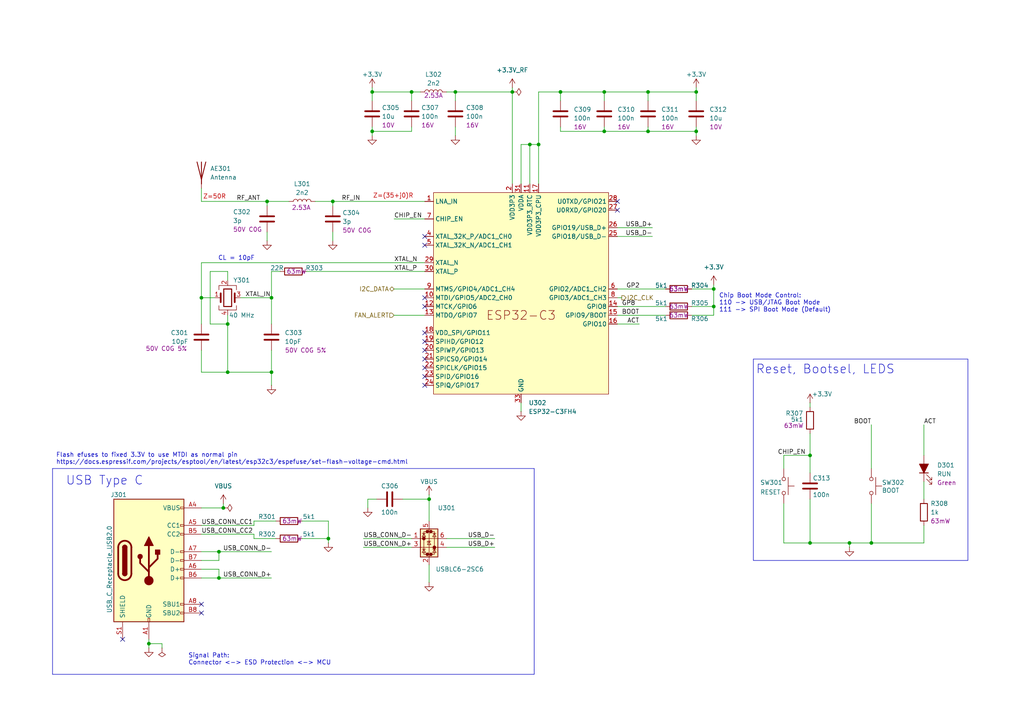
<source format=kicad_sch>
(kicad_sch
	(version 20250114)
	(generator "eeschema")
	(generator_version "9.0")
	(uuid "2f62f966-caf3-476e-ba41-931ed0dacbe4")
	(paper "A4")
	(title_block
		(title "Radiator Booster")
		(date "2025-03-08")
		(rev "0.2")
		(company "LP")
	)
	(lib_symbols
		(symbol "Connector:USB_C_Receptacle_USB2.0_16P"
			(pin_names
				(offset 1.016)
			)
			(exclude_from_sim no)
			(in_bom yes)
			(on_board yes)
			(property "Reference" "J"
				(at 0 22.225 0)
				(effects
					(font
						(size 1.27 1.27)
					)
				)
			)
			(property "Value" "USB_C_Receptacle_USB2.0_16P"
				(at 0 19.685 0)
				(effects
					(font
						(size 1.27 1.27)
					)
				)
			)
			(property "Footprint" ""
				(at 3.81 0 0)
				(effects
					(font
						(size 1.27 1.27)
					)
					(hide yes)
				)
			)
			(property "Datasheet" "https://www.usb.org/sites/default/files/documents/usb_type-c.zip"
				(at 3.81 0 0)
				(effects
					(font
						(size 1.27 1.27)
					)
					(hide yes)
				)
			)
			(property "Description" "USB 2.0-only 16P Type-C Receptacle connector"
				(at 0 0 0)
				(effects
					(font
						(size 1.27 1.27)
					)
					(hide yes)
				)
			)
			(property "ki_keywords" "usb universal serial bus type-C USB2.0"
				(at 0 0 0)
				(effects
					(font
						(size 1.27 1.27)
					)
					(hide yes)
				)
			)
			(property "ki_fp_filters" "USB*C*Receptacle*"
				(at 0 0 0)
				(effects
					(font
						(size 1.27 1.27)
					)
					(hide yes)
				)
			)
			(symbol "USB_C_Receptacle_USB2.0_16P_0_0"
				(rectangle
					(start -0.254 -17.78)
					(end 0.254 -16.764)
					(stroke
						(width 0)
						(type default)
					)
					(fill
						(type none)
					)
				)
				(rectangle
					(start 10.16 15.494)
					(end 9.144 14.986)
					(stroke
						(width 0)
						(type default)
					)
					(fill
						(type none)
					)
				)
				(rectangle
					(start 10.16 10.414)
					(end 9.144 9.906)
					(stroke
						(width 0)
						(type default)
					)
					(fill
						(type none)
					)
				)
				(rectangle
					(start 10.16 7.874)
					(end 9.144 7.366)
					(stroke
						(width 0)
						(type default)
					)
					(fill
						(type none)
					)
				)
				(rectangle
					(start 10.16 2.794)
					(end 9.144 2.286)
					(stroke
						(width 0)
						(type default)
					)
					(fill
						(type none)
					)
				)
				(rectangle
					(start 10.16 0.254)
					(end 9.144 -0.254)
					(stroke
						(width 0)
						(type default)
					)
					(fill
						(type none)
					)
				)
				(rectangle
					(start 10.16 -2.286)
					(end 9.144 -2.794)
					(stroke
						(width 0)
						(type default)
					)
					(fill
						(type none)
					)
				)
				(rectangle
					(start 10.16 -4.826)
					(end 9.144 -5.334)
					(stroke
						(width 0)
						(type default)
					)
					(fill
						(type none)
					)
				)
				(rectangle
					(start 10.16 -12.446)
					(end 9.144 -12.954)
					(stroke
						(width 0)
						(type default)
					)
					(fill
						(type none)
					)
				)
				(rectangle
					(start 10.16 -14.986)
					(end 9.144 -15.494)
					(stroke
						(width 0)
						(type default)
					)
					(fill
						(type none)
					)
				)
			)
			(symbol "USB_C_Receptacle_USB2.0_16P_0_1"
				(rectangle
					(start -10.16 17.78)
					(end 10.16 -17.78)
					(stroke
						(width 0.254)
						(type default)
					)
					(fill
						(type background)
					)
				)
				(polyline
					(pts
						(xy -8.89 -3.81) (xy -8.89 3.81)
					)
					(stroke
						(width 0.508)
						(type default)
					)
					(fill
						(type none)
					)
				)
				(rectangle
					(start -7.62 -3.81)
					(end -6.35 3.81)
					(stroke
						(width 0.254)
						(type default)
					)
					(fill
						(type outline)
					)
				)
				(arc
					(start -7.62 3.81)
					(mid -6.985 4.4423)
					(end -6.35 3.81)
					(stroke
						(width 0.254)
						(type default)
					)
					(fill
						(type none)
					)
				)
				(arc
					(start -7.62 3.81)
					(mid -6.985 4.4423)
					(end -6.35 3.81)
					(stroke
						(width 0.254)
						(type default)
					)
					(fill
						(type outline)
					)
				)
				(arc
					(start -8.89 3.81)
					(mid -6.985 5.7067)
					(end -5.08 3.81)
					(stroke
						(width 0.508)
						(type default)
					)
					(fill
						(type none)
					)
				)
				(arc
					(start -5.08 -3.81)
					(mid -6.985 -5.7067)
					(end -8.89 -3.81)
					(stroke
						(width 0.508)
						(type default)
					)
					(fill
						(type none)
					)
				)
				(arc
					(start -6.35 -3.81)
					(mid -6.985 -4.4423)
					(end -7.62 -3.81)
					(stroke
						(width 0.254)
						(type default)
					)
					(fill
						(type none)
					)
				)
				(arc
					(start -6.35 -3.81)
					(mid -6.985 -4.4423)
					(end -7.62 -3.81)
					(stroke
						(width 0.254)
						(type default)
					)
					(fill
						(type outline)
					)
				)
				(polyline
					(pts
						(xy -5.08 3.81) (xy -5.08 -3.81)
					)
					(stroke
						(width 0.508)
						(type default)
					)
					(fill
						(type none)
					)
				)
				(circle
					(center -2.54 1.143)
					(radius 0.635)
					(stroke
						(width 0.254)
						(type default)
					)
					(fill
						(type outline)
					)
				)
				(polyline
					(pts
						(xy -1.27 4.318) (xy 0 6.858) (xy 1.27 4.318) (xy -1.27 4.318)
					)
					(stroke
						(width 0.254)
						(type default)
					)
					(fill
						(type outline)
					)
				)
				(polyline
					(pts
						(xy 0 -2.032) (xy 2.54 0.508) (xy 2.54 1.778)
					)
					(stroke
						(width 0.508)
						(type default)
					)
					(fill
						(type none)
					)
				)
				(polyline
					(pts
						(xy 0 -3.302) (xy -2.54 -0.762) (xy -2.54 0.508)
					)
					(stroke
						(width 0.508)
						(type default)
					)
					(fill
						(type none)
					)
				)
				(polyline
					(pts
						(xy 0 -5.842) (xy 0 4.318)
					)
					(stroke
						(width 0.508)
						(type default)
					)
					(fill
						(type none)
					)
				)
				(circle
					(center 0 -5.842)
					(radius 1.27)
					(stroke
						(width 0)
						(type default)
					)
					(fill
						(type outline)
					)
				)
				(rectangle
					(start 1.905 1.778)
					(end 3.175 3.048)
					(stroke
						(width 0.254)
						(type default)
					)
					(fill
						(type outline)
					)
				)
			)
			(symbol "USB_C_Receptacle_USB2.0_16P_1_1"
				(pin passive line
					(at -7.62 -22.86 90)
					(length 5.08)
					(name "SHIELD"
						(effects
							(font
								(size 1.27 1.27)
							)
						)
					)
					(number "S1"
						(effects
							(font
								(size 1.27 1.27)
							)
						)
					)
				)
				(pin passive line
					(at 0 -22.86 90)
					(length 5.08)
					(name "GND"
						(effects
							(font
								(size 1.27 1.27)
							)
						)
					)
					(number "A1"
						(effects
							(font
								(size 1.27 1.27)
							)
						)
					)
				)
				(pin passive line
					(at 0 -22.86 90)
					(length 5.08)
					(hide yes)
					(name "GND"
						(effects
							(font
								(size 1.27 1.27)
							)
						)
					)
					(number "A12"
						(effects
							(font
								(size 1.27 1.27)
							)
						)
					)
				)
				(pin passive line
					(at 0 -22.86 90)
					(length 5.08)
					(hide yes)
					(name "GND"
						(effects
							(font
								(size 1.27 1.27)
							)
						)
					)
					(number "B1"
						(effects
							(font
								(size 1.27 1.27)
							)
						)
					)
				)
				(pin passive line
					(at 0 -22.86 90)
					(length 5.08)
					(hide yes)
					(name "GND"
						(effects
							(font
								(size 1.27 1.27)
							)
						)
					)
					(number "B12"
						(effects
							(font
								(size 1.27 1.27)
							)
						)
					)
				)
				(pin passive line
					(at 15.24 15.24 180)
					(length 5.08)
					(name "VBUS"
						(effects
							(font
								(size 1.27 1.27)
							)
						)
					)
					(number "A4"
						(effects
							(font
								(size 1.27 1.27)
							)
						)
					)
				)
				(pin passive line
					(at 15.24 15.24 180)
					(length 5.08)
					(hide yes)
					(name "VBUS"
						(effects
							(font
								(size 1.27 1.27)
							)
						)
					)
					(number "A9"
						(effects
							(font
								(size 1.27 1.27)
							)
						)
					)
				)
				(pin passive line
					(at 15.24 15.24 180)
					(length 5.08)
					(hide yes)
					(name "VBUS"
						(effects
							(font
								(size 1.27 1.27)
							)
						)
					)
					(number "B4"
						(effects
							(font
								(size 1.27 1.27)
							)
						)
					)
				)
				(pin passive line
					(at 15.24 15.24 180)
					(length 5.08)
					(hide yes)
					(name "VBUS"
						(effects
							(font
								(size 1.27 1.27)
							)
						)
					)
					(number "B9"
						(effects
							(font
								(size 1.27 1.27)
							)
						)
					)
				)
				(pin bidirectional line
					(at 15.24 10.16 180)
					(length 5.08)
					(name "CC1"
						(effects
							(font
								(size 1.27 1.27)
							)
						)
					)
					(number "A5"
						(effects
							(font
								(size 1.27 1.27)
							)
						)
					)
				)
				(pin bidirectional line
					(at 15.24 7.62 180)
					(length 5.08)
					(name "CC2"
						(effects
							(font
								(size 1.27 1.27)
							)
						)
					)
					(number "B5"
						(effects
							(font
								(size 1.27 1.27)
							)
						)
					)
				)
				(pin bidirectional line
					(at 15.24 2.54 180)
					(length 5.08)
					(name "D-"
						(effects
							(font
								(size 1.27 1.27)
							)
						)
					)
					(number "A7"
						(effects
							(font
								(size 1.27 1.27)
							)
						)
					)
				)
				(pin bidirectional line
					(at 15.24 0 180)
					(length 5.08)
					(name "D-"
						(effects
							(font
								(size 1.27 1.27)
							)
						)
					)
					(number "B7"
						(effects
							(font
								(size 1.27 1.27)
							)
						)
					)
				)
				(pin bidirectional line
					(at 15.24 -2.54 180)
					(length 5.08)
					(name "D+"
						(effects
							(font
								(size 1.27 1.27)
							)
						)
					)
					(number "A6"
						(effects
							(font
								(size 1.27 1.27)
							)
						)
					)
				)
				(pin bidirectional line
					(at 15.24 -5.08 180)
					(length 5.08)
					(name "D+"
						(effects
							(font
								(size 1.27 1.27)
							)
						)
					)
					(number "B6"
						(effects
							(font
								(size 1.27 1.27)
							)
						)
					)
				)
				(pin bidirectional line
					(at 15.24 -12.7 180)
					(length 5.08)
					(name "SBU1"
						(effects
							(font
								(size 1.27 1.27)
							)
						)
					)
					(number "A8"
						(effects
							(font
								(size 1.27 1.27)
							)
						)
					)
				)
				(pin bidirectional line
					(at 15.24 -15.24 180)
					(length 5.08)
					(name "SBU2"
						(effects
							(font
								(size 1.27 1.27)
							)
						)
					)
					(number "B8"
						(effects
							(font
								(size 1.27 1.27)
							)
						)
					)
				)
			)
			(embedded_fonts no)
		)
		(symbol "Device:Antenna"
			(pin_numbers
				(hide yes)
			)
			(pin_names
				(offset 1.016)
				(hide yes)
			)
			(exclude_from_sim no)
			(in_bom yes)
			(on_board yes)
			(property "Reference" "AE"
				(at -1.905 1.905 0)
				(effects
					(font
						(size 1.27 1.27)
					)
					(justify right)
				)
			)
			(property "Value" "Antenna"
				(at -1.905 0 0)
				(effects
					(font
						(size 1.27 1.27)
					)
					(justify right)
				)
			)
			(property "Footprint" ""
				(at 0 0 0)
				(effects
					(font
						(size 1.27 1.27)
					)
					(hide yes)
				)
			)
			(property "Datasheet" "~"
				(at 0 0 0)
				(effects
					(font
						(size 1.27 1.27)
					)
					(hide yes)
				)
			)
			(property "Description" "Antenna"
				(at 0 0 0)
				(effects
					(font
						(size 1.27 1.27)
					)
					(hide yes)
				)
			)
			(property "ki_keywords" "antenna"
				(at 0 0 0)
				(effects
					(font
						(size 1.27 1.27)
					)
					(hide yes)
				)
			)
			(symbol "Antenna_0_1"
				(polyline
					(pts
						(xy 0 2.54) (xy 0 -3.81)
					)
					(stroke
						(width 0.254)
						(type default)
					)
					(fill
						(type none)
					)
				)
				(polyline
					(pts
						(xy 1.27 2.54) (xy 0 -2.54) (xy -1.27 2.54)
					)
					(stroke
						(width 0.254)
						(type default)
					)
					(fill
						(type none)
					)
				)
			)
			(symbol "Antenna_1_1"
				(pin input line
					(at 0 -5.08 90)
					(length 2.54)
					(name "A"
						(effects
							(font
								(size 1.27 1.27)
							)
						)
					)
					(number "1"
						(effects
							(font
								(size 1.27 1.27)
							)
						)
					)
				)
			)
			(embedded_fonts no)
		)
		(symbol "Device:C"
			(pin_numbers
				(hide yes)
			)
			(pin_names
				(offset 0.254)
			)
			(exclude_from_sim no)
			(in_bom yes)
			(on_board yes)
			(property "Reference" "C"
				(at 0.635 2.54 0)
				(effects
					(font
						(size 1.27 1.27)
					)
					(justify left)
				)
			)
			(property "Value" "C"
				(at 0.635 -2.54 0)
				(effects
					(font
						(size 1.27 1.27)
					)
					(justify left)
				)
			)
			(property "Footprint" ""
				(at 0.9652 -3.81 0)
				(effects
					(font
						(size 1.27 1.27)
					)
					(hide yes)
				)
			)
			(property "Datasheet" "~"
				(at 0 0 0)
				(effects
					(font
						(size 1.27 1.27)
					)
					(hide yes)
				)
			)
			(property "Description" "Unpolarized capacitor"
				(at 0 0 0)
				(effects
					(font
						(size 1.27 1.27)
					)
					(hide yes)
				)
			)
			(property "ki_keywords" "cap capacitor"
				(at 0 0 0)
				(effects
					(font
						(size 1.27 1.27)
					)
					(hide yes)
				)
			)
			(property "ki_fp_filters" "C_*"
				(at 0 0 0)
				(effects
					(font
						(size 1.27 1.27)
					)
					(hide yes)
				)
			)
			(symbol "C_0_1"
				(polyline
					(pts
						(xy -2.032 0.762) (xy 2.032 0.762)
					)
					(stroke
						(width 0.508)
						(type default)
					)
					(fill
						(type none)
					)
				)
				(polyline
					(pts
						(xy -2.032 -0.762) (xy 2.032 -0.762)
					)
					(stroke
						(width 0.508)
						(type default)
					)
					(fill
						(type none)
					)
				)
			)
			(symbol "C_1_1"
				(pin passive line
					(at 0 3.81 270)
					(length 2.794)
					(name "~"
						(effects
							(font
								(size 1.27 1.27)
							)
						)
					)
					(number "1"
						(effects
							(font
								(size 1.27 1.27)
							)
						)
					)
				)
				(pin passive line
					(at 0 -3.81 90)
					(length 2.794)
					(name "~"
						(effects
							(font
								(size 1.27 1.27)
							)
						)
					)
					(number "2"
						(effects
							(font
								(size 1.27 1.27)
							)
						)
					)
				)
			)
			(embedded_fonts no)
		)
		(symbol "Device:Crystal_GND24"
			(pin_names
				(offset 1.016)
				(hide yes)
			)
			(exclude_from_sim no)
			(in_bom yes)
			(on_board yes)
			(property "Reference" "Y"
				(at 3.175 5.08 0)
				(effects
					(font
						(size 1.27 1.27)
					)
					(justify left)
				)
			)
			(property "Value" "Crystal_GND24"
				(at 3.175 3.175 0)
				(effects
					(font
						(size 1.27 1.27)
					)
					(justify left)
				)
			)
			(property "Footprint" ""
				(at 0 0 0)
				(effects
					(font
						(size 1.27 1.27)
					)
					(hide yes)
				)
			)
			(property "Datasheet" "~"
				(at 0 0 0)
				(effects
					(font
						(size 1.27 1.27)
					)
					(hide yes)
				)
			)
			(property "Description" "Four pin crystal, GND on pins 2 and 4"
				(at 0 0 0)
				(effects
					(font
						(size 1.27 1.27)
					)
					(hide yes)
				)
			)
			(property "ki_keywords" "quartz ceramic resonator oscillator"
				(at 0 0 0)
				(effects
					(font
						(size 1.27 1.27)
					)
					(hide yes)
				)
			)
			(property "ki_fp_filters" "Crystal*"
				(at 0 0 0)
				(effects
					(font
						(size 1.27 1.27)
					)
					(hide yes)
				)
			)
			(symbol "Crystal_GND24_0_1"
				(polyline
					(pts
						(xy -2.54 2.286) (xy -2.54 3.556) (xy 2.54 3.556) (xy 2.54 2.286)
					)
					(stroke
						(width 0)
						(type default)
					)
					(fill
						(type none)
					)
				)
				(polyline
					(pts
						(xy -2.54 0) (xy -2.032 0)
					)
					(stroke
						(width 0)
						(type default)
					)
					(fill
						(type none)
					)
				)
				(polyline
					(pts
						(xy -2.54 -2.286) (xy -2.54 -3.556) (xy 2.54 -3.556) (xy 2.54 -2.286)
					)
					(stroke
						(width 0)
						(type default)
					)
					(fill
						(type none)
					)
				)
				(polyline
					(pts
						(xy -2.032 -1.27) (xy -2.032 1.27)
					)
					(stroke
						(width 0.508)
						(type default)
					)
					(fill
						(type none)
					)
				)
				(rectangle
					(start -1.143 2.54)
					(end 1.143 -2.54)
					(stroke
						(width 0.3048)
						(type default)
					)
					(fill
						(type none)
					)
				)
				(polyline
					(pts
						(xy 0 3.556) (xy 0 3.81)
					)
					(stroke
						(width 0)
						(type default)
					)
					(fill
						(type none)
					)
				)
				(polyline
					(pts
						(xy 0 -3.81) (xy 0 -3.556)
					)
					(stroke
						(width 0)
						(type default)
					)
					(fill
						(type none)
					)
				)
				(polyline
					(pts
						(xy 2.032 0) (xy 2.54 0)
					)
					(stroke
						(width 0)
						(type default)
					)
					(fill
						(type none)
					)
				)
				(polyline
					(pts
						(xy 2.032 -1.27) (xy 2.032 1.27)
					)
					(stroke
						(width 0.508)
						(type default)
					)
					(fill
						(type none)
					)
				)
			)
			(symbol "Crystal_GND24_1_1"
				(pin passive line
					(at -3.81 0 0)
					(length 1.27)
					(name "1"
						(effects
							(font
								(size 1.27 1.27)
							)
						)
					)
					(number "1"
						(effects
							(font
								(size 1.27 1.27)
							)
						)
					)
				)
				(pin passive line
					(at 0 5.08 270)
					(length 1.27)
					(name "2"
						(effects
							(font
								(size 1.27 1.27)
							)
						)
					)
					(number "2"
						(effects
							(font
								(size 1.27 1.27)
							)
						)
					)
				)
				(pin passive line
					(at 0 -5.08 90)
					(length 1.27)
					(name "4"
						(effects
							(font
								(size 1.27 1.27)
							)
						)
					)
					(number "4"
						(effects
							(font
								(size 1.27 1.27)
							)
						)
					)
				)
				(pin passive line
					(at 3.81 0 180)
					(length 1.27)
					(name "3"
						(effects
							(font
								(size 1.27 1.27)
							)
						)
					)
					(number "3"
						(effects
							(font
								(size 1.27 1.27)
							)
						)
					)
				)
			)
			(embedded_fonts no)
		)
		(symbol "Device:L"
			(pin_numbers
				(hide yes)
			)
			(pin_names
				(offset 1.016)
				(hide yes)
			)
			(exclude_from_sim no)
			(in_bom yes)
			(on_board yes)
			(property "Reference" "L"
				(at -1.27 0 90)
				(effects
					(font
						(size 1.27 1.27)
					)
				)
			)
			(property "Value" "L"
				(at 1.905 0 90)
				(effects
					(font
						(size 1.27 1.27)
					)
				)
			)
			(property "Footprint" ""
				(at 0 0 0)
				(effects
					(font
						(size 1.27 1.27)
					)
					(hide yes)
				)
			)
			(property "Datasheet" "~"
				(at 0 0 0)
				(effects
					(font
						(size 1.27 1.27)
					)
					(hide yes)
				)
			)
			(property "Description" "Inductor"
				(at 0 0 0)
				(effects
					(font
						(size 1.27 1.27)
					)
					(hide yes)
				)
			)
			(property "ki_keywords" "inductor choke coil reactor magnetic"
				(at 0 0 0)
				(effects
					(font
						(size 1.27 1.27)
					)
					(hide yes)
				)
			)
			(property "ki_fp_filters" "Choke_* *Coil* Inductor_* L_*"
				(at 0 0 0)
				(effects
					(font
						(size 1.27 1.27)
					)
					(hide yes)
				)
			)
			(symbol "L_0_1"
				(arc
					(start 0 2.54)
					(mid 0.6323 1.905)
					(end 0 1.27)
					(stroke
						(width 0)
						(type default)
					)
					(fill
						(type none)
					)
				)
				(arc
					(start 0 1.27)
					(mid 0.6323 0.635)
					(end 0 0)
					(stroke
						(width 0)
						(type default)
					)
					(fill
						(type none)
					)
				)
				(arc
					(start 0 0)
					(mid 0.6323 -0.635)
					(end 0 -1.27)
					(stroke
						(width 0)
						(type default)
					)
					(fill
						(type none)
					)
				)
				(arc
					(start 0 -1.27)
					(mid 0.6323 -1.905)
					(end 0 -2.54)
					(stroke
						(width 0)
						(type default)
					)
					(fill
						(type none)
					)
				)
			)
			(symbol "L_1_1"
				(pin passive line
					(at 0 3.81 270)
					(length 1.27)
					(name "1"
						(effects
							(font
								(size 1.27 1.27)
							)
						)
					)
					(number "1"
						(effects
							(font
								(size 1.27 1.27)
							)
						)
					)
				)
				(pin passive line
					(at 0 -3.81 90)
					(length 1.27)
					(name "2"
						(effects
							(font
								(size 1.27 1.27)
							)
						)
					)
					(number "2"
						(effects
							(font
								(size 1.27 1.27)
							)
						)
					)
				)
			)
			(embedded_fonts no)
		)
		(symbol "Device:LED_Filled"
			(pin_numbers
				(hide yes)
			)
			(pin_names
				(offset 1.016)
				(hide yes)
			)
			(exclude_from_sim no)
			(in_bom yes)
			(on_board yes)
			(property "Reference" "D"
				(at 0 2.54 0)
				(effects
					(font
						(size 1.27 1.27)
					)
				)
			)
			(property "Value" "LED_Filled"
				(at 0 -2.54 0)
				(effects
					(font
						(size 1.27 1.27)
					)
				)
			)
			(property "Footprint" ""
				(at 0 0 0)
				(effects
					(font
						(size 1.27 1.27)
					)
					(hide yes)
				)
			)
			(property "Datasheet" "~"
				(at 0 0 0)
				(effects
					(font
						(size 1.27 1.27)
					)
					(hide yes)
				)
			)
			(property "Description" "Light emitting diode, filled shape"
				(at 0 0 0)
				(effects
					(font
						(size 1.27 1.27)
					)
					(hide yes)
				)
			)
			(property "ki_keywords" "LED diode"
				(at 0 0 0)
				(effects
					(font
						(size 1.27 1.27)
					)
					(hide yes)
				)
			)
			(property "ki_fp_filters" "LED* LED_SMD:* LED_THT:*"
				(at 0 0 0)
				(effects
					(font
						(size 1.27 1.27)
					)
					(hide yes)
				)
			)
			(symbol "LED_Filled_0_1"
				(polyline
					(pts
						(xy -3.048 -0.762) (xy -4.572 -2.286) (xy -3.81 -2.286) (xy -4.572 -2.286) (xy -4.572 -1.524)
					)
					(stroke
						(width 0)
						(type default)
					)
					(fill
						(type none)
					)
				)
				(polyline
					(pts
						(xy -1.778 -0.762) (xy -3.302 -2.286) (xy -2.54 -2.286) (xy -3.302 -2.286) (xy -3.302 -1.524)
					)
					(stroke
						(width 0)
						(type default)
					)
					(fill
						(type none)
					)
				)
				(polyline
					(pts
						(xy -1.27 0) (xy 1.27 0)
					)
					(stroke
						(width 0)
						(type default)
					)
					(fill
						(type none)
					)
				)
				(polyline
					(pts
						(xy -1.27 -1.27) (xy -1.27 1.27)
					)
					(stroke
						(width 0.254)
						(type default)
					)
					(fill
						(type none)
					)
				)
				(polyline
					(pts
						(xy 1.27 -1.27) (xy 1.27 1.27) (xy -1.27 0) (xy 1.27 -1.27)
					)
					(stroke
						(width 0.254)
						(type default)
					)
					(fill
						(type outline)
					)
				)
			)
			(symbol "LED_Filled_1_1"
				(pin passive line
					(at -3.81 0 0)
					(length 2.54)
					(name "K"
						(effects
							(font
								(size 1.27 1.27)
							)
						)
					)
					(number "1"
						(effects
							(font
								(size 1.27 1.27)
							)
						)
					)
				)
				(pin passive line
					(at 3.81 0 180)
					(length 2.54)
					(name "A"
						(effects
							(font
								(size 1.27 1.27)
							)
						)
					)
					(number "2"
						(effects
							(font
								(size 1.27 1.27)
							)
						)
					)
				)
			)
			(embedded_fonts no)
		)
		(symbol "Device:R"
			(pin_numbers
				(hide yes)
			)
			(pin_names
				(offset 0)
			)
			(exclude_from_sim no)
			(in_bom yes)
			(on_board yes)
			(property "Reference" "R"
				(at 2.032 0 90)
				(effects
					(font
						(size 1.27 1.27)
					)
				)
			)
			(property "Value" "R"
				(at 0 0 90)
				(effects
					(font
						(size 1.27 1.27)
					)
				)
			)
			(property "Footprint" ""
				(at -1.778 0 90)
				(effects
					(font
						(size 1.27 1.27)
					)
					(hide yes)
				)
			)
			(property "Datasheet" "~"
				(at 0 0 0)
				(effects
					(font
						(size 1.27 1.27)
					)
					(hide yes)
				)
			)
			(property "Description" "Resistor"
				(at 0 0 0)
				(effects
					(font
						(size 1.27 1.27)
					)
					(hide yes)
				)
			)
			(property "ki_keywords" "R res resistor"
				(at 0 0 0)
				(effects
					(font
						(size 1.27 1.27)
					)
					(hide yes)
				)
			)
			(property "ki_fp_filters" "R_*"
				(at 0 0 0)
				(effects
					(font
						(size 1.27 1.27)
					)
					(hide yes)
				)
			)
			(symbol "R_0_1"
				(rectangle
					(start -1.016 -2.54)
					(end 1.016 2.54)
					(stroke
						(width 0.254)
						(type default)
					)
					(fill
						(type none)
					)
				)
			)
			(symbol "R_1_1"
				(pin passive line
					(at 0 3.81 270)
					(length 1.27)
					(name "~"
						(effects
							(font
								(size 1.27 1.27)
							)
						)
					)
					(number "1"
						(effects
							(font
								(size 1.27 1.27)
							)
						)
					)
				)
				(pin passive line
					(at 0 -3.81 90)
					(length 1.27)
					(name "~"
						(effects
							(font
								(size 1.27 1.27)
							)
						)
					)
					(number "2"
						(effects
							(font
								(size 1.27 1.27)
							)
						)
					)
				)
			)
			(embedded_fonts no)
		)
		(symbol "PCM_Espressif:ESP32-C3"
			(exclude_from_sim no)
			(in_bom yes)
			(on_board yes)
			(property "Reference" "U"
				(at -25.4 35.56 0)
				(effects
					(font
						(size 1.27 1.27)
					)
					(justify left)
				)
			)
			(property "Value" "ESP32-C3"
				(at -25.4 33.02 0)
				(effects
					(font
						(size 1.27 1.27)
					)
					(justify left)
				)
			)
			(property "Footprint" "Package_DFN_QFN:QFN-32-1EP_5x5mm_P0.5mm_EP3.45x3.45mm"
				(at 0 -38.1 0)
				(effects
					(font
						(size 1.27 1.27)
					)
					(hide yes)
				)
			)
			(property "Datasheet" "https://www.espressif.com/sites/default/files/documentation/esp32-c3_datasheet_en.pdf"
				(at 0 -40.64 0)
				(effects
					(font
						(size 1.27 1.27)
					)
					(hide yes)
				)
			)
			(property "Description" "ESP32-C3 family is an ultra-low-power MCU-based SoC solution that supports 2.4 GHz Wi-Fi and Bluetooth®Low Energy (Bluetooth LE)."
				(at 0 0 0)
				(effects
					(font
						(size 1.27 1.27)
					)
					(hide yes)
				)
			)
			(symbol "ESP32-C3_0_0"
				(text "ESP32-C3"
					(at 0 -5.08 0)
					(effects
						(font
							(size 2.54 2.54)
						)
					)
				)
				(pin bidirectional line
					(at -27.94 27.94 0)
					(length 2.54)
					(name "LNA_IN"
						(effects
							(font
								(size 1.27 1.27)
							)
						)
					)
					(number "1"
						(effects
							(font
								(size 1.27 1.27)
							)
						)
					)
				)
				(pin input line
					(at -27.94 22.86 0)
					(length 2.54)
					(name "CHIP_EN"
						(effects
							(font
								(size 1.27 1.27)
							)
						)
					)
					(number "7"
						(effects
							(font
								(size 1.27 1.27)
							)
						)
					)
				)
				(pin output line
					(at -27.94 17.78 0)
					(length 2.54)
					(name "XTAL_32K_P/ADC1_CH0"
						(effects
							(font
								(size 1.27 1.27)
							)
						)
					)
					(number "4"
						(effects
							(font
								(size 1.27 1.27)
							)
						)
					)
				)
				(pin input line
					(at -27.94 15.24 0)
					(length 2.54)
					(name "XTAL_32K_N/ADC1_CH1"
						(effects
							(font
								(size 1.27 1.27)
							)
						)
					)
					(number "5"
						(effects
							(font
								(size 1.27 1.27)
							)
						)
					)
				)
				(pin output line
					(at -27.94 10.16 0)
					(length 2.54)
					(name "XTAL_N"
						(effects
							(font
								(size 1.27 1.27)
							)
						)
					)
					(number "29"
						(effects
							(font
								(size 1.27 1.27)
							)
						)
					)
				)
				(pin input line
					(at -27.94 7.62 0)
					(length 2.54)
					(name "XTAL_P"
						(effects
							(font
								(size 1.27 1.27)
							)
						)
					)
					(number "30"
						(effects
							(font
								(size 1.27 1.27)
							)
						)
					)
				)
				(pin bidirectional line
					(at -27.94 2.54 0)
					(length 2.54)
					(name "MTMS/GPIO4/ADC1_CH4"
						(effects
							(font
								(size 1.27 1.27)
							)
						)
					)
					(number "9"
						(effects
							(font
								(size 1.27 1.27)
							)
						)
					)
				)
				(pin bidirectional line
					(at -27.94 0 0)
					(length 2.54)
					(name "MTDI/GPIO5/ADC2_CH0"
						(effects
							(font
								(size 1.27 1.27)
							)
						)
					)
					(number "10"
						(effects
							(font
								(size 1.27 1.27)
							)
						)
					)
				)
				(pin bidirectional line
					(at -27.94 -2.54 0)
					(length 2.54)
					(name "MTCK/GPIO6"
						(effects
							(font
								(size 1.27 1.27)
							)
						)
					)
					(number "12"
						(effects
							(font
								(size 1.27 1.27)
							)
						)
					)
				)
				(pin bidirectional line
					(at -27.94 -5.08 0)
					(length 2.54)
					(name "MTDO/GPIO7"
						(effects
							(font
								(size 1.27 1.27)
							)
						)
					)
					(number "13"
						(effects
							(font
								(size 1.27 1.27)
							)
						)
					)
				)
				(pin bidirectional line
					(at -27.94 -10.16 0)
					(length 2.54)
					(name "VDD_SPI/GPIO11"
						(effects
							(font
								(size 1.27 1.27)
							)
						)
					)
					(number "18"
						(effects
							(font
								(size 1.27 1.27)
							)
						)
					)
				)
				(pin bidirectional line
					(at -27.94 -12.7 0)
					(length 2.54)
					(name "SPIHD/GPIO12"
						(effects
							(font
								(size 1.27 1.27)
							)
						)
					)
					(number "19"
						(effects
							(font
								(size 1.27 1.27)
							)
						)
					)
				)
				(pin bidirectional line
					(at -27.94 -15.24 0)
					(length 2.54)
					(name "SPIWP/GPIO13"
						(effects
							(font
								(size 1.27 1.27)
							)
						)
					)
					(number "20"
						(effects
							(font
								(size 1.27 1.27)
							)
						)
					)
				)
				(pin bidirectional line
					(at -27.94 -17.78 0)
					(length 2.54)
					(name "SPICS0/GPIO14"
						(effects
							(font
								(size 1.27 1.27)
							)
						)
					)
					(number "21"
						(effects
							(font
								(size 1.27 1.27)
							)
						)
					)
				)
				(pin bidirectional line
					(at -27.94 -20.32 0)
					(length 2.54)
					(name "SPICLK/GPIO15"
						(effects
							(font
								(size 1.27 1.27)
							)
						)
					)
					(number "22"
						(effects
							(font
								(size 1.27 1.27)
							)
						)
					)
				)
				(pin bidirectional line
					(at -27.94 -22.86 0)
					(length 2.54)
					(name "SPID/GPIO16"
						(effects
							(font
								(size 1.27 1.27)
							)
						)
					)
					(number "23"
						(effects
							(font
								(size 1.27 1.27)
							)
						)
					)
				)
				(pin bidirectional line
					(at -27.94 -25.4 0)
					(length 2.54)
					(name "SPIQ/GPIO17"
						(effects
							(font
								(size 1.27 1.27)
							)
						)
					)
					(number "24"
						(effects
							(font
								(size 1.27 1.27)
							)
						)
					)
				)
				(pin power_in line
					(at -2.54 33.02 270)
					(length 2.54)
					(name "VDD3P3"
						(effects
							(font
								(size 1.27 1.27)
							)
						)
					)
					(number "2"
						(effects
							(font
								(size 1.27 1.27)
							)
						)
					)
				)
				(pin power_in line
					(at 0 33.02 270)
					(length 2.54)
					(name "VDDA"
						(effects
							(font
								(size 1.27 1.27)
							)
						)
					)
					(number "31"
						(effects
							(font
								(size 1.27 1.27)
							)
						)
					)
				)
				(pin power_in line
					(at 0 -30.48 90)
					(length 2.54)
					(name "GND"
						(effects
							(font
								(size 1.27 1.27)
							)
						)
					)
					(number "33"
						(effects
							(font
								(size 1.27 1.27)
							)
						)
					)
				)
				(pin power_in line
					(at 2.54 33.02 270)
					(length 2.54)
					(name "VDD3P3_RTC"
						(effects
							(font
								(size 1.27 1.27)
							)
						)
					)
					(number "11"
						(effects
							(font
								(size 1.27 1.27)
							)
						)
					)
				)
				(pin power_in line
					(at 5.08 33.02 270)
					(length 2.54)
					(name "VDD3P3_CPU"
						(effects
							(font
								(size 1.27 1.27)
							)
						)
					)
					(number "17"
						(effects
							(font
								(size 1.27 1.27)
							)
						)
					)
				)
				(pin bidirectional line
					(at 27.94 27.94 180)
					(length 2.54)
					(name "U0TXD/GPIO21"
						(effects
							(font
								(size 1.27 1.27)
							)
						)
					)
					(number "28"
						(effects
							(font
								(size 1.27 1.27)
							)
						)
					)
				)
				(pin bidirectional line
					(at 27.94 25.4 180)
					(length 2.54)
					(name "U0RXD/GPIO20"
						(effects
							(font
								(size 1.27 1.27)
							)
						)
					)
					(number "27"
						(effects
							(font
								(size 1.27 1.27)
							)
						)
					)
				)
				(pin bidirectional line
					(at 27.94 20.32 180)
					(length 2.54)
					(name "GPIO19/USB_D+"
						(effects
							(font
								(size 1.27 1.27)
							)
						)
					)
					(number "26"
						(effects
							(font
								(size 1.27 1.27)
							)
						)
					)
				)
				(pin bidirectional line
					(at 27.94 17.78 180)
					(length 2.54)
					(name "GPIO18/USB_D-"
						(effects
							(font
								(size 1.27 1.27)
							)
						)
					)
					(number "25"
						(effects
							(font
								(size 1.27 1.27)
							)
						)
					)
				)
				(pin bidirectional line
					(at 27.94 2.54 180)
					(length 2.54)
					(name "GPIO2/ADC1_CH2"
						(effects
							(font
								(size 1.27 1.27)
							)
						)
					)
					(number "6"
						(effects
							(font
								(size 1.27 1.27)
							)
						)
					)
				)
				(pin bidirectional line
					(at 27.94 0 180)
					(length 2.54)
					(name "GPIO3/ADC1_CH3"
						(effects
							(font
								(size 1.27 1.27)
							)
						)
					)
					(number "8"
						(effects
							(font
								(size 1.27 1.27)
							)
						)
					)
				)
				(pin bidirectional line
					(at 27.94 -2.54 180)
					(length 2.54)
					(name "GPIO8"
						(effects
							(font
								(size 1.27 1.27)
							)
						)
					)
					(number "14"
						(effects
							(font
								(size 1.27 1.27)
							)
						)
					)
				)
				(pin bidirectional line
					(at 27.94 -5.08 180)
					(length 2.54)
					(name "GPIO9/BOOT"
						(effects
							(font
								(size 1.27 1.27)
							)
						)
					)
					(number "15"
						(effects
							(font
								(size 1.27 1.27)
							)
						)
					)
				)
				(pin bidirectional line
					(at 27.94 -7.62 180)
					(length 2.54)
					(name "GPIO10"
						(effects
							(font
								(size 1.27 1.27)
							)
						)
					)
					(number "16"
						(effects
							(font
								(size 1.27 1.27)
							)
						)
					)
				)
			)
			(symbol "ESP32-C3_0_1"
				(rectangle
					(start -25.4 30.48)
					(end 25.4 -27.94)
					(stroke
						(width 0)
						(type default)
					)
					(fill
						(type background)
					)
				)
				(pin passive line
					(at -2.54 33.02 270)
					(length 2.54)
					(hide yes)
					(name "VDD3P3"
						(effects
							(font
								(size 1.27 1.27)
							)
						)
					)
					(number "3"
						(effects
							(font
								(size 1.27 1.27)
							)
						)
					)
				)
				(pin passive line
					(at 0 33.02 270)
					(length 2.54)
					(hide yes)
					(name "VDDA"
						(effects
							(font
								(size 1.27 1.27)
							)
						)
					)
					(number "32"
						(effects
							(font
								(size 1.27 1.27)
							)
						)
					)
				)
			)
			(embedded_fonts no)
		)
		(symbol "Power_Protection:USBLC6-2SC6"
			(pin_names
				(hide yes)
			)
			(exclude_from_sim no)
			(in_bom yes)
			(on_board yes)
			(property "Reference" "U"
				(at 0.635 5.715 0)
				(effects
					(font
						(size 1.27 1.27)
					)
					(justify left)
				)
			)
			(property "Value" "USBLC6-2SC6"
				(at 0.635 3.81 0)
				(effects
					(font
						(size 1.27 1.27)
					)
					(justify left)
				)
			)
			(property "Footprint" "Package_TO_SOT_SMD:SOT-23-6"
				(at 1.27 -6.35 0)
				(effects
					(font
						(size 1.27 1.27)
						(italic yes)
					)
					(justify left)
					(hide yes)
				)
			)
			(property "Datasheet" "https://www.st.com/resource/en/datasheet/usblc6-2.pdf"
				(at 1.27 -8.255 0)
				(effects
					(font
						(size 1.27 1.27)
					)
					(justify left)
					(hide yes)
				)
			)
			(property "Description" "Very low capacitance ESD protection diode, 2 data-line, SOT-23-6"
				(at 0 0 0)
				(effects
					(font
						(size 1.27 1.27)
					)
					(hide yes)
				)
			)
			(property "ki_keywords" "usb ethernet video"
				(at 0 0 0)
				(effects
					(font
						(size 1.27 1.27)
					)
					(hide yes)
				)
			)
			(property "ki_fp_filters" "SOT?23*"
				(at 0 0 0)
				(effects
					(font
						(size 1.27 1.27)
					)
					(hide yes)
				)
			)
			(symbol "USBLC6-2SC6_0_0"
				(circle
					(center -1.524 0)
					(radius 0.0001)
					(stroke
						(width 0.508)
						(type default)
					)
					(fill
						(type none)
					)
				)
				(circle
					(center -0.508 2.032)
					(radius 0.0001)
					(stroke
						(width 0.508)
						(type default)
					)
					(fill
						(type none)
					)
				)
				(circle
					(center -0.508 -4.572)
					(radius 0.0001)
					(stroke
						(width 0.508)
						(type default)
					)
					(fill
						(type none)
					)
				)
				(circle
					(center 0.508 2.032)
					(radius 0.0001)
					(stroke
						(width 0.508)
						(type default)
					)
					(fill
						(type none)
					)
				)
				(circle
					(center 0.508 -4.572)
					(radius 0.0001)
					(stroke
						(width 0.508)
						(type default)
					)
					(fill
						(type none)
					)
				)
				(circle
					(center 1.524 -2.54)
					(radius 0.0001)
					(stroke
						(width 0.508)
						(type default)
					)
					(fill
						(type none)
					)
				)
			)
			(symbol "USBLC6-2SC6_0_1"
				(polyline
					(pts
						(xy -2.54 0) (xy 2.54 0)
					)
					(stroke
						(width 0)
						(type default)
					)
					(fill
						(type none)
					)
				)
				(polyline
					(pts
						(xy -2.54 -2.54) (xy 2.54 -2.54)
					)
					(stroke
						(width 0)
						(type default)
					)
					(fill
						(type none)
					)
				)
				(polyline
					(pts
						(xy -2.032 0.508) (xy -1.016 0.508) (xy -1.524 1.524) (xy -2.032 0.508)
					)
					(stroke
						(width 0)
						(type default)
					)
					(fill
						(type none)
					)
				)
				(polyline
					(pts
						(xy -2.032 -3.048) (xy -1.016 -3.048)
					)
					(stroke
						(width 0)
						(type default)
					)
					(fill
						(type none)
					)
				)
				(polyline
					(pts
						(xy -1.016 1.524) (xy -2.032 1.524)
					)
					(stroke
						(width 0)
						(type default)
					)
					(fill
						(type none)
					)
				)
				(polyline
					(pts
						(xy -1.016 -4.064) (xy -2.032 -4.064) (xy -1.524 -3.048) (xy -1.016 -4.064)
					)
					(stroke
						(width 0)
						(type default)
					)
					(fill
						(type none)
					)
				)
				(polyline
					(pts
						(xy -0.508 -1.143) (xy -0.508 -0.762) (xy 0.508 -0.762)
					)
					(stroke
						(width 0)
						(type default)
					)
					(fill
						(type none)
					)
				)
				(polyline
					(pts
						(xy 0 2.54) (xy -0.508 2.032) (xy 0.508 2.032) (xy 0 1.524) (xy 0 -4.064) (xy -0.508 -4.572) (xy 0.508 -4.572)
						(xy 0 -5.08)
					)
					(stroke
						(width 0)
						(type default)
					)
					(fill
						(type none)
					)
				)
				(polyline
					(pts
						(xy 0.508 -1.778) (xy -0.508 -1.778) (xy 0 -0.762) (xy 0.508 -1.778)
					)
					(stroke
						(width 0)
						(type default)
					)
					(fill
						(type none)
					)
				)
				(polyline
					(pts
						(xy 1.016 1.524) (xy 2.032 1.524)
					)
					(stroke
						(width 0)
						(type default)
					)
					(fill
						(type none)
					)
				)
				(polyline
					(pts
						(xy 1.016 -3.048) (xy 2.032 -3.048)
					)
					(stroke
						(width 0)
						(type default)
					)
					(fill
						(type none)
					)
				)
				(polyline
					(pts
						(xy 2.032 0.508) (xy 1.016 0.508) (xy 1.524 1.524) (xy 2.032 0.508)
					)
					(stroke
						(width 0)
						(type default)
					)
					(fill
						(type none)
					)
				)
				(polyline
					(pts
						(xy 2.032 -4.064) (xy 1.016 -4.064) (xy 1.524 -3.048) (xy 2.032 -4.064)
					)
					(stroke
						(width 0)
						(type default)
					)
					(fill
						(type none)
					)
				)
			)
			(symbol "USBLC6-2SC6_1_1"
				(rectangle
					(start -2.54 2.794)
					(end 2.54 -5.334)
					(stroke
						(width 0.254)
						(type default)
					)
					(fill
						(type background)
					)
				)
				(polyline
					(pts
						(xy -0.508 2.032) (xy -1.524 2.032) (xy -1.524 -4.572) (xy -0.508 -4.572)
					)
					(stroke
						(width 0)
						(type default)
					)
					(fill
						(type none)
					)
				)
				(polyline
					(pts
						(xy 0.508 -4.572) (xy 1.524 -4.572) (xy 1.524 2.032) (xy 0.508 2.032)
					)
					(stroke
						(width 0)
						(type default)
					)
					(fill
						(type none)
					)
				)
				(pin passive line
					(at -5.08 0 0)
					(length 2.54)
					(name "I/O1"
						(effects
							(font
								(size 1.27 1.27)
							)
						)
					)
					(number "1"
						(effects
							(font
								(size 1.27 1.27)
							)
						)
					)
				)
				(pin passive line
					(at -5.08 -2.54 0)
					(length 2.54)
					(name "I/O2"
						(effects
							(font
								(size 1.27 1.27)
							)
						)
					)
					(number "3"
						(effects
							(font
								(size 1.27 1.27)
							)
						)
					)
				)
				(pin passive line
					(at 0 5.08 270)
					(length 2.54)
					(name "VBUS"
						(effects
							(font
								(size 1.27 1.27)
							)
						)
					)
					(number "5"
						(effects
							(font
								(size 1.27 1.27)
							)
						)
					)
				)
				(pin passive line
					(at 0 -7.62 90)
					(length 2.54)
					(name "GND"
						(effects
							(font
								(size 1.27 1.27)
							)
						)
					)
					(number "2"
						(effects
							(font
								(size 1.27 1.27)
							)
						)
					)
				)
				(pin passive line
					(at 5.08 0 180)
					(length 2.54)
					(name "I/O1"
						(effects
							(font
								(size 1.27 1.27)
							)
						)
					)
					(number "6"
						(effects
							(font
								(size 1.27 1.27)
							)
						)
					)
				)
				(pin passive line
					(at 5.08 -2.54 180)
					(length 2.54)
					(name "I/O2"
						(effects
							(font
								(size 1.27 1.27)
							)
						)
					)
					(number "4"
						(effects
							(font
								(size 1.27 1.27)
							)
						)
					)
				)
			)
			(embedded_fonts no)
		)
		(symbol "Switch:SW_Push"
			(pin_numbers
				(hide yes)
			)
			(pin_names
				(offset 1.016)
				(hide yes)
			)
			(exclude_from_sim no)
			(in_bom yes)
			(on_board yes)
			(property "Reference" "SW"
				(at 1.27 2.54 0)
				(effects
					(font
						(size 1.27 1.27)
					)
					(justify left)
				)
			)
			(property "Value" "SW_Push"
				(at 0 -1.524 0)
				(effects
					(font
						(size 1.27 1.27)
					)
				)
			)
			(property "Footprint" ""
				(at 0 5.08 0)
				(effects
					(font
						(size 1.27 1.27)
					)
					(hide yes)
				)
			)
			(property "Datasheet" "~"
				(at 0 5.08 0)
				(effects
					(font
						(size 1.27 1.27)
					)
					(hide yes)
				)
			)
			(property "Description" "Push button switch, generic, two pins"
				(at 0 0 0)
				(effects
					(font
						(size 1.27 1.27)
					)
					(hide yes)
				)
			)
			(property "ki_keywords" "switch normally-open pushbutton push-button"
				(at 0 0 0)
				(effects
					(font
						(size 1.27 1.27)
					)
					(hide yes)
				)
			)
			(symbol "SW_Push_0_1"
				(circle
					(center -2.032 0)
					(radius 0.508)
					(stroke
						(width 0)
						(type default)
					)
					(fill
						(type none)
					)
				)
				(polyline
					(pts
						(xy 0 1.27) (xy 0 3.048)
					)
					(stroke
						(width 0)
						(type default)
					)
					(fill
						(type none)
					)
				)
				(circle
					(center 2.032 0)
					(radius 0.508)
					(stroke
						(width 0)
						(type default)
					)
					(fill
						(type none)
					)
				)
				(polyline
					(pts
						(xy 2.54 1.27) (xy -2.54 1.27)
					)
					(stroke
						(width 0)
						(type default)
					)
					(fill
						(type none)
					)
				)
				(pin passive line
					(at -5.08 0 0)
					(length 2.54)
					(name "1"
						(effects
							(font
								(size 1.27 1.27)
							)
						)
					)
					(number "1"
						(effects
							(font
								(size 1.27 1.27)
							)
						)
					)
				)
				(pin passive line
					(at 5.08 0 180)
					(length 2.54)
					(name "2"
						(effects
							(font
								(size 1.27 1.27)
							)
						)
					)
					(number "2"
						(effects
							(font
								(size 1.27 1.27)
							)
						)
					)
				)
			)
			(embedded_fonts no)
		)
		(symbol "power:+3.3V"
			(power)
			(pin_numbers
				(hide yes)
			)
			(pin_names
				(offset 0)
				(hide yes)
			)
			(exclude_from_sim no)
			(in_bom yes)
			(on_board yes)
			(property "Reference" "#PWR"
				(at 0 -3.81 0)
				(effects
					(font
						(size 1.27 1.27)
					)
					(hide yes)
				)
			)
			(property "Value" "+3.3V"
				(at 0 3.556 0)
				(effects
					(font
						(size 1.27 1.27)
					)
				)
			)
			(property "Footprint" ""
				(at 0 0 0)
				(effects
					(font
						(size 1.27 1.27)
					)
					(hide yes)
				)
			)
			(property "Datasheet" ""
				(at 0 0 0)
				(effects
					(font
						(size 1.27 1.27)
					)
					(hide yes)
				)
			)
			(property "Description" "Power symbol creates a global label with name \"+3.3V\""
				(at 0 0 0)
				(effects
					(font
						(size 1.27 1.27)
					)
					(hide yes)
				)
			)
			(property "ki_keywords" "global power"
				(at 0 0 0)
				(effects
					(font
						(size 1.27 1.27)
					)
					(hide yes)
				)
			)
			(symbol "+3.3V_0_1"
				(polyline
					(pts
						(xy -0.762 1.27) (xy 0 2.54)
					)
					(stroke
						(width 0)
						(type default)
					)
					(fill
						(type none)
					)
				)
				(polyline
					(pts
						(xy 0 2.54) (xy 0.762 1.27)
					)
					(stroke
						(width 0)
						(type default)
					)
					(fill
						(type none)
					)
				)
				(polyline
					(pts
						(xy 0 0) (xy 0 2.54)
					)
					(stroke
						(width 0)
						(type default)
					)
					(fill
						(type none)
					)
				)
			)
			(symbol "+3.3V_1_1"
				(pin power_in line
					(at 0 0 90)
					(length 0)
					(name "~"
						(effects
							(font
								(size 1.27 1.27)
							)
						)
					)
					(number "1"
						(effects
							(font
								(size 1.27 1.27)
							)
						)
					)
				)
			)
			(embedded_fonts no)
		)
		(symbol "power:+3V3"
			(power)
			(pin_numbers
				(hide yes)
			)
			(pin_names
				(offset 0)
				(hide yes)
			)
			(exclude_from_sim no)
			(in_bom yes)
			(on_board yes)
			(property "Reference" "#PWR"
				(at 0 -3.81 0)
				(effects
					(font
						(size 1.27 1.27)
					)
					(hide yes)
				)
			)
			(property "Value" "+3V3"
				(at 0 3.556 0)
				(effects
					(font
						(size 1.27 1.27)
					)
				)
			)
			(property "Footprint" ""
				(at 0 0 0)
				(effects
					(font
						(size 1.27 1.27)
					)
					(hide yes)
				)
			)
			(property "Datasheet" ""
				(at 0 0 0)
				(effects
					(font
						(size 1.27 1.27)
					)
					(hide yes)
				)
			)
			(property "Description" "Power symbol creates a global label with name \"+3V3\""
				(at 0 0 0)
				(effects
					(font
						(size 1.27 1.27)
					)
					(hide yes)
				)
			)
			(property "ki_keywords" "global power"
				(at 0 0 0)
				(effects
					(font
						(size 1.27 1.27)
					)
					(hide yes)
				)
			)
			(symbol "+3V3_0_1"
				(polyline
					(pts
						(xy -0.762 1.27) (xy 0 2.54)
					)
					(stroke
						(width 0)
						(type default)
					)
					(fill
						(type none)
					)
				)
				(polyline
					(pts
						(xy 0 2.54) (xy 0.762 1.27)
					)
					(stroke
						(width 0)
						(type default)
					)
					(fill
						(type none)
					)
				)
				(polyline
					(pts
						(xy 0 0) (xy 0 2.54)
					)
					(stroke
						(width 0)
						(type default)
					)
					(fill
						(type none)
					)
				)
			)
			(symbol "+3V3_1_1"
				(pin power_in line
					(at 0 0 90)
					(length 0)
					(name "~"
						(effects
							(font
								(size 1.27 1.27)
							)
						)
					)
					(number "1"
						(effects
							(font
								(size 1.27 1.27)
							)
						)
					)
				)
			)
			(embedded_fonts no)
		)
		(symbol "power:GND"
			(power)
			(pin_numbers
				(hide yes)
			)
			(pin_names
				(offset 0)
				(hide yes)
			)
			(exclude_from_sim no)
			(in_bom yes)
			(on_board yes)
			(property "Reference" "#PWR"
				(at 0 -6.35 0)
				(effects
					(font
						(size 1.27 1.27)
					)
					(hide yes)
				)
			)
			(property "Value" "GND"
				(at 0 -3.81 0)
				(effects
					(font
						(size 1.27 1.27)
					)
				)
			)
			(property "Footprint" ""
				(at 0 0 0)
				(effects
					(font
						(size 1.27 1.27)
					)
					(hide yes)
				)
			)
			(property "Datasheet" ""
				(at 0 0 0)
				(effects
					(font
						(size 1.27 1.27)
					)
					(hide yes)
				)
			)
			(property "Description" "Power symbol creates a global label with name \"GND\" , ground"
				(at 0 0 0)
				(effects
					(font
						(size 1.27 1.27)
					)
					(hide yes)
				)
			)
			(property "ki_keywords" "global power"
				(at 0 0 0)
				(effects
					(font
						(size 1.27 1.27)
					)
					(hide yes)
				)
			)
			(symbol "GND_0_1"
				(polyline
					(pts
						(xy 0 0) (xy 0 -1.27) (xy 1.27 -1.27) (xy 0 -2.54) (xy -1.27 -1.27) (xy 0 -1.27)
					)
					(stroke
						(width 0)
						(type default)
					)
					(fill
						(type none)
					)
				)
			)
			(symbol "GND_1_1"
				(pin power_in line
					(at 0 0 270)
					(length 0)
					(name "~"
						(effects
							(font
								(size 1.27 1.27)
							)
						)
					)
					(number "1"
						(effects
							(font
								(size 1.27 1.27)
							)
						)
					)
				)
			)
			(embedded_fonts no)
		)
		(symbol "power:PWR_FLAG"
			(power)
			(pin_numbers
				(hide yes)
			)
			(pin_names
				(offset 0)
				(hide yes)
			)
			(exclude_from_sim no)
			(in_bom yes)
			(on_board yes)
			(property "Reference" "#FLG"
				(at 0 1.905 0)
				(effects
					(font
						(size 1.27 1.27)
					)
					(hide yes)
				)
			)
			(property "Value" "PWR_FLAG"
				(at 0 3.81 0)
				(effects
					(font
						(size 1.27 1.27)
					)
				)
			)
			(property "Footprint" ""
				(at 0 0 0)
				(effects
					(font
						(size 1.27 1.27)
					)
					(hide yes)
				)
			)
			(property "Datasheet" "~"
				(at 0 0 0)
				(effects
					(font
						(size 1.27 1.27)
					)
					(hide yes)
				)
			)
			(property "Description" "Special symbol for telling ERC where power comes from"
				(at 0 0 0)
				(effects
					(font
						(size 1.27 1.27)
					)
					(hide yes)
				)
			)
			(property "ki_keywords" "flag power"
				(at 0 0 0)
				(effects
					(font
						(size 1.27 1.27)
					)
					(hide yes)
				)
			)
			(symbol "PWR_FLAG_0_0"
				(pin power_out line
					(at 0 0 90)
					(length 0)
					(name "~"
						(effects
							(font
								(size 1.27 1.27)
							)
						)
					)
					(number "1"
						(effects
							(font
								(size 1.27 1.27)
							)
						)
					)
				)
			)
			(symbol "PWR_FLAG_0_1"
				(polyline
					(pts
						(xy 0 0) (xy 0 1.27) (xy -1.016 1.905) (xy 0 2.54) (xy 1.016 1.905) (xy 0 1.27)
					)
					(stroke
						(width 0)
						(type default)
					)
					(fill
						(type none)
					)
				)
			)
			(embedded_fonts no)
		)
		(symbol "power:VBUS"
			(power)
			(pin_numbers
				(hide yes)
			)
			(pin_names
				(offset 0)
				(hide yes)
			)
			(exclude_from_sim no)
			(in_bom yes)
			(on_board yes)
			(property "Reference" "#PWR"
				(at 0 -3.81 0)
				(effects
					(font
						(size 1.27 1.27)
					)
					(hide yes)
				)
			)
			(property "Value" "VBUS"
				(at 0 3.556 0)
				(effects
					(font
						(size 1.27 1.27)
					)
				)
			)
			(property "Footprint" ""
				(at 0 0 0)
				(effects
					(font
						(size 1.27 1.27)
					)
					(hide yes)
				)
			)
			(property "Datasheet" ""
				(at 0 0 0)
				(effects
					(font
						(size 1.27 1.27)
					)
					(hide yes)
				)
			)
			(property "Description" "Power symbol creates a global label with name \"VBUS\""
				(at 0 0 0)
				(effects
					(font
						(size 1.27 1.27)
					)
					(hide yes)
				)
			)
			(property "ki_keywords" "global power"
				(at 0 0 0)
				(effects
					(font
						(size 1.27 1.27)
					)
					(hide yes)
				)
			)
			(symbol "VBUS_0_1"
				(polyline
					(pts
						(xy -0.762 1.27) (xy 0 2.54)
					)
					(stroke
						(width 0)
						(type default)
					)
					(fill
						(type none)
					)
				)
				(polyline
					(pts
						(xy 0 2.54) (xy 0.762 1.27)
					)
					(stroke
						(width 0)
						(type default)
					)
					(fill
						(type none)
					)
				)
				(polyline
					(pts
						(xy 0 0) (xy 0 2.54)
					)
					(stroke
						(width 0)
						(type default)
					)
					(fill
						(type none)
					)
				)
			)
			(symbol "VBUS_1_1"
				(pin power_in line
					(at 0 0 90)
					(length 0)
					(name "~"
						(effects
							(font
								(size 1.27 1.27)
							)
						)
					)
					(number "1"
						(effects
							(font
								(size 1.27 1.27)
							)
						)
					)
				)
			)
			(embedded_fonts no)
		)
	)
	(rectangle
		(start 218.505 104.14)
		(end 280.735 162.56)
		(stroke
			(width 0)
			(type default)
		)
		(fill
			(type none)
		)
		(uuid 68ad956a-f0a2-4fd5-8ee8-a0141f1fd5bb)
	)
	(text "Z=50R"
		(exclude_from_sim no)
		(at 62.23 57.15 0)
		(effects
			(font
				(size 1.27 1.27)
				(color 194 0 0 1)
			)
		)
		(uuid "016206ae-ce4d-40a4-80bd-8bb177f7bdcd")
	)
	(text "CL = 10pF"
		(exclude_from_sim no)
		(at 63.246 75.692 0)
		(effects
			(font
				(size 1.27 1.27)
			)
			(justify left bottom)
		)
		(uuid "043f1ca5-f135-46a7-9a98-550c1e2a33f5")
	)
	(text "Chip Boot Mode Control:\n110 -> USB/JTAG Boot Mode\n111 -> SPI Boot Mode (Default)"
		(exclude_from_sim no)
		(at 208.534 90.678 0)
		(effects
			(font
				(size 1.27 1.27)
			)
			(justify left bottom)
		)
		(uuid "0cb0794b-7f35-4bda-8b5d-ae6bcceb6b26")
	)
	(text "Z=(35+j0)R"
		(exclude_from_sim no)
		(at 114.046 56.896 0)
		(effects
			(font
				(size 1.27 1.27)
				(color 194 0 0 1)
			)
		)
		(uuid "17eac5d0-32e9-427a-81af-c7754f87ba87")
	)
	(text "Reset, Bootsel, LEDS"
		(exclude_from_sim no)
		(at 219.202 108.712 0)
		(effects
			(font
				(size 2.54 2.54)
			)
			(justify left bottom)
		)
		(uuid "409db785-98a8-4a41-80bf-9341b1fa7be9")
	)
	(text "Flash efuses to fixed 3.3V to use MTDI as normal pin\nhttps://docs.espressif.com/projects/esptool/en/latest/esp32c3/espefuse/set-flash-voltage-cmd.html"
		(exclude_from_sim no)
		(at 16.256 133.096 0)
		(effects
			(font
				(size 1.27 1.27)
			)
			(justify left)
		)
		(uuid "840e2f62-f81d-4d8b-864c-4fad05dde09d")
	)
	(text "USB Type C\n"
		(exclude_from_sim no)
		(at 19.05 140.97 0)
		(effects
			(font
				(size 2.54 2.54)
			)
			(justify left bottom)
		)
		(uuid "9fe62c0e-effa-49dd-b5d5-fed4334ffa41")
	)
	(text "Signal Path:\nConnector <-> ESD Protection <-> MCU\n"
		(exclude_from_sim no)
		(at 54.61 193.04 0)
		(effects
			(font
				(size 1.27 1.27)
			)
			(justify left bottom)
		)
		(uuid "c962b047-14df-4c13-9047-770951161c9d")
	)
	(junction
		(at 153.67 41.91)
		(diameter 0)
		(color 0 0 0 0)
		(uuid "0758177c-df18-4bf5-a93f-540441a9c977")
	)
	(junction
		(at 96.52 58.42)
		(diameter 0)
		(color 0 0 0 0)
		(uuid "09fabca1-2e7b-4466-9634-d305585c146e")
	)
	(junction
		(at 78.74 86.36)
		(diameter 0)
		(color 0 0 0 0)
		(uuid "0d160e7a-708c-4dd5-922b-d7559b09db58")
	)
	(junction
		(at 107.95 38.1)
		(diameter 0)
		(color 0 0 0 0)
		(uuid "13d82e06-b926-49e1-b536-d2e53d136b09")
	)
	(junction
		(at 201.93 38.1)
		(diameter 0)
		(color 0 0 0 0)
		(uuid "14c8b9b3-6a88-4c0f-b799-6696b25975f0")
	)
	(junction
		(at 66.04 107.95)
		(diameter 0)
		(color 0 0 0 0)
		(uuid "1a704654-bba8-4b8f-b44a-5e094f1edec9")
	)
	(junction
		(at 119.38 26.67)
		(diameter 0)
		(color 0 0 0 0)
		(uuid "1a9bbe03-9415-4f77-8b62-68eed79d75ce")
	)
	(junction
		(at 107.95 26.67)
		(diameter 0)
		(color 0 0 0 0)
		(uuid "1b1791fc-8b5a-4297-bfc4-c86e9442fc41")
	)
	(junction
		(at 246.38 157.48)
		(diameter 0)
		(color 0 0 0 0)
		(uuid "35fa826d-4ad3-42ec-84da-b1849497dedc")
	)
	(junction
		(at 234.95 157.48)
		(diameter 0)
		(color 0 0 0 0)
		(uuid "37164027-412f-4248-ae1e-7811051916fa")
	)
	(junction
		(at 63.5 167.64)
		(diameter 0)
		(color 0 0 0 0)
		(uuid "4a0b4781-ce77-4b83-8e5e-19d339d2df1e")
	)
	(junction
		(at 175.26 38.1)
		(diameter 0)
		(color 0 0 0 0)
		(uuid "4d494a27-71f7-44a8-b4fd-4d9257a24bb6")
	)
	(junction
		(at 63.5 160.02)
		(diameter 0)
		(color 0 0 0 0)
		(uuid "6ccc45d5-6650-4a00-ba0c-36c880166ec1")
	)
	(junction
		(at 187.96 26.67)
		(diameter 0)
		(color 0 0 0 0)
		(uuid "70e59e84-b2e1-4324-a807-3252cc367e4a")
	)
	(junction
		(at 58.42 86.36)
		(diameter 0)
		(color 0 0 0 0)
		(uuid "737afefa-80fc-42dc-a49b-612a12b63865")
	)
	(junction
		(at 207.01 83.82)
		(diameter 0)
		(color 0 0 0 0)
		(uuid "771d4d4c-96b4-45c9-886b-5b47e87dde6e")
	)
	(junction
		(at 66.04 93.98)
		(diameter 0)
		(color 0 0 0 0)
		(uuid "7e1bbdd7-91ff-4296-a9b8-e29dc361810a")
	)
	(junction
		(at 187.96 38.1)
		(diameter 0)
		(color 0 0 0 0)
		(uuid "87470755-63b6-48a7-9e5b-19fdad77fb36")
	)
	(junction
		(at 132.08 26.67)
		(diameter 0)
		(color 0 0 0 0)
		(uuid "894ca55a-c196-4b63-9b96-90f712f7ba12")
	)
	(junction
		(at 156.21 41.91)
		(diameter 0)
		(color 0 0 0 0)
		(uuid "8ac21d25-6060-4cc4-bc7d-2048e9574d17")
	)
	(junction
		(at 252.73 157.48)
		(diameter 0)
		(color 0 0 0 0)
		(uuid "8d255cad-8537-4b95-b0ab-5682207eede2")
	)
	(junction
		(at 201.93 26.67)
		(diameter 0)
		(color 0 0 0 0)
		(uuid "8db51831-a302-429c-8e0c-d8e2f46796cc")
	)
	(junction
		(at 95.25 156.21)
		(diameter 0)
		(color 0 0 0 0)
		(uuid "8db51933-7159-48c5-a4ca-e752a8bf4371")
	)
	(junction
		(at 43.18 186.69)
		(diameter 0)
		(color 0 0 0 0)
		(uuid "a5479a79-4a46-4d68-8f97-a710f81cf1c0")
	)
	(junction
		(at 78.74 107.95)
		(diameter 0)
		(color 0 0 0 0)
		(uuid "ad14a971-9194-48a3-8fed-1aaa625c32c5")
	)
	(junction
		(at 234.95 132.08)
		(diameter 0)
		(color 0 0 0 0)
		(uuid "b4eaa708-5886-4db0-8d5d-21c116d47229")
	)
	(junction
		(at 175.26 26.67)
		(diameter 0)
		(color 0 0 0 0)
		(uuid "b8251626-5502-427d-8be2-57d453f656b8")
	)
	(junction
		(at 64.77 147.32)
		(diameter 0)
		(color 0 0 0 0)
		(uuid "bf827c1f-0194-4664-a7f1-ff57b716a003")
	)
	(junction
		(at 77.47 58.42)
		(diameter 0)
		(color 0 0 0 0)
		(uuid "cfeefb9f-23da-4819-beb4-e44299351c96")
	)
	(junction
		(at 148.59 26.67)
		(diameter 0)
		(color 0 0 0 0)
		(uuid "d6c79190-a035-4260-9091-52ff5c0c4d61")
	)
	(junction
		(at 124.46 144.78)
		(diameter 0)
		(color 0 0 0 0)
		(uuid "e5e11d3c-5ad1-466c-9455-4ca18740eef8")
	)
	(junction
		(at 207.01 88.9)
		(diameter 0)
		(color 0 0 0 0)
		(uuid "f04071e5-2cb7-42c0-9605-909218e09f2c")
	)
	(junction
		(at 162.56 26.67)
		(diameter 0)
		(color 0 0 0 0)
		(uuid "f87270d5-6971-4dec-940c-921f2523b33d")
	)
	(no_connect
		(at 123.19 109.22)
		(uuid "11f7dd89-cdc0-41af-9562-2d99438077ff")
	)
	(no_connect
		(at 123.19 71.12)
		(uuid "2694e069-b7fa-4061-9bf3-1123f3a5a88c")
	)
	(no_connect
		(at 123.19 96.52)
		(uuid "3031bf95-87dd-4215-bb91-9864dd7d3b6b")
	)
	(no_connect
		(at 123.19 99.06)
		(uuid "341cc51a-8831-452c-8136-fdf33c7e78fa")
	)
	(no_connect
		(at 123.19 106.68)
		(uuid "3aeefaf5-86c5-4e26-b9eb-8a8d6092d879")
	)
	(no_connect
		(at 35.56 185.42)
		(uuid "4d0f755f-e0b7-4e7c-8037-c2e9d539542f")
	)
	(no_connect
		(at 179.07 58.42)
		(uuid "5a0e4ba2-1d89-4dd3-b62c-821e88e29e53")
	)
	(no_connect
		(at 123.19 88.9)
		(uuid "779ce834-aad2-4e48-b5a7-90c974146fdd")
	)
	(no_connect
		(at 179.07 60.96)
		(uuid "89fa1848-f0a6-432e-af7b-1e77048b915b")
	)
	(no_connect
		(at 123.19 111.76)
		(uuid "9e212764-aca3-4622-b39a-4b4f43674458")
	)
	(no_connect
		(at 123.19 101.6)
		(uuid "b5bfd72e-df45-4b52-a887-9ac0ed38c1c7")
	)
	(no_connect
		(at 123.19 68.58)
		(uuid "b7a44901-15a4-4063-b912-52c322e26903")
	)
	(no_connect
		(at 123.19 86.36)
		(uuid "dfa891f4-594c-4166-af61-14a860104f56")
	)
	(no_connect
		(at 58.42 175.26)
		(uuid "e30873f1-5148-4b72-9e7d-397028b8cb01")
	)
	(no_connect
		(at 58.42 177.8)
		(uuid "eaef44ea-8352-4ec8-82b8-e7ad32ed47ea")
	)
	(no_connect
		(at 123.19 104.14)
		(uuid "f6e84804-5db0-4ac1-8e81-8cb37291c7b9")
	)
	(wire
		(pts
			(xy 107.95 36.83) (xy 107.95 38.1)
		)
		(stroke
			(width 0)
			(type default)
		)
		(uuid "036f743c-bbb4-4adb-9e39-85ad2a0b6464")
	)
	(wire
		(pts
			(xy 148.59 26.67) (xy 148.59 53.34)
		)
		(stroke
			(width 0)
			(type default)
		)
		(uuid "048f1fee-e740-4249-8198-1874050ccb9c")
	)
	(wire
		(pts
			(xy 60.96 93.98) (xy 66.04 93.98)
		)
		(stroke
			(width 0)
			(type default)
		)
		(uuid "06a94971-7275-41f4-9e8a-d64d66aa7645")
	)
	(wire
		(pts
			(xy 267.97 152.4) (xy 267.97 157.48)
		)
		(stroke
			(width 0)
			(type default)
		)
		(uuid "07e99377-9a8f-4632-a73d-8318bb8e3251")
	)
	(wire
		(pts
			(xy 151.13 41.91) (xy 151.13 53.34)
		)
		(stroke
			(width 0)
			(type default)
		)
		(uuid "08835dd5-1277-43e0-abef-f51acf840851")
	)
	(wire
		(pts
			(xy 106.68 147.32) (xy 106.68 144.78)
		)
		(stroke
			(width 0)
			(type default)
		)
		(uuid "0ab410a8-6286-4f08-8bd9-1fda3a839de0")
	)
	(wire
		(pts
			(xy 43.18 186.69) (xy 43.18 187.96)
		)
		(stroke
			(width 0)
			(type default)
		)
		(uuid "120f5bbe-d381-4557-879e-19a1583276d9")
	)
	(wire
		(pts
			(xy 234.95 125.73) (xy 234.95 132.08)
		)
		(stroke
			(width 0)
			(type default)
		)
		(uuid "145a71a1-349f-48df-8c8b-67034a4eecd1")
	)
	(wire
		(pts
			(xy 252.73 146.05) (xy 252.73 157.48)
		)
		(stroke
			(width 0)
			(type default)
		)
		(uuid "15a8999a-cacf-4c91-8a48-5cc5cd4da9fd")
	)
	(wire
		(pts
			(xy 78.74 107.95) (xy 78.74 111.76)
		)
		(stroke
			(width 0)
			(type default)
		)
		(uuid "176d5c17-66ee-4c90-9cdd-e42d8e45bed7")
	)
	(wire
		(pts
			(xy 162.56 26.67) (xy 175.26 26.67)
		)
		(stroke
			(width 0)
			(type default)
		)
		(uuid "18767d74-27b9-4bfa-be86-f0aab37bbbd9")
	)
	(wire
		(pts
			(xy 148.59 25.4) (xy 148.59 26.67)
		)
		(stroke
			(width 0)
			(type default)
		)
		(uuid "1a2b86a6-37db-46ac-82c9-17c0ace8bcbc")
	)
	(polyline
		(pts
			(xy 15.24 195.58) (xy 15.24 135.89)
		)
		(stroke
			(width 0)
			(type default)
		)
		(uuid "1cb4a08d-2544-49ad-a6a1-c2467c190690")
	)
	(wire
		(pts
			(xy 201.93 38.1) (xy 201.93 39.37)
		)
		(stroke
			(width 0)
			(type default)
		)
		(uuid "1cc382b6-ee19-4d18-a614-e316647ca9d7")
	)
	(wire
		(pts
			(xy 227.33 132.08) (xy 234.95 132.08)
		)
		(stroke
			(width 0)
			(type default)
		)
		(uuid "21a69d40-80c2-4f4c-a472-87e7f309707a")
	)
	(wire
		(pts
			(xy 87.63 151.13) (xy 95.25 151.13)
		)
		(stroke
			(width 0)
			(type default)
		)
		(uuid "22d3e955-aa77-48ae-b967-fa06dcfa064b")
	)
	(wire
		(pts
			(xy 234.95 157.48) (xy 246.38 157.48)
		)
		(stroke
			(width 0)
			(type default)
		)
		(uuid "23868d95-8aa9-4f74-9659-daf44e0f391b")
	)
	(wire
		(pts
			(xy 66.04 91.44) (xy 66.04 93.98)
		)
		(stroke
			(width 0)
			(type default)
		)
		(uuid "2421fe9a-b7b5-41b8-b38a-d560065457b3")
	)
	(wire
		(pts
			(xy 179.07 68.58) (xy 189.23 68.58)
		)
		(stroke
			(width 0)
			(type default)
		)
		(uuid "26c0a47b-a0d1-4027-9a98-f6e08e988a93")
	)
	(wire
		(pts
			(xy 201.93 26.67) (xy 201.93 29.21)
		)
		(stroke
			(width 0)
			(type default)
		)
		(uuid "2712fe72-13aa-434b-b000-3284b561e3c5")
	)
	(wire
		(pts
			(xy 187.96 38.1) (xy 201.93 38.1)
		)
		(stroke
			(width 0)
			(type default)
		)
		(uuid "27970d21-02f0-401f-a1bd-8b80c0fc0e57")
	)
	(wire
		(pts
			(xy 83.82 58.42) (xy 77.47 58.42)
		)
		(stroke
			(width 0)
			(type default)
		)
		(uuid "2b1d1f81-51f8-4279-a4c7-8f20d6f8e52b")
	)
	(wire
		(pts
			(xy 227.33 132.08) (xy 227.33 135.89)
		)
		(stroke
			(width 0)
			(type default)
		)
		(uuid "2c82dbe3-461c-42d1-a472-9cc66b320276")
	)
	(wire
		(pts
			(xy 116.84 144.78) (xy 124.46 144.78)
		)
		(stroke
			(width 0)
			(type default)
		)
		(uuid "2dfb2145-b644-405d-be00-7054d8652eeb")
	)
	(wire
		(pts
			(xy 267.97 144.78) (xy 267.97 139.7)
		)
		(stroke
			(width 0)
			(type default)
		)
		(uuid "2f094b40-4371-44ea-8646-6b617178e333")
	)
	(wire
		(pts
			(xy 162.56 38.1) (xy 175.26 38.1)
		)
		(stroke
			(width 0)
			(type default)
		)
		(uuid "33665921-adad-461c-9d5e-40d3ca944ada")
	)
	(wire
		(pts
			(xy 96.52 67.31) (xy 96.52 69.85)
		)
		(stroke
			(width 0)
			(type default)
		)
		(uuid "350d46f4-1119-4efc-926e-8c8bf06f4143")
	)
	(wire
		(pts
			(xy 201.93 36.83) (xy 201.93 38.1)
		)
		(stroke
			(width 0)
			(type default)
		)
		(uuid "353ed783-37bc-4e90-a6c2-c6b02c8e3da5")
	)
	(wire
		(pts
			(xy 234.95 116.84) (xy 234.95 118.11)
		)
		(stroke
			(width 0)
			(type default)
		)
		(uuid "35e5cb1a-fa11-4758-969d-fd65b92eec7c")
	)
	(wire
		(pts
			(xy 73.66 152.4) (xy 73.66 151.13)
		)
		(stroke
			(width 0)
			(type default)
		)
		(uuid "373be147-2034-4d30-95d6-0f1672568e96")
	)
	(wire
		(pts
			(xy 60.96 78.74) (xy 60.96 93.98)
		)
		(stroke
			(width 0)
			(type default)
		)
		(uuid "39d3db80-8184-40b5-a144-7b641687f719")
	)
	(wire
		(pts
			(xy 58.42 147.32) (xy 64.77 147.32)
		)
		(stroke
			(width 0)
			(type default)
		)
		(uuid "3d90849c-1d29-4480-96b9-d8d90649fc18")
	)
	(polyline
		(pts
			(xy 154.94 194.31) (xy 154.94 195.58)
		)
		(stroke
			(width 0)
			(type default)
		)
		(uuid "3dd234e9-bd29-4cca-9379-255f9d80cf9e")
	)
	(wire
		(pts
			(xy 107.95 38.1) (xy 119.38 38.1)
		)
		(stroke
			(width 0)
			(type default)
		)
		(uuid "3f53308a-3aed-45e6-a31a-1a0eb04e548b")
	)
	(wire
		(pts
			(xy 88.9 78.74) (xy 123.19 78.74)
		)
		(stroke
			(width 0)
			(type default)
		)
		(uuid "41e01f7c-6970-4b5d-9d7c-351689ce1d92")
	)
	(wire
		(pts
			(xy 246.38 158.75) (xy 246.38 157.48)
		)
		(stroke
			(width 0)
			(type default)
		)
		(uuid "42049769-644a-41c9-9686-330c13b42087")
	)
	(wire
		(pts
			(xy 124.46 144.78) (xy 124.46 151.13)
		)
		(stroke
			(width 0)
			(type default)
		)
		(uuid "42c88443-588c-4919-95d8-bad13e510681")
	)
	(wire
		(pts
			(xy 95.25 156.21) (xy 95.25 157.48)
		)
		(stroke
			(width 0)
			(type default)
		)
		(uuid "4730ea6d-6bce-412b-a3de-30e5bdc5e60f")
	)
	(wire
		(pts
			(xy 162.56 36.83) (xy 162.56 38.1)
		)
		(stroke
			(width 0)
			(type default)
		)
		(uuid "47af9e4e-62e9-4dd9-88e6-deacdc634191")
	)
	(wire
		(pts
			(xy 63.5 167.64) (xy 58.42 167.64)
		)
		(stroke
			(width 0)
			(type default)
		)
		(uuid "47ec56d5-c6ac-4222-99ea-3ceccc4d1cf4")
	)
	(wire
		(pts
			(xy 187.96 36.83) (xy 187.96 38.1)
		)
		(stroke
			(width 0)
			(type default)
		)
		(uuid "4abb38f9-5f6f-464d-b488-e6b380888388")
	)
	(polyline
		(pts
			(xy 154.94 135.89) (xy 154.94 194.31)
		)
		(stroke
			(width 0)
			(type default)
		)
		(uuid "4cdf0d72-2b33-49ea-b291-919a4392c8f1")
	)
	(wire
		(pts
			(xy 124.46 163.83) (xy 124.46 168.91)
		)
		(stroke
			(width 0)
			(type default)
		)
		(uuid "4df2594a-16d0-41a4-a5ba-687b3ea9becf")
	)
	(wire
		(pts
			(xy 207.01 88.9) (xy 207.01 91.44)
		)
		(stroke
			(width 0)
			(type default)
		)
		(uuid "513cccbe-611e-4b82-8b0c-7b7e99d99c56")
	)
	(wire
		(pts
			(xy 58.42 165.1) (xy 63.5 165.1)
		)
		(stroke
			(width 0)
			(type default)
		)
		(uuid "5144a219-f701-4aad-a906-cdeb329b19d9")
	)
	(wire
		(pts
			(xy 156.21 26.67) (xy 162.56 26.67)
		)
		(stroke
			(width 0)
			(type default)
		)
		(uuid "51bb6ebf-e7fe-4590-8732-d80fe6bf413c")
	)
	(wire
		(pts
			(xy 66.04 107.95) (xy 78.74 107.95)
		)
		(stroke
			(width 0)
			(type default)
		)
		(uuid "541f28c8-1dd9-4e51-a504-a69367dd3def")
	)
	(wire
		(pts
			(xy 179.07 66.04) (xy 189.23 66.04)
		)
		(stroke
			(width 0)
			(type default)
		)
		(uuid "55ab61ac-77e9-4fb7-9a5e-9d6bccbfa342")
	)
	(wire
		(pts
			(xy 175.26 26.67) (xy 175.26 29.21)
		)
		(stroke
			(width 0)
			(type default)
		)
		(uuid "560cbcc4-83ba-48ac-aea4-2d64e579d73a")
	)
	(wire
		(pts
			(xy 58.42 86.36) (xy 58.42 93.98)
		)
		(stroke
			(width 0)
			(type default)
		)
		(uuid "588f298c-7add-486c-97a7-20985c0ef23b")
	)
	(wire
		(pts
			(xy 200.66 83.82) (xy 207.01 83.82)
		)
		(stroke
			(width 0)
			(type default)
		)
		(uuid "5928dc4a-afe7-401c-9b2e-fad05ed16ff4")
	)
	(wire
		(pts
			(xy 63.5 165.1) (xy 63.5 167.64)
		)
		(stroke
			(width 0)
			(type default)
		)
		(uuid "59f978bb-e81b-4a5d-91c4-71720437a71c")
	)
	(wire
		(pts
			(xy 106.68 144.78) (xy 109.22 144.78)
		)
		(stroke
			(width 0)
			(type default)
		)
		(uuid "5dfe6b3a-ac51-42e3-ad63-fbd4ac2c54e4")
	)
	(wire
		(pts
			(xy 179.07 88.9) (xy 193.04 88.9)
		)
		(stroke
			(width 0)
			(type default)
		)
		(uuid "60048c7c-2bb1-4363-b843-73c27d897ebe")
	)
	(wire
		(pts
			(xy 207.01 91.44) (xy 200.66 91.44)
		)
		(stroke
			(width 0)
			(type default)
		)
		(uuid "605fca62-19b6-4856-b6cf-e6ab15c4364b")
	)
	(wire
		(pts
			(xy 105.41 156.21) (xy 119.38 156.21)
		)
		(stroke
			(width 0)
			(type default)
		)
		(uuid "60788c4f-4f39-4d47-b304-02737ac01642")
	)
	(wire
		(pts
			(xy 78.74 86.36) (xy 78.74 93.98)
		)
		(stroke
			(width 0)
			(type default)
		)
		(uuid "609a59ac-5855-48ec-8690-b40f0f0b46a6")
	)
	(wire
		(pts
			(xy 234.95 144.78) (xy 234.95 157.48)
		)
		(stroke
			(width 0)
			(type default)
		)
		(uuid "6192dc94-f610-47e9-835b-7515ddc46ed7")
	)
	(wire
		(pts
			(xy 114.3 91.44) (xy 123.19 91.44)
		)
		(stroke
			(width 0)
			(type default)
		)
		(uuid "636df698-0755-4f4c-b980-66a1a840bb60")
	)
	(wire
		(pts
			(xy 66.04 78.74) (xy 60.96 78.74)
		)
		(stroke
			(width 0)
			(type default)
		)
		(uuid "643e44f1-a43d-46af-bcdc-7e7965389be4")
	)
	(wire
		(pts
			(xy 179.07 91.44) (xy 193.04 91.44)
		)
		(stroke
			(width 0)
			(type default)
		)
		(uuid "645c8714-e9f1-40c2-89e1-259f678255e1")
	)
	(wire
		(pts
			(xy 156.21 41.91) (xy 156.21 53.34)
		)
		(stroke
			(width 0)
			(type default)
		)
		(uuid "65282c7c-7eb6-4c2a-a71c-c66e8afddb59")
	)
	(wire
		(pts
			(xy 123.19 76.2) (xy 58.42 76.2)
		)
		(stroke
			(width 0)
			(type default)
		)
		(uuid "668507a3-2656-4a10-9104-ab57d68837f2")
	)
	(wire
		(pts
			(xy 105.41 158.75) (xy 119.38 158.75)
		)
		(stroke
			(width 0)
			(type default)
		)
		(uuid "6899f576-2e53-4c14-b690-5da2d025d703")
	)
	(wire
		(pts
			(xy 180.34 86.36) (xy 179.07 86.36)
		)
		(stroke
			(width 0)
			(type default)
		)
		(uuid "6a50e890-d24b-41fd-a30c-510d3f3af86b")
	)
	(wire
		(pts
			(xy 58.42 86.36) (xy 62.23 86.36)
		)
		(stroke
			(width 0)
			(type default)
		)
		(uuid "6be4c2c9-11c1-4b79-801b-6de829d3f456")
	)
	(wire
		(pts
			(xy 78.74 101.6) (xy 78.74 107.95)
		)
		(stroke
			(width 0)
			(type default)
		)
		(uuid "6fea4aae-063e-40b2-aeab-73968a4b819f")
	)
	(wire
		(pts
			(xy 66.04 93.98) (xy 66.04 107.95)
		)
		(stroke
			(width 0)
			(type default)
		)
		(uuid "7015fe13-4d12-4fce-b380-ad111c2be011")
	)
	(wire
		(pts
			(xy 252.73 157.48) (xy 267.97 157.48)
		)
		(stroke
			(width 0)
			(type default)
		)
		(uuid "7028f6d5-a061-476d-a7e0-9e49a4fb85bd")
	)
	(wire
		(pts
			(xy 66.04 81.28) (xy 66.04 78.74)
		)
		(stroke
			(width 0)
			(type default)
		)
		(uuid "70d5c74d-55d7-426b-8d0b-160c281a2c62")
	)
	(polyline
		(pts
			(xy 15.24 135.89) (xy 154.94 135.89)
		)
		(stroke
			(width 0)
			(type default)
		)
		(uuid "716a8cf2-a90f-427c-8984-1e547b3f9248")
	)
	(wire
		(pts
			(xy 227.33 146.05) (xy 227.33 157.48)
		)
		(stroke
			(width 0)
			(type default)
		)
		(uuid "71b9997c-dd85-4fe7-b3ef-c13e5b3042bd")
	)
	(wire
		(pts
			(xy 114.3 83.82) (xy 123.19 83.82)
		)
		(stroke
			(width 0)
			(type default)
		)
		(uuid "72441104-7caa-48d4-906f-1f185018e44d")
	)
	(wire
		(pts
			(xy 58.42 152.4) (xy 73.66 152.4)
		)
		(stroke
			(width 0)
			(type default)
		)
		(uuid "76b8c833-b3ec-4de8-ba43-a1cabad49793")
	)
	(wire
		(pts
			(xy 96.52 58.42) (xy 96.52 59.69)
		)
		(stroke
			(width 0)
			(type default)
		)
		(uuid "789f4890-2f3b-413b-9c62-7baed76d62af")
	)
	(wire
		(pts
			(xy 200.66 88.9) (xy 207.01 88.9)
		)
		(stroke
			(width 0)
			(type default)
		)
		(uuid "7a5256f0-0fa2-4c96-84d1-9fa95de48aa3")
	)
	(wire
		(pts
			(xy 63.5 162.56) (xy 63.5 160.02)
		)
		(stroke
			(width 0)
			(type default)
		)
		(uuid "7a7dd001-5313-4a6e-9b17-024a5778d789")
	)
	(wire
		(pts
			(xy 207.01 83.82) (xy 207.01 88.9)
		)
		(stroke
			(width 0)
			(type default)
		)
		(uuid "7ae2fc1f-7c94-453d-a4b7-72966cadb7b6")
	)
	(wire
		(pts
			(xy 179.07 83.82) (xy 193.04 83.82)
		)
		(stroke
			(width 0)
			(type default)
		)
		(uuid "7bf39365-dea7-477c-8e91-be6e009843a1")
	)
	(wire
		(pts
			(xy 69.85 86.36) (xy 78.74 86.36)
		)
		(stroke
			(width 0)
			(type default)
		)
		(uuid "7d13f77d-a054-43b3-8337-dc0f95d5d675")
	)
	(wire
		(pts
			(xy 234.95 132.08) (xy 234.95 137.16)
		)
		(stroke
			(width 0)
			(type default)
		)
		(uuid "7ef41d73-a45e-4e01-bf9f-7d94679417b4")
	)
	(polyline
		(pts
			(xy 15.24 195.58) (xy 154.94 195.58)
		)
		(stroke
			(width 0)
			(type default)
		)
		(uuid "805f4f35-c164-48a0-86ff-64709836fcdc")
	)
	(wire
		(pts
			(xy 43.18 185.42) (xy 43.18 186.69)
		)
		(stroke
			(width 0)
			(type default)
		)
		(uuid "85cbbc76-d0a9-435e-a26e-bc734bcbaa16")
	)
	(wire
		(pts
			(xy 107.95 25.4) (xy 107.95 26.67)
		)
		(stroke
			(width 0)
			(type default)
		)
		(uuid "89609411-24d1-4b22-a615-d67be70bd6bc")
	)
	(wire
		(pts
			(xy 77.47 58.42) (xy 77.47 59.69)
		)
		(stroke
			(width 0)
			(type default)
		)
		(uuid "8cbf40ac-01f8-4905-b6a7-2771ca26f884")
	)
	(wire
		(pts
			(xy 121.92 26.67) (xy 119.38 26.67)
		)
		(stroke
			(width 0)
			(type default)
		)
		(uuid "8d2dfbca-530d-4e21-b545-a03c44dc4373")
	)
	(wire
		(pts
			(xy 78.74 78.74) (xy 81.28 78.74)
		)
		(stroke
			(width 0)
			(type default)
		)
		(uuid "8d31b4e2-1777-437e-8dc1-8a3931259fa1")
	)
	(wire
		(pts
			(xy 175.26 36.83) (xy 175.26 38.1)
		)
		(stroke
			(width 0)
			(type default)
		)
		(uuid "8da06c1b-76d9-4f1f-9048-082c44bb70e5")
	)
	(wire
		(pts
			(xy 132.08 26.67) (xy 148.59 26.67)
		)
		(stroke
			(width 0)
			(type default)
		)
		(uuid "8e1f9093-d6e0-4cea-bef5-58621764f3c4")
	)
	(wire
		(pts
			(xy 267.97 123.19) (xy 267.97 132.08)
		)
		(stroke
			(width 0)
			(type default)
		)
		(uuid "8e33bce2-0c3f-42c0-9d02-ba7421929ccd")
	)
	(wire
		(pts
			(xy 46.99 186.69) (xy 43.18 186.69)
		)
		(stroke
			(width 0)
			(type default)
		)
		(uuid "8e8268f3-3563-4377-b4a0-cf70917fcdf0")
	)
	(wire
		(pts
			(xy 207.01 82.55) (xy 207.01 83.82)
		)
		(stroke
			(width 0)
			(type default)
		)
		(uuid "8fbb3f14-9832-48ff-a243-e554ef819e26")
	)
	(wire
		(pts
			(xy 143.51 158.75) (xy 129.54 158.75)
		)
		(stroke
			(width 0)
			(type default)
		)
		(uuid "902a07af-cb25-41ab-9d39-694d5c792ad4")
	)
	(wire
		(pts
			(xy 78.74 160.02) (xy 63.5 160.02)
		)
		(stroke
			(width 0)
			(type default)
		)
		(uuid "90d6e757-b45d-4e90-8f09-cb512c64ae16")
	)
	(wire
		(pts
			(xy 91.44 58.42) (xy 96.52 58.42)
		)
		(stroke
			(width 0)
			(type default)
		)
		(uuid "94903fac-0116-449e-9ae6-69f65ab6b081")
	)
	(wire
		(pts
			(xy 252.73 123.19) (xy 252.73 135.89)
		)
		(stroke
			(width 0)
			(type default)
		)
		(uuid "95e1377d-33c9-4911-b2f0-c22aaf3477c8")
	)
	(wire
		(pts
			(xy 73.66 154.94) (xy 73.66 156.21)
		)
		(stroke
			(width 0)
			(type default)
		)
		(uuid "96d6df3a-5dc2-40c5-ad16-1391790cd961")
	)
	(wire
		(pts
			(xy 58.42 58.42) (xy 77.47 58.42)
		)
		(stroke
			(width 0)
			(type default)
		)
		(uuid "9727c74e-5d85-484f-a5cb-1c8cedf371c3")
	)
	(wire
		(pts
			(xy 58.42 54.61) (xy 58.42 58.42)
		)
		(stroke
			(width 0)
			(type default)
		)
		(uuid "9c0fa5b0-a9b1-4cee-b7b7-fa96e66e39e1")
	)
	(wire
		(pts
			(xy 201.93 25.4) (xy 201.93 26.67)
		)
		(stroke
			(width 0)
			(type default)
		)
		(uuid "a1c971f9-bf67-4d7b-b7a9-4f4baaa57f5e")
	)
	(wire
		(pts
			(xy 87.63 156.21) (xy 95.25 156.21)
		)
		(stroke
			(width 0)
			(type default)
		)
		(uuid "a2cb9671-69d1-418d-a6a5-4875e1c38d30")
	)
	(wire
		(pts
			(xy 58.42 107.95) (xy 66.04 107.95)
		)
		(stroke
			(width 0)
			(type default)
		)
		(uuid "a40ad3d8-e9c2-41a4-ae81-519333f3d668")
	)
	(wire
		(pts
			(xy 58.42 154.94) (xy 73.66 154.94)
		)
		(stroke
			(width 0)
			(type default)
		)
		(uuid "a880257a-baf8-4060-8f03-ea74a67d14d6")
	)
	(wire
		(pts
			(xy 129.54 156.21) (xy 143.51 156.21)
		)
		(stroke
			(width 0)
			(type default)
		)
		(uuid "adf4bd65-9724-4a11-b5b8-e6dac46b17df")
	)
	(wire
		(pts
			(xy 153.67 41.91) (xy 153.67 53.34)
		)
		(stroke
			(width 0)
			(type default)
		)
		(uuid "aec9c634-a0aa-4eeb-b6f5-d61b8ffa35c5")
	)
	(wire
		(pts
			(xy 162.56 29.21) (xy 162.56 26.67)
		)
		(stroke
			(width 0)
			(type default)
		)
		(uuid "b1860ea9-f124-42cf-b302-7b906efe6f8e")
	)
	(wire
		(pts
			(xy 73.66 151.13) (xy 80.01 151.13)
		)
		(stroke
			(width 0)
			(type default)
		)
		(uuid "b49a70e9-5130-446d-8da7-aa0b54532bcd")
	)
	(wire
		(pts
			(xy 132.08 36.83) (xy 132.08 39.37)
		)
		(stroke
			(width 0)
			(type default)
		)
		(uuid "b57b432c-a370-4a35-ac39-22e8ea86beca")
	)
	(wire
		(pts
			(xy 179.07 93.98) (xy 185.42 93.98)
		)
		(stroke
			(width 0)
			(type default)
		)
		(uuid "b95a5774-a295-4832-938b-aa607073d011")
	)
	(wire
		(pts
			(xy 187.96 26.67) (xy 187.96 29.21)
		)
		(stroke
			(width 0)
			(type default)
		)
		(uuid "bac850b0-be89-460a-9907-80d6459c9644")
	)
	(wire
		(pts
			(xy 124.46 144.78) (xy 124.46 143.51)
		)
		(stroke
			(width 0)
			(type default)
		)
		(uuid "c47aa0e5-3f92-49fa-9232-2a32a0bf9c8a")
	)
	(wire
		(pts
			(xy 175.26 38.1) (xy 187.96 38.1)
		)
		(stroke
			(width 0)
			(type default)
		)
		(uuid "c544ea08-5472-4945-8c5e-f0bf487d600d")
	)
	(wire
		(pts
			(xy 119.38 36.83) (xy 119.38 38.1)
		)
		(stroke
			(width 0)
			(type default)
		)
		(uuid "c6b3e1ce-f9d1-4ed4-bf31-a9d9f68475f2")
	)
	(wire
		(pts
			(xy 156.21 41.91) (xy 156.21 26.67)
		)
		(stroke
			(width 0)
			(type default)
		)
		(uuid "c9b81057-8598-4bfe-9b0c-ac54d96d80b9")
	)
	(wire
		(pts
			(xy 58.42 76.2) (xy 58.42 86.36)
		)
		(stroke
			(width 0)
			(type default)
		)
		(uuid "caa57b31-edce-4dc6-baf2-f9a3789b5f65")
	)
	(wire
		(pts
			(xy 227.33 157.48) (xy 234.95 157.48)
		)
		(stroke
			(width 0)
			(type default)
		)
		(uuid "cb0d307e-3ece-4c5b-a6f6-1384bdc12d4b")
	)
	(wire
		(pts
			(xy 187.96 26.67) (xy 201.93 26.67)
		)
		(stroke
			(width 0)
			(type default)
		)
		(uuid "ce02b8fd-529b-4461-8fb0-470695b64afe")
	)
	(wire
		(pts
			(xy 96.52 58.42) (xy 123.19 58.42)
		)
		(stroke
			(width 0)
			(type default)
		)
		(uuid "cfdfd302-9d9e-4a23-ada6-e550bb343246")
	)
	(wire
		(pts
			(xy 153.67 41.91) (xy 156.21 41.91)
		)
		(stroke
			(width 0)
			(type default)
		)
		(uuid "d0ffa874-ddfc-46ad-bc1a-5e0a80e0f5b1")
	)
	(wire
		(pts
			(xy 63.5 160.02) (xy 58.42 160.02)
		)
		(stroke
			(width 0)
			(type default)
		)
		(uuid "d2f36948-a16c-403f-b5e9-3e63eddae949")
	)
	(wire
		(pts
			(xy 175.26 26.67) (xy 187.96 26.67)
		)
		(stroke
			(width 0)
			(type default)
		)
		(uuid "d4b2f176-bcce-40f7-b4d5-c94fc22025f7")
	)
	(wire
		(pts
			(xy 63.5 162.56) (xy 58.42 162.56)
		)
		(stroke
			(width 0)
			(type default)
		)
		(uuid "d4f5def1-b76f-4592-b70a-02404999090a")
	)
	(wire
		(pts
			(xy 132.08 26.67) (xy 132.08 29.21)
		)
		(stroke
			(width 0)
			(type default)
		)
		(uuid "d5158ef8-35fd-4b9d-a79c-72d9d9279c05")
	)
	(wire
		(pts
			(xy 107.95 29.21) (xy 107.95 26.67)
		)
		(stroke
			(width 0)
			(type default)
		)
		(uuid "da9496f2-0cbe-4115-a6fb-59afcd8b07b2")
	)
	(wire
		(pts
			(xy 151.13 41.91) (xy 153.67 41.91)
		)
		(stroke
			(width 0)
			(type default)
		)
		(uuid "db964f70-0c5c-420e-8528-291c513fb0bc")
	)
	(wire
		(pts
			(xy 77.47 69.85) (xy 77.47 67.31)
		)
		(stroke
			(width 0)
			(type default)
		)
		(uuid "dbbdfa05-d3d1-4fbf-98d5-bf0ca46e28d5")
	)
	(wire
		(pts
			(xy 78.74 86.36) (xy 78.74 78.74)
		)
		(stroke
			(width 0)
			(type default)
		)
		(uuid "de9cbcd1-05cd-4f60-b6fe-b51a30035a4b")
	)
	(wire
		(pts
			(xy 73.66 156.21) (xy 80.01 156.21)
		)
		(stroke
			(width 0)
			(type default)
		)
		(uuid "df421422-9b68-46b6-a7ae-2e26ee27b338")
	)
	(wire
		(pts
			(xy 95.25 151.13) (xy 95.25 156.21)
		)
		(stroke
			(width 0)
			(type default)
		)
		(uuid "dfdce73f-7d18-47f1-b329-ad328fd8f23d")
	)
	(wire
		(pts
			(xy 58.42 101.6) (xy 58.42 107.95)
		)
		(stroke
			(width 0)
			(type default)
		)
		(uuid "e437ad71-a922-4aeb-8054-cdd74c56569d")
	)
	(wire
		(pts
			(xy 64.77 147.32) (xy 64.77 146.05)
		)
		(stroke
			(width 0)
			(type default)
		)
		(uuid "e6df90cb-d3c9-45e0-952e-09b14cb9e003")
	)
	(wire
		(pts
			(xy 246.38 157.48) (xy 252.73 157.48)
		)
		(stroke
			(width 0)
			(type default)
		)
		(uuid "e7f80d26-89fb-4729-82ea-1c01011ec109")
	)
	(wire
		(pts
			(xy 151.13 116.84) (xy 151.13 119.38)
		)
		(stroke
			(width 0)
			(type default)
		)
		(uuid "edb254ca-0aea-4652-82c8-e0012975d1b3")
	)
	(wire
		(pts
			(xy 46.99 187.96) (xy 46.99 186.69)
		)
		(stroke
			(width 0)
			(type default)
		)
		(uuid "efcf5a55-76fd-4661-8d06-06896e42e8a1")
	)
	(wire
		(pts
			(xy 129.54 26.67) (xy 132.08 26.67)
		)
		(stroke
			(width 0)
			(type default)
		)
		(uuid "f28e5161-ac72-41b7-a843-38ac0f26d791")
	)
	(wire
		(pts
			(xy 119.38 26.67) (xy 119.38 29.21)
		)
		(stroke
			(width 0)
			(type default)
		)
		(uuid "f3dbad6e-eae4-4b1b-8bc9-1a9226149a32")
	)
	(wire
		(pts
			(xy 78.74 167.64) (xy 63.5 167.64)
		)
		(stroke
			(width 0)
			(type default)
		)
		(uuid "f3e643de-a8a9-4d3c-b82f-ed6da1019108")
	)
	(wire
		(pts
			(xy 107.95 38.1) (xy 107.95 39.37)
		)
		(stroke
			(width 0)
			(type default)
		)
		(uuid "fb5597f5-c180-482c-bea7-9bf3515d8631")
	)
	(wire
		(pts
			(xy 114.3 63.5) (xy 123.19 63.5)
		)
		(stroke
			(width 0)
			(type default)
		)
		(uuid "fe99b861-2612-4610-acfb-0441581d5a8a")
	)
	(wire
		(pts
			(xy 107.95 26.67) (xy 119.38 26.67)
		)
		(stroke
			(width 0)
			(type default)
		)
		(uuid "fedb3f68-8d94-4015-86bb-84a1cf49a8bb")
	)
	(label "RF_ANT"
		(at 68.58 58.42 0)
		(effects
			(font
				(size 1.27 1.27)
			)
			(justify left bottom)
		)
		(uuid "0ef88b4c-7ced-4365-a622-651d4a77f513")
	)
	(label "XTAL_N"
		(at 114.3 76.2 0)
		(effects
			(font
				(size 1.27 1.27)
			)
			(justify left bottom)
		)
		(uuid "12b2f8b4-d2d8-47ba-806b-ae8946892c1e")
	)
	(label "USB_D+"
		(at 143.51 158.75 180)
		(effects
			(font
				(size 1.27 1.27)
			)
			(justify right bottom)
		)
		(uuid "1c8fc1a6-535e-48aa-aada-9c7f17452c25")
	)
	(label "USB_CONN_CC2"
		(at 58.42 154.94 0)
		(effects
			(font
				(size 1.27 1.27)
			)
			(justify left bottom)
		)
		(uuid "22e82063-4b7b-484e-9eb9-370397bc0f5f")
	)
	(label "BOOT"
		(at 252.73 123.19 180)
		(effects
			(font
				(size 1.27 1.27)
			)
			(justify right bottom)
		)
		(uuid "308a0e29-d7a7-482b-bafc-28c79a0c2c8b")
	)
	(label "USB_CONN_CC1"
		(at 58.42 152.4 0)
		(effects
			(font
				(size 1.27 1.27)
			)
			(justify left bottom)
		)
		(uuid "30d3d7fd-213a-495a-9c2e-c6beea53303c")
	)
	(label "USB_CONN_D-"
		(at 105.41 156.21 0)
		(effects
			(font
				(size 1.27 1.27)
			)
			(justify left bottom)
		)
		(uuid "364dc78e-5115-4718-9cae-7d48aa753a3a")
	)
	(label "RF_IN"
		(at 99.06 58.42 0)
		(effects
			(font
				(size 1.27 1.27)
			)
			(justify left bottom)
		)
		(uuid "4952e6ec-2840-48fa-a6a8-9455c7dde2d6")
	)
	(label "XTAL_P"
		(at 114.3 78.74 0)
		(effects
			(font
				(size 1.27 1.27)
			)
			(justify left bottom)
		)
		(uuid "6ee1de06-6f72-46c8-9be2-a140bb53ac97")
	)
	(label "CHIP_EN"
		(at 114.3 63.5 0)
		(effects
			(font
				(size 1.27 1.27)
			)
			(justify left bottom)
		)
		(uuid "77923b53-edf9-4f97-a1de-e4c3ba7c927c")
	)
	(label "CHIP_EN"
		(at 233.68 132.08 180)
		(effects
			(font
				(size 1.27 1.27)
			)
			(justify right bottom)
		)
		(uuid "7da7f11c-03b0-424c-8228-915eca776827")
	)
	(label "ACT"
		(at 267.97 123.19 0)
		(effects
			(font
				(size 1.27 1.27)
			)
			(justify left bottom)
		)
		(uuid "8ff3d759-1e14-42b1-8f13-a306877f39c8")
	)
	(label "XTAL_IN"
		(at 71.12 86.36 0)
		(effects
			(font
				(size 1.27 1.27)
			)
			(justify left bottom)
		)
		(uuid "af3180d5-613c-4007-b1e5-524e4c06e241")
	)
	(label "ACT"
		(at 185.42 93.98 180)
		(effects
			(font
				(size 1.27 1.27)
			)
			(justify right bottom)
		)
		(uuid "b3274661-6e8d-4b92-9ede-06b546eacf03")
	)
	(label "USB_D-"
		(at 143.51 156.21 180)
		(effects
			(font
				(size 1.27 1.27)
			)
			(justify right bottom)
		)
		(uuid "b4b8cabc-d692-4363-82da-e44dda2aea9e")
	)
	(label "GP2"
		(at 181.61 83.82 0)
		(effects
			(font
				(size 1.27 1.27)
			)
			(justify left bottom)
		)
		(uuid "b87043c1-46b4-4acf-842d-0251d159bbc7")
	)
	(label "USB_D-"
		(at 189.23 68.58 180)
		(effects
			(font
				(size 1.27 1.27)
			)
			(justify right bottom)
		)
		(uuid "b9099acf-207b-4b79-9deb-0d29cece36f6")
	)
	(label "USB_CONN_D+"
		(at 105.41 158.75 0)
		(effects
			(font
				(size 1.27 1.27)
			)
			(justify left bottom)
		)
		(uuid "c9345093-918c-4b1e-994b-35f2c6a0e796")
	)
	(label "GP8"
		(at 180.34 88.9 0)
		(effects
			(font
				(size 1.27 1.27)
			)
			(justify left bottom)
		)
		(uuid "cfc61d26-8f19-4a36-bf2c-f07abc7e9b66")
	)
	(label "USB_CONN_D-"
		(at 78.74 160.02 180)
		(effects
			(font
				(size 1.27 1.27)
			)
			(justify right bottom)
		)
		(uuid "e59e100c-c6e8-4012-8ca3-8f4241f5dd77")
	)
	(label "USB_CONN_D+"
		(at 78.74 167.64 180)
		(effects
			(font
				(size 1.27 1.27)
			)
			(justify right bottom)
		)
		(uuid "ece2fb3d-043a-4fbb-9416-1de0fcff7f9a")
	)
	(label "USB_D+"
		(at 189.23 66.04 180)
		(effects
			(font
				(size 1.27 1.27)
			)
			(justify right bottom)
		)
		(uuid "f710d3e6-2282-495c-adae-92fe36fa27c5")
	)
	(label "BOOT"
		(at 185.42 91.44 180)
		(effects
			(font
				(size 1.27 1.27)
			)
			(justify right bottom)
		)
		(uuid "f91fecc1-2532-4109-a6ec-1a3ee4224ea9")
	)
	(hierarchical_label "I2C_CLK"
		(shape output)
		(at 180.34 86.36 0)
		(effects
			(font
				(size 1.27 1.27)
			)
			(justify left)
		)
		(uuid "3a924d80-078b-4971-b09b-b907799b7c8a")
	)
	(hierarchical_label "I2C_DATA"
		(shape bidirectional)
		(at 114.3 83.82 180)
		(effects
			(font
				(size 1.27 1.27)
			)
			(justify right)
		)
		(uuid "50d9b1fc-d7be-4686-b2ba-cb09a3bb99d9")
	)
	(hierarchical_label "FAN_ALERT"
		(shape input)
		(at 114.3 91.44 180)
		(effects
			(font
				(size 1.27 1.27)
			)
			(justify right)
		)
		(uuid "5c2b8582-15b3-471b-92d9-d0e44c92db97")
	)
	(symbol
		(lib_id "power:+3.3V")
		(at 148.59 25.4 0)
		(unit 1)
		(exclude_from_sim no)
		(in_bom yes)
		(on_board yes)
		(dnp no)
		(fields_autoplaced yes)
		(uuid "05209242-053f-420c-9386-4a6e19089083")
		(property "Reference" "#PWR0313"
			(at 148.59 29.21 0)
			(effects
				(font
					(size 1.27 1.27)
				)
				(hide yes)
			)
		)
		(property "Value" "+3.3V_RF"
			(at 148.59 20.32 0)
			(effects
				(font
					(size 1.27 1.27)
				)
			)
		)
		(property "Footprint" ""
			(at 148.59 25.4 0)
			(effects
				(font
					(size 1.27 1.27)
				)
				(hide yes)
			)
		)
		(property "Datasheet" ""
			(at 148.59 25.4 0)
			(effects
				(font
					(size 1.27 1.27)
				)
				(hide yes)
			)
		)
		(property "Description" "Power symbol creates a global label with name \"+3.3V\""
			(at 148.59 25.4 0)
			(effects
				(font
					(size 1.27 1.27)
				)
				(hide yes)
			)
		)
		(property "Rating" ""
			(at 148.59 25.4 0)
			(effects
				(font
					(size 1.27 1.27)
				)
			)
		)
		(property "MPN" ""
			(at 148.59 25.4 0)
			(effects
				(font
					(size 1.27 1.27)
				)
				(hide yes)
			)
		)
		(pin "1"
			(uuid "dddd9450-b81e-4c33-8e76-0b36833dc7f2")
		)
		(instances
			(project "gas_counter"
				(path "/af3170cb-38e8-4f1f-8d67-3c2d4410beea/3e91bf98-2805-47ae-aad0-7f27ae6ee6a3"
					(reference "#PWR0313")
					(unit 1)
				)
			)
		)
	)
	(symbol
		(lib_id "power:GND")
		(at 77.47 69.85 0)
		(unit 1)
		(exclude_from_sim no)
		(in_bom yes)
		(on_board yes)
		(dnp no)
		(fields_autoplaced yes)
		(uuid "0dcd0417-d970-4962-b61f-a087aab44d68")
		(property "Reference" "#PWR0303"
			(at 77.47 76.2 0)
			(effects
				(font
					(size 1.27 1.27)
				)
				(hide yes)
			)
		)
		(property "Value" "GND"
			(at 77.47 74.93 0)
			(effects
				(font
					(size 1.27 1.27)
				)
				(hide yes)
			)
		)
		(property "Footprint" ""
			(at 77.47 69.85 0)
			(effects
				(font
					(size 1.27 1.27)
				)
				(hide yes)
			)
		)
		(property "Datasheet" ""
			(at 77.47 69.85 0)
			(effects
				(font
					(size 1.27 1.27)
				)
				(hide yes)
			)
		)
		(property "Description" "Power symbol creates a global label with name \"GND\" , ground"
			(at 77.47 69.85 0)
			(effects
				(font
					(size 1.27 1.27)
				)
				(hide yes)
			)
		)
		(property "Rating" ""
			(at 77.47 69.85 0)
			(effects
				(font
					(size 1.27 1.27)
				)
			)
		)
		(property "MPN" ""
			(at 77.47 69.85 0)
			(effects
				(font
					(size 1.27 1.27)
				)
				(hide yes)
			)
		)
		(pin "1"
			(uuid "1f3342cd-f577-4425-9657-655cb61a67ab")
		)
		(instances
			(project "gas_counter"
				(path "/af3170cb-38e8-4f1f-8d67-3c2d4410beea/3e91bf98-2805-47ae-aad0-7f27ae6ee6a3"
					(reference "#PWR0303")
					(unit 1)
				)
			)
		)
	)
	(symbol
		(lib_id "Device:C")
		(at 58.42 97.79 0)
		(mirror y)
		(unit 1)
		(exclude_from_sim no)
		(in_bom yes)
		(on_board yes)
		(dnp no)
		(uuid "0ed718c4-ce4e-4048-8565-e29106182848")
		(property "Reference" "C301"
			(at 54.61 96.52 0)
			(effects
				(font
					(size 1.27 1.27)
				)
				(justify left)
			)
		)
		(property "Value" "10pF"
			(at 54.61 99.06 0)
			(effects
				(font
					(size 1.27 1.27)
				)
				(justify left)
			)
		)
		(property "Footprint" "Capacitor_SMD:C_0402_1005Metric"
			(at 57.4548 101.6 0)
			(effects
				(font
					(size 1.27 1.27)
				)
				(hide yes)
			)
		)
		(property "Datasheet" "~"
			(at 58.42 97.79 0)
			(effects
				(font
					(size 1.27 1.27)
				)
				(hide yes)
			)
		)
		(property "Description" "Unpolarized capacitor"
			(at 58.42 97.79 0)
			(effects
				(font
					(size 1.27 1.27)
				)
				(hide yes)
			)
		)
		(property "MPN" "C32949"
			(at 58.42 97.79 0)
			(effects
				(font
					(size 1.27 1.27)
				)
				(hide yes)
			)
		)
		(property "Rating" "50V C0G 5%"
			(at 48.26 101.092 0)
			(effects
				(font
					(size 1.27 1.27)
				)
			)
		)
		(pin "1"
			(uuid "69a25ce8-1b27-4c07-a8e8-2b58c3edb483")
		)
		(pin "2"
			(uuid "6773da80-93b6-46f2-abfc-3b2982a2190f")
		)
		(instances
			(project "gas_counter"
				(path "/af3170cb-38e8-4f1f-8d67-3c2d4410beea/3e91bf98-2805-47ae-aad0-7f27ae6ee6a3"
					(reference "C301")
					(unit 1)
				)
			)
		)
	)
	(symbol
		(lib_id "power:GND")
		(at 107.95 39.37 0)
		(unit 1)
		(exclude_from_sim no)
		(in_bom yes)
		(on_board yes)
		(dnp no)
		(fields_autoplaced yes)
		(uuid "1206af1c-76f7-4a05-b888-256f0755f283")
		(property "Reference" "#PWR0309"
			(at 107.95 45.72 0)
			(effects
				(font
					(size 1.27 1.27)
				)
				(hide yes)
			)
		)
		(property "Value" "GND"
			(at 107.95 44.45 0)
			(effects
				(font
					(size 1.27 1.27)
				)
				(hide yes)
			)
		)
		(property "Footprint" ""
			(at 107.95 39.37 0)
			(effects
				(font
					(size 1.27 1.27)
				)
				(hide yes)
			)
		)
		(property "Datasheet" ""
			(at 107.95 39.37 0)
			(effects
				(font
					(size 1.27 1.27)
				)
				(hide yes)
			)
		)
		(property "Description" "Power symbol creates a global label with name \"GND\" , ground"
			(at 107.95 39.37 0)
			(effects
				(font
					(size 1.27 1.27)
				)
				(hide yes)
			)
		)
		(property "Rating" ""
			(at 107.95 39.37 0)
			(effects
				(font
					(size 1.27 1.27)
				)
			)
		)
		(property "MPN" ""
			(at 107.95 39.37 0)
			(effects
				(font
					(size 1.27 1.27)
				)
				(hide yes)
			)
		)
		(pin "1"
			(uuid "d001a1a6-facb-4466-b1fa-995345013776")
		)
		(instances
			(project "gas_counter"
				(path "/af3170cb-38e8-4f1f-8d67-3c2d4410beea/3e91bf98-2805-47ae-aad0-7f27ae6ee6a3"
					(reference "#PWR0309")
					(unit 1)
				)
			)
		)
	)
	(symbol
		(lib_id "Device:C")
		(at 187.96 33.02 0)
		(unit 1)
		(exclude_from_sim no)
		(in_bom yes)
		(on_board yes)
		(dnp no)
		(uuid "13f16a04-ae4e-4be9-a7fe-ca23870e2214")
		(property "Reference" "C311"
			(at 191.77 31.75 0)
			(effects
				(font
					(size 1.27 1.27)
				)
				(justify left)
			)
		)
		(property "Value" "100n"
			(at 191.77 34.29 0)
			(effects
				(font
					(size 1.27 1.27)
				)
				(justify left)
			)
		)
		(property "Footprint" "Capacitor_SMD:C_0402_1005Metric"
			(at 188.9252 36.83 0)
			(effects
				(font
					(size 1.27 1.27)
				)
				(hide yes)
			)
		)
		(property "Datasheet" "~"
			(at 187.96 33.02 0)
			(effects
				(font
					(size 1.27 1.27)
				)
				(hide yes)
			)
		)
		(property "Description" "Unpolarized capacitor"
			(at 187.96 33.02 0)
			(effects
				(font
					(size 1.27 1.27)
				)
				(hide yes)
			)
		)
		(property "MPN" "C1525"
			(at 187.96 33.02 0)
			(effects
				(font
					(size 1.27 1.27)
				)
				(hide yes)
			)
		)
		(property "Rating" "16V"
			(at 191.77 36.83 0)
			(effects
				(font
					(size 1.27 1.27)
				)
				(justify left)
			)
		)
		(pin "1"
			(uuid "5f9087b6-768e-41af-ac68-5901c2150846")
		)
		(pin "2"
			(uuid "00bc9967-1743-4d56-a763-ce076dd98eb9")
		)
		(instances
			(project "gas_counter"
				(path "/af3170cb-38e8-4f1f-8d67-3c2d4410beea/3e91bf98-2805-47ae-aad0-7f27ae6ee6a3"
					(reference "C311")
					(unit 1)
				)
			)
		)
	)
	(symbol
		(lib_id "Device:C")
		(at 96.52 63.5 0)
		(unit 1)
		(exclude_from_sim no)
		(in_bom yes)
		(on_board yes)
		(dnp no)
		(uuid "31262903-aa3e-4dd4-8487-885027973ad0")
		(property "Reference" "C304"
			(at 99.314 61.722 0)
			(effects
				(font
					(size 1.27 1.27)
				)
				(justify left)
			)
		)
		(property "Value" "3p"
			(at 99.314 64.262 0)
			(effects
				(font
					(size 1.27 1.27)
				)
				(justify left)
			)
		)
		(property "Footprint" "Capacitor_SMD:C_0402_1005Metric"
			(at 97.4852 67.31 0)
			(effects
				(font
					(size 1.27 1.27)
				)
				(hide yes)
			)
		)
		(property "Datasheet" "~"
			(at 96.52 63.5 0)
			(effects
				(font
					(size 1.27 1.27)
				)
				(hide yes)
			)
		)
		(property "Description" "Unpolarized capacitor"
			(at 96.52 63.5 0)
			(effects
				(font
					(size 1.27 1.27)
				)
				(hide yes)
			)
		)
		(property "MPN" "C1564"
			(at 96.52 63.5 0)
			(effects
				(font
					(size 1.27 1.27)
				)
				(hide yes)
			)
		)
		(property "Rating" "50V C0G"
			(at 99.314 66.802 0)
			(effects
				(font
					(size 1.27 1.27)
				)
				(justify left)
			)
		)
		(pin "1"
			(uuid "47d1a157-0340-466b-a621-309f3cb75289")
		)
		(pin "2"
			(uuid "edc52e7c-4052-4e6f-a1a1-cacb38278ec8")
		)
		(instances
			(project "gas_counter"
				(path "/af3170cb-38e8-4f1f-8d67-3c2d4410beea/3e91bf98-2805-47ae-aad0-7f27ae6ee6a3"
					(reference "C304")
					(unit 1)
				)
			)
		)
	)
	(symbol
		(lib_id "PCM_Espressif:ESP32-C3")
		(at 151.13 86.36 0)
		(unit 1)
		(exclude_from_sim no)
		(in_bom yes)
		(on_board yes)
		(dnp no)
		(fields_autoplaced yes)
		(uuid "32681eb5-0471-4ef2-8529-edd8816285f5")
		(property "Reference" "U302"
			(at 153.3241 116.84 0)
			(effects
				(font
					(size 1.27 1.27)
				)
				(justify left)
			)
		)
		(property "Value" "ESP32-C3FH4"
			(at 153.3241 119.38 0)
			(effects
				(font
					(size 1.27 1.27)
				)
				(justify left)
			)
		)
		(property "Footprint" "Package_DFN_QFN:QFN-32-1EP_5x5mm_P0.5mm_EP3.45x3.45mm"
			(at 151.13 124.46 0)
			(effects
				(font
					(size 1.27 1.27)
				)
				(hide yes)
			)
		)
		(property "Datasheet" "https://www.espressif.com/sites/default/files/documentation/esp32-c3_datasheet_en.pdf"
			(at 151.13 127 0)
			(effects
				(font
					(size 1.27 1.27)
				)
				(hide yes)
			)
		)
		(property "Description" "ESP32-C3 family is an ultra-low-power MCU-based SoC solution that supports 2.4 GHz Wi-Fi and Bluetooth®Low Energy (Bluetooth LE)."
			(at 151.13 86.36 0)
			(effects
				(font
					(size 1.27 1.27)
				)
				(hide yes)
			)
		)
		(property "Rating" ""
			(at 151.13 86.36 0)
			(effects
				(font
					(size 1.27 1.27)
				)
			)
		)
		(property "MPN" "C2858491"
			(at 151.13 86.36 0)
			(effects
				(font
					(size 1.27 1.27)
				)
				(hide yes)
			)
		)
		(property "Rotation Offset" "-90"
			(at 151.13 86.36 0)
			(effects
				(font
					(size 1.27 1.27)
				)
				(hide yes)
			)
		)
		(pin "29"
			(uuid "dee351fc-dc82-426d-ba25-9d503b58840e")
		)
		(pin "4"
			(uuid "a08aa227-79d9-4fde-bba3-cf62f9c92120")
		)
		(pin "33"
			(uuid "b6296d21-7906-46d4-a704-fbbb2754296d")
		)
		(pin "12"
			(uuid "e710c414-3e45-4db3-af3b-e647bdaaa5c6")
		)
		(pin "10"
			(uuid "88fcfa7f-9e07-47b0-b8bf-edf79252d566")
		)
		(pin "15"
			(uuid "46fcb3c9-42e1-48c0-97ff-087ef7321ea3")
		)
		(pin "6"
			(uuid "87b43bc9-06d0-4221-8f0a-e177dba5eb9b")
		)
		(pin "3"
			(uuid "9316681c-18ff-404d-ab04-7ea273808124")
		)
		(pin "20"
			(uuid "4a2b9658-5f6d-4bac-abbf-bd0dd30d8552")
		)
		(pin "9"
			(uuid "804834e3-0138-446c-af24-f49cf12ad050")
		)
		(pin "27"
			(uuid "2306af81-20e5-47a2-b36a-02b9d2323922")
		)
		(pin "1"
			(uuid "cab24a4d-d10d-4a6f-8a93-e6f5afd8be53")
		)
		(pin "32"
			(uuid "c0856b60-6ca1-45bb-b82b-6d93071bf00c")
		)
		(pin "25"
			(uuid "c7bd2df9-c60d-4cd3-af8e-e09b697bf566")
		)
		(pin "5"
			(uuid "bce4b5ec-3a83-4ac5-bb80-7f102419c88f")
		)
		(pin "11"
			(uuid "15ffc067-ad52-4fff-b912-d295d9efdf02")
		)
		(pin "16"
			(uuid "098af0fb-7b5d-4f84-af34-912d476e1278")
		)
		(pin "26"
			(uuid "fbd0e11e-0044-4633-b07e-db09f0741aeb")
		)
		(pin "24"
			(uuid "f367993a-5e64-4b59-9e77-ae06646bd23a")
		)
		(pin "22"
			(uuid "a505d37f-d997-4503-a391-014ba62a9a9d")
		)
		(pin "8"
			(uuid "036936af-7e33-4192-a320-42c55e8248f9")
		)
		(pin "19"
			(uuid "22c5684e-0e90-4d86-a38d-2c90fa68ca50")
		)
		(pin "21"
			(uuid "7ba20d51-7c0d-48ee-93c7-9720fac8cc9d")
		)
		(pin "14"
			(uuid "e8ef0ef2-49ff-4e14-a322-7ed8788e944a")
		)
		(pin "2"
			(uuid "6937c6e4-c381-4e16-969b-9f6afd428c40")
		)
		(pin "18"
			(uuid "08a00f5e-7815-4d8d-b8b5-b8da0e82b5a1")
		)
		(pin "23"
			(uuid "64c380cd-36fa-46f8-bc0f-cbb48e60fe39")
		)
		(pin "31"
			(uuid "ee95f099-95d7-4911-9a9a-10398420a237")
		)
		(pin "13"
			(uuid "444e39e7-1092-4afe-a30c-58d3f1c46070")
		)
		(pin "17"
			(uuid "c4da014b-567a-4b2f-92ba-510dbfd52d9b")
		)
		(pin "28"
			(uuid "9a8e209d-d641-4891-ab12-cb359fa41b52")
		)
		(pin "30"
			(uuid "be3fa4d1-8fa9-4e72-85ed-4edcf9fcf57b")
		)
		(pin "7"
			(uuid "84be1789-a444-4d18-b646-ea4c6ed63fdf")
		)
		(instances
			(project "gas_counter"
				(path "/af3170cb-38e8-4f1f-8d67-3c2d4410beea/3e91bf98-2805-47ae-aad0-7f27ae6ee6a3"
					(reference "U302")
					(unit 1)
				)
			)
		)
	)
	(symbol
		(lib_id "Device:R")
		(at 196.85 91.44 270)
		(mirror x)
		(unit 1)
		(exclude_from_sim no)
		(in_bom yes)
		(on_board yes)
		(dnp no)
		(uuid "34f2ffaa-2eb1-4067-b132-65b1c9e27b46")
		(property "Reference" "R306"
			(at 200.406 92.456 90)
			(effects
				(font
					(size 1.27 1.27)
				)
				(justify left)
			)
		)
		(property "Value" "5k1"
			(at 189.992 92.456 90)
			(effects
				(font
					(size 1.27 1.27)
				)
				(justify left)
			)
		)
		(property "Footprint" "Resistor_SMD:R_0402_1005Metric"
			(at 196.85 93.218 90)
			(effects
				(font
					(size 1.27 1.27)
				)
				(hide yes)
			)
		)
		(property "Datasheet" "~"
			(at 196.85 91.44 0)
			(effects
				(font
					(size 1.27 1.27)
				)
				(hide yes)
			)
		)
		(property "Description" "Resistor"
			(at 196.85 91.44 0)
			(effects
				(font
					(size 1.27 1.27)
				)
				(hide yes)
			)
		)
		(property "Rating" "63mW"
			(at 194.056 91.44 90)
			(effects
				(font
					(size 1.27 1.27)
				)
				(justify left)
			)
		)
		(property "MPN" "C25905"
			(at 196.85 91.44 0)
			(effects
				(font
					(size 1.27 1.27)
				)
				(hide yes)
			)
		)
		(pin "1"
			(uuid "13e09db9-b509-43c0-a3ce-7a563aea49c2")
		)
		(pin "2"
			(uuid "8e819df3-7135-4d12-8e56-47c24782d4cd")
		)
		(instances
			(project "gas_counter"
				(path "/af3170cb-38e8-4f1f-8d67-3c2d4410beea/3e91bf98-2805-47ae-aad0-7f27ae6ee6a3"
					(reference "R306")
					(unit 1)
				)
			)
		)
	)
	(symbol
		(lib_id "power:GND")
		(at 201.93 39.37 0)
		(unit 1)
		(exclude_from_sim no)
		(in_bom yes)
		(on_board yes)
		(dnp no)
		(fields_autoplaced yes)
		(uuid "3c362683-0dca-4ec0-aea2-e8eaf92e43da")
		(property "Reference" "#PWR0316"
			(at 201.93 45.72 0)
			(effects
				(font
					(size 1.27 1.27)
				)
				(hide yes)
			)
		)
		(property "Value" "GND"
			(at 201.93 44.45 0)
			(effects
				(font
					(size 1.27 1.27)
				)
				(hide yes)
			)
		)
		(property "Footprint" ""
			(at 201.93 39.37 0)
			(effects
				(font
					(size 1.27 1.27)
				)
				(hide yes)
			)
		)
		(property "Datasheet" ""
			(at 201.93 39.37 0)
			(effects
				(font
					(size 1.27 1.27)
				)
				(hide yes)
			)
		)
		(property "Description" "Power symbol creates a global label with name \"GND\" , ground"
			(at 201.93 39.37 0)
			(effects
				(font
					(size 1.27 1.27)
				)
				(hide yes)
			)
		)
		(property "Rating" ""
			(at 201.93 39.37 0)
			(effects
				(font
					(size 1.27 1.27)
				)
			)
		)
		(property "MPN" ""
			(at 201.93 39.37 0)
			(effects
				(font
					(size 1.27 1.27)
				)
				(hide yes)
			)
		)
		(pin "1"
			(uuid "72f1f7ea-e11d-4cfb-bd1b-80ea51265835")
		)
		(instances
			(project "gas_counter"
				(path "/af3170cb-38e8-4f1f-8d67-3c2d4410beea/3e91bf98-2805-47ae-aad0-7f27ae6ee6a3"
					(reference "#PWR0316")
					(unit 1)
				)
			)
		)
	)
	(symbol
		(lib_id "Device:C")
		(at 113.03 144.78 270)
		(unit 1)
		(exclude_from_sim no)
		(in_bom yes)
		(on_board yes)
		(dnp no)
		(uuid "3da94752-c501-44a2-9e00-52c55eadcc7e")
		(property "Reference" "C306"
			(at 110.49 140.97 90)
			(effects
				(font
					(size 1.27 1.27)
				)
				(justify left)
			)
		)
		(property "Value" "100n"
			(at 110.49 148.59 90)
			(effects
				(font
					(size 1.27 1.27)
				)
				(justify left)
			)
		)
		(property "Footprint" "Capacitor_SMD:C_0402_1005Metric"
			(at 109.22 145.7452 0)
			(effects
				(font
					(size 1.27 1.27)
				)
				(hide yes)
			)
		)
		(property "Datasheet" "~"
			(at 113.03 144.78 0)
			(effects
				(font
					(size 1.27 1.27)
				)
				(hide yes)
			)
		)
		(property "Description" "Unpolarized capacitor"
			(at 113.03 144.78 0)
			(effects
				(font
					(size 1.27 1.27)
				)
				(hide yes)
			)
		)
		(property "MPN" "C1525"
			(at 113.03 144.78 0)
			(effects
				(font
					(size 1.27 1.27)
				)
				(hide yes)
			)
		)
		(property "Rating" "16V"
			(at 113.03 144.78 0)
			(effects
				(font
					(size 1.27 1.27)
				)
				(hide yes)
			)
		)
		(pin "1"
			(uuid "80f1b0eb-f7bb-4868-a5c4-3269263c8055")
		)
		(pin "2"
			(uuid "ce9dae55-b4dd-453d-83cb-57f3b53865ff")
		)
		(instances
			(project "gas_counter"
				(path "/af3170cb-38e8-4f1f-8d67-3c2d4410beea/3e91bf98-2805-47ae-aad0-7f27ae6ee6a3"
					(reference "C306")
					(unit 1)
				)
			)
		)
	)
	(symbol
		(lib_id "Device:R")
		(at 267.97 148.59 0)
		(unit 1)
		(exclude_from_sim no)
		(in_bom yes)
		(on_board yes)
		(dnp no)
		(fields_autoplaced yes)
		(uuid "417a50ed-9d03-4848-a4fa-5ef1dd4689d1")
		(property "Reference" "R308"
			(at 269.875 146.0499 0)
			(effects
				(font
					(size 1.27 1.27)
				)
				(justify left)
			)
		)
		(property "Value" "1k"
			(at 269.875 148.5899 0)
			(effects
				(font
					(size 1.27 1.27)
				)
				(justify left)
			)
		)
		(property "Footprint" "Resistor_SMD:R_0402_1005Metric"
			(at 266.192 148.59 90)
			(effects
				(font
					(size 1.27 1.27)
				)
				(hide yes)
			)
		)
		(property "Datasheet" "~"
			(at 267.97 148.59 0)
			(effects
				(font
					(size 1.27 1.27)
				)
				(hide yes)
			)
		)
		(property "Description" "Resistor"
			(at 267.97 148.59 0)
			(effects
				(font
					(size 1.27 1.27)
				)
				(hide yes)
			)
		)
		(property "mpn" ""
			(at 267.97 148.59 0)
			(effects
				(font
					(size 1.27 1.27)
				)
				(hide yes)
			)
		)
		(property "Rating" "63mW"
			(at 269.875 151.1299 0)
			(effects
				(font
					(size 1.27 1.27)
				)
				(justify left)
			)
		)
		(property "MPN" "C11702"
			(at 267.97 148.59 0)
			(effects
				(font
					(size 1.27 1.27)
				)
				(hide yes)
			)
		)
		(pin "1"
			(uuid "4daca73e-69a3-4bee-895c-cc797d0a6d46")
		)
		(pin "2"
			(uuid "de6d9946-ddbe-4b52-a4de-b598803b71a2")
		)
		(instances
			(project "gas_counter"
				(path "/af3170cb-38e8-4f1f-8d67-3c2d4410beea/3e91bf98-2805-47ae-aad0-7f27ae6ee6a3"
					(reference "R308")
					(unit 1)
				)
			)
		)
	)
	(symbol
		(lib_id "power:+3V3")
		(at 207.01 82.55 0)
		(unit 1)
		(exclude_from_sim no)
		(in_bom yes)
		(on_board yes)
		(dnp no)
		(fields_autoplaced yes)
		(uuid "46eb9e42-d9de-44da-8816-fe79ad28332f")
		(property "Reference" "#PWR0317"
			(at 207.01 86.36 0)
			(effects
				(font
					(size 1.27 1.27)
				)
				(hide yes)
			)
		)
		(property "Value" "+3.3V"
			(at 207.01 77.47 0)
			(effects
				(font
					(size 1.27 1.27)
				)
			)
		)
		(property "Footprint" ""
			(at 207.01 82.55 0)
			(effects
				(font
					(size 1.27 1.27)
				)
				(hide yes)
			)
		)
		(property "Datasheet" ""
			(at 207.01 82.55 0)
			(effects
				(font
					(size 1.27 1.27)
				)
				(hide yes)
			)
		)
		(property "Description" "Power symbol creates a global label with name \"+3V3\""
			(at 207.01 82.55 0)
			(effects
				(font
					(size 1.27 1.27)
				)
				(hide yes)
			)
		)
		(pin "1"
			(uuid "f0bc3de7-6ee2-4e7b-9483-ef13b7ddfc1b")
		)
		(instances
			(project "gas_counter"
				(path "/af3170cb-38e8-4f1f-8d67-3c2d4410beea/3e91bf98-2805-47ae-aad0-7f27ae6ee6a3"
					(reference "#PWR0317")
					(unit 1)
				)
			)
		)
	)
	(symbol
		(lib_id "power:VBUS")
		(at 124.46 143.51 0)
		(mirror y)
		(unit 1)
		(exclude_from_sim no)
		(in_bom yes)
		(on_board yes)
		(dnp no)
		(uuid "4c05102c-145b-4dc4-b64a-379c4ee4420e")
		(property "Reference" "#PWR0310"
			(at 124.46 147.32 0)
			(effects
				(font
					(size 1.27 1.27)
				)
				(hide yes)
			)
		)
		(property "Value" "VBUS"
			(at 124.46 139.7 0)
			(effects
				(font
					(size 1.27 1.27)
				)
			)
		)
		(property "Footprint" ""
			(at 124.46 143.51 0)
			(effects
				(font
					(size 1.27 1.27)
				)
				(hide yes)
			)
		)
		(property "Datasheet" ""
			(at 124.46 143.51 0)
			(effects
				(font
					(size 1.27 1.27)
				)
				(hide yes)
			)
		)
		(property "Description" "Power symbol creates a global label with name \"VBUS\""
			(at 124.46 143.51 0)
			(effects
				(font
					(size 1.27 1.27)
				)
				(hide yes)
			)
		)
		(pin "1"
			(uuid "3a3b406a-9eb6-4529-8754-47201efcf88b")
		)
		(instances
			(project "gas_counter"
				(path "/af3170cb-38e8-4f1f-8d67-3c2d4410beea/3e91bf98-2805-47ae-aad0-7f27ae6ee6a3"
					(reference "#PWR0310")
					(unit 1)
				)
			)
		)
	)
	(symbol
		(lib_id "Device:L")
		(at 87.63 58.42 90)
		(unit 1)
		(exclude_from_sim no)
		(in_bom yes)
		(on_board yes)
		(dnp no)
		(uuid "4c075810-9bb5-4eea-9b3b-6215f5dfdd9d")
		(property "Reference" "L301"
			(at 87.63 53.34 90)
			(effects
				(font
					(size 1.27 1.27)
				)
			)
		)
		(property "Value" "2n2"
			(at 87.63 55.88 90)
			(effects
				(font
					(size 1.27 1.27)
				)
			)
		)
		(property "Footprint" "Inductor_SMD:L_0402_1005Metric"
			(at 87.63 58.42 0)
			(effects
				(font
					(size 1.27 1.27)
				)
				(hide yes)
			)
		)
		(property "Datasheet" "~"
			(at 87.63 58.42 0)
			(effects
				(font
					(size 1.27 1.27)
				)
				(hide yes)
			)
		)
		(property "Description" "Inductor"
			(at 87.63 58.42 0)
			(effects
				(font
					(size 1.27 1.27)
				)
				(hide yes)
			)
		)
		(property "Rating" "2.53A"
			(at 87.376 60.198 90)
			(effects
				(font
					(size 1.27 1.27)
				)
			)
		)
		(property "MPN" "C412264"
			(at 87.63 58.42 0)
			(effects
				(font
					(size 1.27 1.27)
				)
				(hide yes)
			)
		)
		(pin "1"
			(uuid "acd7f082-f9b1-4b45-8e9f-51a271939d02")
		)
		(pin "2"
			(uuid "0979545d-655d-4f19-b62e-36b08caf8909")
		)
		(instances
			(project "gas_counter"
				(path "/af3170cb-38e8-4f1f-8d67-3c2d4410beea/3e91bf98-2805-47ae-aad0-7f27ae6ee6a3"
					(reference "L301")
					(unit 1)
				)
			)
		)
	)
	(symbol
		(lib_id "Device:Antenna")
		(at 58.42 49.53 0)
		(unit 1)
		(exclude_from_sim no)
		(in_bom yes)
		(on_board yes)
		(dnp no)
		(fields_autoplaced yes)
		(uuid "4f38bc5c-29d5-414f-a467-12800112eb55")
		(property "Reference" "AE301"
			(at 60.96 48.8949 0)
			(effects
				(font
					(size 1.27 1.27)
				)
				(justify left)
			)
		)
		(property "Value" "Antenna"
			(at 60.96 51.4349 0)
			(effects
				(font
					(size 1.27 1.27)
				)
				(justify left)
			)
		)
		(property "Footprint" "lzptr:Rainsun-AN9520-245"
			(at 58.42 49.53 0)
			(effects
				(font
					(size 1.27 1.27)
				)
				(hide yes)
			)
		)
		(property "Datasheet" "~"
			(at 58.42 49.53 0)
			(effects
				(font
					(size 1.27 1.27)
				)
				(hide yes)
			)
		)
		(property "Description" "Antenna"
			(at 58.42 49.53 0)
			(effects
				(font
					(size 1.27 1.27)
				)
				(hide yes)
			)
		)
		(property "MPN" "C99665"
			(at 58.42 49.53 0)
			(effects
				(font
					(size 1.27 1.27)
				)
				(hide yes)
			)
		)
		(pin "1"
			(uuid "5821c5c7-a3ee-4139-b3e6-837f4497026b")
		)
		(instances
			(project ""
				(path "/af3170cb-38e8-4f1f-8d67-3c2d4410beea/3e91bf98-2805-47ae-aad0-7f27ae6ee6a3"
					(reference "AE301")
					(unit 1)
				)
			)
		)
	)
	(symbol
		(lib_id "power:GND")
		(at 78.74 111.76 0)
		(unit 1)
		(exclude_from_sim no)
		(in_bom yes)
		(on_board yes)
		(dnp no)
		(fields_autoplaced yes)
		(uuid "557d6fee-52c0-424b-bd54-a9b050a1da1a")
		(property "Reference" "#PWR0304"
			(at 78.74 118.11 0)
			(effects
				(font
					(size 1.27 1.27)
				)
				(hide yes)
			)
		)
		(property "Value" "GND"
			(at 78.74 116.84 0)
			(effects
				(font
					(size 1.27 1.27)
				)
				(hide yes)
			)
		)
		(property "Footprint" ""
			(at 78.74 111.76 0)
			(effects
				(font
					(size 1.27 1.27)
				)
				(hide yes)
			)
		)
		(property "Datasheet" ""
			(at 78.74 111.76 0)
			(effects
				(font
					(size 1.27 1.27)
				)
				(hide yes)
			)
		)
		(property "Description" "Power symbol creates a global label with name \"GND\" , ground"
			(at 78.74 111.76 0)
			(effects
				(font
					(size 1.27 1.27)
				)
				(hide yes)
			)
		)
		(property "Rating" ""
			(at 78.74 111.76 0)
			(effects
				(font
					(size 1.27 1.27)
				)
			)
		)
		(property "MPN" ""
			(at 78.74 111.76 0)
			(effects
				(font
					(size 1.27 1.27)
				)
				(hide yes)
			)
		)
		(pin "1"
			(uuid "94a1e723-aa4d-4f86-bf7b-5d72b0580e66")
		)
		(instances
			(project "gas_counter"
				(path "/af3170cb-38e8-4f1f-8d67-3c2d4410beea/3e91bf98-2805-47ae-aad0-7f27ae6ee6a3"
					(reference "#PWR0304")
					(unit 1)
				)
			)
		)
	)
	(symbol
		(lib_id "Device:LED_Filled")
		(at 267.97 135.89 90)
		(unit 1)
		(exclude_from_sim no)
		(in_bom yes)
		(on_board yes)
		(dnp no)
		(fields_autoplaced yes)
		(uuid "5883d0b1-3ed8-40a9-a3cc-59fe6102d488")
		(property "Reference" "D301"
			(at 271.78 134.9374 90)
			(effects
				(font
					(size 1.27 1.27)
				)
				(justify right)
			)
		)
		(property "Value" "RUN"
			(at 271.78 137.4774 90)
			(effects
				(font
					(size 1.27 1.27)
				)
				(justify right)
			)
		)
		(property "Footprint" "LED_SMD:LED_0805_2012Metric"
			(at 267.97 135.89 0)
			(effects
				(font
					(size 1.27 1.27)
				)
				(hide yes)
			)
		)
		(property "Datasheet" "~"
			(at 267.97 135.89 0)
			(effects
				(font
					(size 1.27 1.27)
				)
				(hide yes)
			)
		)
		(property "Description" "Light emitting diode, filled shape"
			(at 267.97 135.89 0)
			(effects
				(font
					(size 1.27 1.27)
				)
				(hide yes)
			)
		)
		(property "mpn" ""
			(at 267.97 135.89 0)
			(effects
				(font
					(size 1.27 1.27)
				)
				(hide yes)
			)
		)
		(property "Rating" "Green"
			(at 271.78 140.0174 90)
			(effects
				(font
					(size 1.27 1.27)
				)
				(justify right)
			)
		)
		(property "MPN" "C2297"
			(at 267.97 135.89 0)
			(effects
				(font
					(size 1.27 1.27)
				)
				(hide yes)
			)
		)
		(pin "1"
			(uuid "15faa196-f59b-400d-b258-7ad18c2e368c")
		)
		(pin "2"
			(uuid "1c6e744d-4942-4342-8d1c-d68ab8a31470")
		)
		(instances
			(project "gas_counter"
				(path "/af3170cb-38e8-4f1f-8d67-3c2d4410beea/3e91bf98-2805-47ae-aad0-7f27ae6ee6a3"
					(reference "D301")
					(unit 1)
				)
			)
		)
	)
	(symbol
		(lib_id "Device:C")
		(at 201.93 33.02 0)
		(unit 1)
		(exclude_from_sim no)
		(in_bom yes)
		(on_board yes)
		(dnp no)
		(uuid "5a5cf23b-fead-4619-88d5-758a36573e2e")
		(property "Reference" "C312"
			(at 205.74 31.75 0)
			(effects
				(font
					(size 1.27 1.27)
				)
				(justify left)
			)
		)
		(property "Value" "10u"
			(at 205.74 34.29 0)
			(effects
				(font
					(size 1.27 1.27)
				)
				(justify left)
			)
		)
		(property "Footprint" "Capacitor_SMD:C_0603_1608Metric"
			(at 202.8952 36.83 0)
			(effects
				(font
					(size 1.27 1.27)
				)
				(hide yes)
			)
		)
		(property "Datasheet" "~"
			(at 201.93 33.02 0)
			(effects
				(font
					(size 1.27 1.27)
				)
				(hide yes)
			)
		)
		(property "Description" "Unpolarized capacitor"
			(at 201.93 33.02 0)
			(effects
				(font
					(size 1.27 1.27)
				)
				(hide yes)
			)
		)
		(property "MPN" "C19702"
			(at 201.93 33.02 0)
			(effects
				(font
					(size 1.27 1.27)
				)
				(hide yes)
			)
		)
		(property "Rating" "10V"
			(at 205.74 36.83 0)
			(effects
				(font
					(size 1.27 1.27)
				)
				(justify left)
			)
		)
		(pin "1"
			(uuid "4446bcea-3c40-40f2-8cd3-021ea9795e93")
		)
		(pin "2"
			(uuid "40c51a7e-8934-4219-9c54-d3a66378847c")
		)
		(instances
			(project "gas_counter"
				(path "/af3170cb-38e8-4f1f-8d67-3c2d4410beea/3e91bf98-2805-47ae-aad0-7f27ae6ee6a3"
					(reference "C312")
					(unit 1)
				)
			)
		)
	)
	(symbol
		(lib_id "Device:C")
		(at 77.47 63.5 0)
		(unit 1)
		(exclude_from_sim no)
		(in_bom yes)
		(on_board yes)
		(dnp no)
		(uuid "6b9b7bbe-f723-408b-894a-7e4912de00af")
		(property "Reference" "C302"
			(at 67.564 61.468 0)
			(effects
				(font
					(size 1.27 1.27)
				)
				(justify left)
			)
		)
		(property "Value" "3p"
			(at 67.564 64.008 0)
			(effects
				(font
					(size 1.27 1.27)
				)
				(justify left)
			)
		)
		(property "Footprint" "Capacitor_SMD:C_0402_1005Metric"
			(at 78.4352 67.31 0)
			(effects
				(font
					(size 1.27 1.27)
				)
				(hide yes)
			)
		)
		(property "Datasheet" "~"
			(at 77.47 63.5 0)
			(effects
				(font
					(size 1.27 1.27)
				)
				(hide yes)
			)
		)
		(property "Description" "Unpolarized capacitor"
			(at 77.47 63.5 0)
			(effects
				(font
					(size 1.27 1.27)
				)
				(hide yes)
			)
		)
		(property "MPN" "C1564"
			(at 77.47 63.5 0)
			(effects
				(font
					(size 1.27 1.27)
				)
				(hide yes)
			)
		)
		(property "Rating" "50V C0G"
			(at 67.564 66.548 0)
			(effects
				(font
					(size 1.27 1.27)
				)
				(justify left)
			)
		)
		(pin "1"
			(uuid "9a00df54-bb95-402b-baf0-774fc5ebfe9b")
		)
		(pin "2"
			(uuid "f8a11136-5091-4e64-b232-86caa605e36a")
		)
		(instances
			(project "gas_counter"
				(path "/af3170cb-38e8-4f1f-8d67-3c2d4410beea/3e91bf98-2805-47ae-aad0-7f27ae6ee6a3"
					(reference "C302")
					(unit 1)
				)
			)
		)
	)
	(symbol
		(lib_id "power:GND")
		(at 151.13 119.38 0)
		(unit 1)
		(exclude_from_sim no)
		(in_bom yes)
		(on_board yes)
		(dnp no)
		(fields_autoplaced yes)
		(uuid "73c8c9c8-42d8-4fcb-835a-92d98556b265")
		(property "Reference" "#PWR0314"
			(at 151.13 125.73 0)
			(effects
				(font
					(size 1.27 1.27)
				)
				(hide yes)
			)
		)
		(property "Value" "GND"
			(at 151.13 124.46 0)
			(effects
				(font
					(size 1.27 1.27)
				)
				(hide yes)
			)
		)
		(property "Footprint" ""
			(at 151.13 119.38 0)
			(effects
				(font
					(size 1.27 1.27)
				)
				(hide yes)
			)
		)
		(property "Datasheet" ""
			(at 151.13 119.38 0)
			(effects
				(font
					(size 1.27 1.27)
				)
				(hide yes)
			)
		)
		(property "Description" "Power symbol creates a global label with name \"GND\" , ground"
			(at 151.13 119.38 0)
			(effects
				(font
					(size 1.27 1.27)
				)
				(hide yes)
			)
		)
		(property "Rating" ""
			(at 151.13 119.38 0)
			(effects
				(font
					(size 1.27 1.27)
				)
			)
		)
		(property "MPN" ""
			(at 151.13 119.38 0)
			(effects
				(font
					(size 1.27 1.27)
				)
				(hide yes)
			)
		)
		(pin "1"
			(uuid "68178f85-1936-450d-963e-9b990018b9e1")
		)
		(instances
			(project "gas_counter"
				(path "/af3170cb-38e8-4f1f-8d67-3c2d4410beea/3e91bf98-2805-47ae-aad0-7f27ae6ee6a3"
					(reference "#PWR0314")
					(unit 1)
				)
			)
		)
	)
	(symbol
		(lib_id "power:VBUS")
		(at 64.77 146.05 0)
		(unit 1)
		(exclude_from_sim no)
		(in_bom yes)
		(on_board yes)
		(dnp no)
		(fields_autoplaced yes)
		(uuid "76bdc88f-47ca-4afa-88a7-48c7f24943cd")
		(property "Reference" "#PWR0302"
			(at 64.77 149.86 0)
			(effects
				(font
					(size 1.27 1.27)
				)
				(hide yes)
			)
		)
		(property "Value" "VBUS"
			(at 64.77 140.97 0)
			(effects
				(font
					(size 1.27 1.27)
				)
			)
		)
		(property "Footprint" ""
			(at 64.77 146.05 0)
			(effects
				(font
					(size 1.27 1.27)
				)
				(hide yes)
			)
		)
		(property "Datasheet" ""
			(at 64.77 146.05 0)
			(effects
				(font
					(size 1.27 1.27)
				)
				(hide yes)
			)
		)
		(property "Description" "Power symbol creates a global label with name \"VBUS\""
			(at 64.77 146.05 0)
			(effects
				(font
					(size 1.27 1.27)
				)
				(hide yes)
			)
		)
		(pin "1"
			(uuid "9904c150-d6c5-4abd-ad45-b81b83b6c915")
		)
		(instances
			(project "gas_counter"
				(path "/af3170cb-38e8-4f1f-8d67-3c2d4410beea/3e91bf98-2805-47ae-aad0-7f27ae6ee6a3"
					(reference "#PWR0302")
					(unit 1)
				)
			)
		)
	)
	(symbol
		(lib_id "power:PWR_FLAG")
		(at 64.77 147.32 270)
		(unit 1)
		(exclude_from_sim no)
		(in_bom yes)
		(on_board yes)
		(dnp no)
		(uuid "7dda3a5b-4af4-420c-a3ce-0cb24fb5f2f9")
		(property "Reference" "#FLG0302"
			(at 66.675 147.32 0)
			(effects
				(font
					(size 1.27 1.27)
				)
				(hide yes)
			)
		)
		(property "Value" "PWR_FLAG"
			(at 66.8315 141.4066 0)
			(effects
				(font
					(size 1.27 1.27)
				)
				(hide yes)
			)
		)
		(property "Footprint" ""
			(at 64.77 147.32 0)
			(effects
				(font
					(size 1.27 1.27)
				)
				(hide yes)
			)
		)
		(property "Datasheet" "~"
			(at 64.77 147.32 0)
			(effects
				(font
					(size 1.27 1.27)
				)
				(hide yes)
			)
		)
		(property "Description" ""
			(at 64.77 147.32 0)
			(effects
				(font
					(size 1.27 1.27)
				)
				(hide yes)
			)
		)
		(pin "1"
			(uuid "c33fe0f9-cfc6-4099-9cad-d679e1ae9d3a")
		)
		(instances
			(project "radiator_booster"
				(path "/af3170cb-38e8-4f1f-8d67-3c2d4410beea/3e91bf98-2805-47ae-aad0-7f27ae6ee6a3"
					(reference "#FLG0302")
					(unit 1)
				)
			)
		)
	)
	(symbol
		(lib_id "power:GND")
		(at 124.46 168.91 0)
		(mirror y)
		(unit 1)
		(exclude_from_sim no)
		(in_bom yes)
		(on_board yes)
		(dnp no)
		(uuid "7e0e137c-55f8-42e8-a680-1e386c7b77c4")
		(property "Reference" "#PWR0311"
			(at 124.46 175.26 0)
			(effects
				(font
					(size 1.27 1.27)
				)
				(hide yes)
			)
		)
		(property "Value" "GND"
			(at 124.46 172.72 0)
			(effects
				(font
					(size 1.27 1.27)
				)
				(hide yes)
			)
		)
		(property "Footprint" ""
			(at 124.46 168.91 0)
			(effects
				(font
					(size 1.27 1.27)
				)
				(hide yes)
			)
		)
		(property "Datasheet" ""
			(at 124.46 168.91 0)
			(effects
				(font
					(size 1.27 1.27)
				)
				(hide yes)
			)
		)
		(property "Description" "Power symbol creates a global label with name \"GND\" , ground"
			(at 124.46 168.91 0)
			(effects
				(font
					(size 1.27 1.27)
				)
				(hide yes)
			)
		)
		(pin "1"
			(uuid "32ffecf5-c154-48fc-9118-59a218cf02a6")
		)
		(instances
			(project "gas_counter"
				(path "/af3170cb-38e8-4f1f-8d67-3c2d4410beea/3e91bf98-2805-47ae-aad0-7f27ae6ee6a3"
					(reference "#PWR0311")
					(unit 1)
				)
			)
		)
	)
	(symbol
		(lib_id "power:GND")
		(at 106.68 147.32 0)
		(mirror y)
		(unit 1)
		(exclude_from_sim no)
		(in_bom yes)
		(on_board yes)
		(dnp no)
		(uuid "8dea00c4-e130-4c31-b211-9822eef7445a")
		(property "Reference" "#PWR0307"
			(at 106.68 153.67 0)
			(effects
				(font
					(size 1.27 1.27)
				)
				(hide yes)
			)
		)
		(property "Value" "GND"
			(at 106.68 151.13 0)
			(effects
				(font
					(size 1.27 1.27)
				)
				(hide yes)
			)
		)
		(property "Footprint" ""
			(at 106.68 147.32 0)
			(effects
				(font
					(size 1.27 1.27)
				)
				(hide yes)
			)
		)
		(property "Datasheet" ""
			(at 106.68 147.32 0)
			(effects
				(font
					(size 1.27 1.27)
				)
				(hide yes)
			)
		)
		(property "Description" "Power symbol creates a global label with name \"GND\" , ground"
			(at 106.68 147.32 0)
			(effects
				(font
					(size 1.27 1.27)
				)
				(hide yes)
			)
		)
		(pin "1"
			(uuid "2a5ce9ba-9600-4972-a89e-31aeca61ca2e")
		)
		(instances
			(project "gas_counter"
				(path "/af3170cb-38e8-4f1f-8d67-3c2d4410beea/3e91bf98-2805-47ae-aad0-7f27ae6ee6a3"
					(reference "#PWR0307")
					(unit 1)
				)
			)
		)
	)
	(symbol
		(lib_id "Device:C")
		(at 107.95 33.02 0)
		(unit 1)
		(exclude_from_sim no)
		(in_bom yes)
		(on_board yes)
		(dnp no)
		(uuid "8df5f16d-5bd5-4d71-94f8-f28a34cf2890")
		(property "Reference" "C305"
			(at 110.744 31.242 0)
			(effects
				(font
					(size 1.27 1.27)
				)
				(justify left)
			)
		)
		(property "Value" "10u"
			(at 110.744 33.782 0)
			(effects
				(font
					(size 1.27 1.27)
				)
				(justify left)
			)
		)
		(property "Footprint" "Capacitor_SMD:C_0603_1608Metric"
			(at 108.9152 36.83 0)
			(effects
				(font
					(size 1.27 1.27)
				)
				(hide yes)
			)
		)
		(property "Datasheet" "~"
			(at 107.95 33.02 0)
			(effects
				(font
					(size 1.27 1.27)
				)
				(hide yes)
			)
		)
		(property "Description" "Unpolarized capacitor"
			(at 107.95 33.02 0)
			(effects
				(font
					(size 1.27 1.27)
				)
				(hide yes)
			)
		)
		(property "MPN" "C19702"
			(at 107.95 33.02 0)
			(effects
				(font
					(size 1.27 1.27)
				)
				(hide yes)
			)
		)
		(property "Rating" "10V"
			(at 110.744 36.322 0)
			(effects
				(font
					(size 1.27 1.27)
				)
				(justify left)
			)
		)
		(pin "1"
			(uuid "a5497865-e913-4dac-ae73-5bfdfe5c82cc")
		)
		(pin "2"
			(uuid "3ba7658e-6c33-43ea-b31a-f69fd7ede76d")
		)
		(instances
			(project "gas_counter"
				(path "/af3170cb-38e8-4f1f-8d67-3c2d4410beea/3e91bf98-2805-47ae-aad0-7f27ae6ee6a3"
					(reference "C305")
					(unit 1)
				)
			)
		)
	)
	(symbol
		(lib_id "Connector:USB_C_Receptacle_USB2.0_16P")
		(at 43.18 162.56 0)
		(unit 1)
		(exclude_from_sim no)
		(in_bom yes)
		(on_board yes)
		(dnp no)
		(uuid "99ee025a-df17-4351-8057-2af495b9bfdb")
		(property "Reference" "J301"
			(at 36.83 143.51 0)
			(effects
				(font
					(size 1.27 1.27)
				)
				(justify right)
			)
		)
		(property "Value" "USB_C_Receptacle_USB2.0"
			(at 31.75 152.4 90)
			(effects
				(font
					(size 1.27 1.27)
				)
				(justify right)
			)
		)
		(property "Footprint" "Connector_USB:USB_C_Receptacle_HRO_TYPE-C-31-M-12"
			(at 46.99 162.56 0)
			(effects
				(font
					(size 1.27 1.27)
				)
				(hide yes)
			)
		)
		(property "Datasheet" "https://www.usb.org/sites/default/files/documents/usb_type-c.zip"
			(at 46.99 162.56 0)
			(effects
				(font
					(size 1.27 1.27)
				)
				(hide yes)
			)
		)
		(property "Description" "USB 2.0-only 16P Type-C Receptacle connector"
			(at 43.18 162.56 0)
			(effects
				(font
					(size 1.27 1.27)
				)
				(hide yes)
			)
		)
		(property "MPN" "C165948"
			(at 43.18 162.56 0)
			(effects
				(font
					(size 1.27 1.27)
				)
				(hide yes)
			)
		)
		(property "Rating" ""
			(at 43.18 162.56 0)
			(effects
				(font
					(size 1.27 1.27)
				)
			)
		)
		(property "Position Offset" "0,1.45"
			(at 43.18 162.56 0)
			(effects
				(font
					(size 1.27 1.27)
				)
				(hide yes)
			)
		)
		(pin "A1"
			(uuid "8c393aa6-4966-47d7-a9e5-1b787c581982")
		)
		(pin "A12"
			(uuid "b25f79df-b5d3-4c5c-a015-4853b4e067cc")
		)
		(pin "A4"
			(uuid "a0ed6a90-c1c9-4b32-b161-536886458b61")
		)
		(pin "A5"
			(uuid "b201b7b9-4b5c-4e32-8aa9-832726ed59af")
		)
		(pin "A6"
			(uuid "7cd1eb0f-d1a3-43d8-bf2f-914f721c0199")
		)
		(pin "A7"
			(uuid "528a604c-9660-4101-8b7c-6fd17ed5b643")
		)
		(pin "A9"
			(uuid "41e0d324-86ba-4e30-b646-5c068f0163da")
		)
		(pin "B1"
			(uuid "86353b87-6116-49d0-a8fe-641d8f1ba4f1")
		)
		(pin "B12"
			(uuid "540dd156-d659-460e-a9e8-33a6e9d882af")
		)
		(pin "B4"
			(uuid "58a26af1-2e4d-483a-a972-8b18534c50be")
		)
		(pin "B5"
			(uuid "cef852ad-c19d-44c4-a084-7549b86cff0e")
		)
		(pin "B6"
			(uuid "8b818cc7-b1ef-4ec5-b827-26b81c032427")
		)
		(pin "B7"
			(uuid "b4a1128f-1d13-4a5d-9aaa-046b714351f4")
		)
		(pin "B9"
			(uuid "41bacfcb-06cb-4405-93ca-8118ad075cb2")
		)
		(pin "S1"
			(uuid "8f8faeb1-eb0a-4479-a8be-a8ebedfde770")
		)
		(pin "A8"
			(uuid "66e36906-e345-4d33-941f-1f0e3530bff0")
		)
		(pin "B8"
			(uuid "d442ac96-fefc-4e00-84f2-e6df493c2ada")
		)
		(instances
			(project "gas_counter"
				(path "/af3170cb-38e8-4f1f-8d67-3c2d4410beea/3e91bf98-2805-47ae-aad0-7f27ae6ee6a3"
					(reference "J301")
					(unit 1)
				)
			)
		)
	)
	(symbol
		(lib_id "power:PWR_FLAG")
		(at 148.59 26.67 270)
		(unit 1)
		(exclude_from_sim no)
		(in_bom yes)
		(on_board yes)
		(dnp no)
		(uuid "9ea00c1c-1d3b-4bd7-a1cc-6c47360175db")
		(property "Reference" "#FLG0303"
			(at 150.495 26.67 0)
			(effects
				(font
					(size 1.27 1.27)
				)
				(hide yes)
			)
		)
		(property "Value" "PWR_FLAG"
			(at 150.6515 20.7566 0)
			(effects
				(font
					(size 1.27 1.27)
				)
				(hide yes)
			)
		)
		(property "Footprint" ""
			(at 148.59 26.67 0)
			(effects
				(font
					(size 1.27 1.27)
				)
				(hide yes)
			)
		)
		(property "Datasheet" "~"
			(at 148.59 26.67 0)
			(effects
				(font
					(size 1.27 1.27)
				)
				(hide yes)
			)
		)
		(property "Description" "Special symbol for telling ERC where power comes from"
			(at 148.59 26.67 0)
			(effects
				(font
					(size 1.27 1.27)
				)
				(hide yes)
			)
		)
		(pin "1"
			(uuid "26c073c0-7f76-482e-84e2-cc94c46ddd7f")
		)
		(instances
			(project "gas_counter"
				(path "/af3170cb-38e8-4f1f-8d67-3c2d4410beea/3e91bf98-2805-47ae-aad0-7f27ae6ee6a3"
					(reference "#FLG0303")
					(unit 1)
				)
			)
		)
	)
	(symbol
		(lib_id "Power_Protection:USBLC6-2SC6")
		(at 124.46 156.21 0)
		(unit 1)
		(exclude_from_sim no)
		(in_bom yes)
		(on_board yes)
		(dnp no)
		(uuid "a13853c9-27e2-449e-9ee6-52a30e61cb06")
		(property "Reference" "U301"
			(at 129.54 147.32 0)
			(effects
				(font
					(size 1.27 1.27)
				)
			)
		)
		(property "Value" "USBLC6-2SC6"
			(at 133.35 165.1 0)
			(effects
				(font
					(size 1.27 1.27)
				)
			)
		)
		(property "Footprint" "Package_TO_SOT_SMD:SOT-23-6"
			(at 124.46 168.91 0)
			(effects
				(font
					(size 1.27 1.27)
				)
				(hide yes)
			)
		)
		(property "Datasheet" "https://www.st.com/resource/en/datasheet/usblc6-2.pdf"
			(at 129.54 147.32 0)
			(effects
				(font
					(size 1.27 1.27)
				)
				(hide yes)
			)
		)
		(property "Description" "Very low capacitance ESD protection diode, 2 data-line, SOT-23-6"
			(at 124.46 156.21 0)
			(effects
				(font
					(size 1.27 1.27)
				)
				(hide yes)
			)
		)
		(property "LCSC Parrt #" ""
			(at 124.46 156.21 0)
			(effects
				(font
					(size 1.27 1.27)
				)
				(hide yes)
			)
		)
		(property "MPN" "C5261088"
			(at 124.46 156.21 0)
			(effects
				(font
					(size 1.27 1.27)
				)
				(hide yes)
			)
		)
		(pin "1"
			(uuid "8e750714-bb37-441a-94ce-0215fe440e3a")
		)
		(pin "2"
			(uuid "92fac11f-124c-4d77-873e-ea233e6ad3f8")
		)
		(pin "3"
			(uuid "6c1b6ea1-2804-443b-b40e-05eabaa4fc24")
		)
		(pin "4"
			(uuid "fd19291e-433f-4bbb-b56c-816a5b355308")
		)
		(pin "5"
			(uuid "877c8e12-1d1a-4281-a6fe-5467039616f9")
		)
		(pin "6"
			(uuid "f6dee6ed-6c15-4bb8-8c52-b2374532ae97")
		)
		(instances
			(project "gas_counter"
				(path "/af3170cb-38e8-4f1f-8d67-3c2d4410beea/3e91bf98-2805-47ae-aad0-7f27ae6ee6a3"
					(reference "U301")
					(unit 1)
				)
			)
		)
	)
	(symbol
		(lib_id "Device:R")
		(at 83.82 151.13 90)
		(mirror x)
		(unit 1)
		(exclude_from_sim no)
		(in_bom yes)
		(on_board yes)
		(dnp no)
		(uuid "a49ed6ac-b1d5-443b-a44b-9971877b719d")
		(property "Reference" "R301"
			(at 80.01 149.86 90)
			(effects
				(font
					(size 1.27 1.27)
				)
				(justify left)
			)
		)
		(property "Value" "5k1"
			(at 91.44 149.86 90)
			(effects
				(font
					(size 1.27 1.27)
				)
				(justify left)
			)
		)
		(property "Footprint" "Resistor_SMD:R_0402_1005Metric"
			(at 83.82 149.352 90)
			(effects
				(font
					(size 1.27 1.27)
				)
				(hide yes)
			)
		)
		(property "Datasheet" "~"
			(at 83.82 151.13 0)
			(effects
				(font
					(size 1.27 1.27)
				)
				(hide yes)
			)
		)
		(property "Description" "Resistor"
			(at 83.82 151.13 0)
			(effects
				(font
					(size 1.27 1.27)
				)
				(hide yes)
			)
		)
		(property "Rating" "63mW"
			(at 87.63 151.13 90)
			(effects
				(font
					(size 1.27 1.27)
				)
				(justify left)
			)
		)
		(property "MPN" "C25905"
			(at 83.82 151.13 0)
			(effects
				(font
					(size 1.27 1.27)
				)
				(hide yes)
			)
		)
		(pin "1"
			(uuid "6bae3fdb-3ae3-4ca4-aeb8-85c3a1927552")
		)
		(pin "2"
			(uuid "3070f1f2-900c-47af-b1c4-34c6e901c642")
		)
		(instances
			(project "gas_counter"
				(path "/af3170cb-38e8-4f1f-8d67-3c2d4410beea/3e91bf98-2805-47ae-aad0-7f27ae6ee6a3"
					(reference "R301")
					(unit 1)
				)
			)
		)
	)
	(symbol
		(lib_id "power:+3.3V")
		(at 201.93 25.4 0)
		(unit 1)
		(exclude_from_sim no)
		(in_bom yes)
		(on_board yes)
		(dnp no)
		(uuid "a5e2757e-0faf-4771-bc59-51ca862e6425")
		(property "Reference" "#PWR0315"
			(at 201.93 29.21 0)
			(effects
				(font
					(size 1.27 1.27)
				)
				(hide yes)
			)
		)
		(property "Value" "+3.3V"
			(at 201.93 21.59 0)
			(effects
				(font
					(size 1.27 1.27)
				)
			)
		)
		(property "Footprint" ""
			(at 201.93 25.4 0)
			(effects
				(font
					(size 1.27 1.27)
				)
				(hide yes)
			)
		)
		(property "Datasheet" ""
			(at 201.93 25.4 0)
			(effects
				(font
					(size 1.27 1.27)
				)
				(hide yes)
			)
		)
		(property "Description" "Power symbol creates a global label with name \"+3.3V\""
			(at 201.93 25.4 0)
			(effects
				(font
					(size 1.27 1.27)
				)
				(hide yes)
			)
		)
		(pin "1"
			(uuid "51cc81ec-deb7-468b-8802-37403a625d41")
		)
		(instances
			(project "gas_counter"
				(path "/af3170cb-38e8-4f1f-8d67-3c2d4410beea/3e91bf98-2805-47ae-aad0-7f27ae6ee6a3"
					(reference "#PWR0315")
					(unit 1)
				)
			)
		)
	)
	(symbol
		(lib_id "power:GND")
		(at 95.25 157.48 0)
		(unit 1)
		(exclude_from_sim no)
		(in_bom yes)
		(on_board yes)
		(dnp no)
		(uuid "a7a0c9b2-4340-4076-b0b7-f2d6dfef608a")
		(property "Reference" "#PWR0306"
			(at 95.25 163.83 0)
			(effects
				(font
					(size 1.27 1.27)
				)
				(hide yes)
			)
		)
		(property "Value" "GND"
			(at 95.25 161.29 0)
			(effects
				(font
					(size 1.27 1.27)
				)
				(hide yes)
			)
		)
		(property "Footprint" ""
			(at 95.25 157.48 0)
			(effects
				(font
					(size 1.27 1.27)
				)
				(hide yes)
			)
		)
		(property "Datasheet" ""
			(at 95.25 157.48 0)
			(effects
				(font
					(size 1.27 1.27)
				)
				(hide yes)
			)
		)
		(property "Description" "Power symbol creates a global label with name \"GND\" , ground"
			(at 95.25 157.48 0)
			(effects
				(font
					(size 1.27 1.27)
				)
				(hide yes)
			)
		)
		(pin "1"
			(uuid "4655ff00-b926-4e46-84e0-ce134107319e")
		)
		(instances
			(project "gas_counter"
				(path "/af3170cb-38e8-4f1f-8d67-3c2d4410beea/3e91bf98-2805-47ae-aad0-7f27ae6ee6a3"
					(reference "#PWR0306")
					(unit 1)
				)
			)
		)
	)
	(symbol
		(lib_id "Device:C")
		(at 234.95 140.97 0)
		(unit 1)
		(exclude_from_sim no)
		(in_bom yes)
		(on_board yes)
		(dnp no)
		(uuid "ac688b3e-0cef-4f1e-b190-a552630310d0")
		(property "Reference" "C313"
			(at 235.712 138.684 0)
			(effects
				(font
					(size 1.27 1.27)
				)
				(justify left)
			)
		)
		(property "Value" "100n"
			(at 235.712 143.51 0)
			(effects
				(font
					(size 1.27 1.27)
				)
				(justify left)
			)
		)
		(property "Footprint" "Capacitor_SMD:C_0402_1005Metric"
			(at 235.9152 144.78 0)
			(effects
				(font
					(size 1.27 1.27)
				)
				(hide yes)
			)
		)
		(property "Datasheet" "~"
			(at 234.95 140.97 0)
			(effects
				(font
					(size 1.27 1.27)
				)
				(hide yes)
			)
		)
		(property "Description" "Unpolarized capacitor"
			(at 234.95 140.97 0)
			(effects
				(font
					(size 1.27 1.27)
				)
				(hide yes)
			)
		)
		(property "MPN" "C1525"
			(at 234.95 140.97 0)
			(effects
				(font
					(size 1.27 1.27)
				)
				(hide yes)
			)
		)
		(property "Rating" "16V"
			(at 234.95 140.97 0)
			(effects
				(font
					(size 1.27 1.27)
				)
				(hide yes)
			)
		)
		(pin "1"
			(uuid "2f00a400-f685-4b11-834f-31040fbd91c4")
		)
		(pin "2"
			(uuid "994d74a3-4725-4f78-8ffb-ca14c907d95b")
		)
		(instances
			(project "gas_counter"
				(path "/af3170cb-38e8-4f1f-8d67-3c2d4410beea/3e91bf98-2805-47ae-aad0-7f27ae6ee6a3"
					(reference "C313")
					(unit 1)
				)
			)
		)
	)
	(symbol
		(lib_id "Device:C")
		(at 119.38 33.02 0)
		(unit 1)
		(exclude_from_sim no)
		(in_bom yes)
		(on_board yes)
		(dnp no)
		(uuid "b173c5dc-e5e5-4677-8b62-ea24278069d3")
		(property "Reference" "C307"
			(at 122.174 31.242 0)
			(effects
				(font
					(size 1.27 1.27)
				)
				(justify left)
			)
		)
		(property "Value" "100n"
			(at 122.174 33.782 0)
			(effects
				(font
					(size 1.27 1.27)
				)
				(justify left)
			)
		)
		(property "Footprint" "Capacitor_SMD:C_0402_1005Metric"
			(at 120.3452 36.83 0)
			(effects
				(font
					(size 1.27 1.27)
				)
				(hide yes)
			)
		)
		(property "Datasheet" "~"
			(at 119.38 33.02 0)
			(effects
				(font
					(size 1.27 1.27)
				)
				(hide yes)
			)
		)
		(property "Description" "Unpolarized capacitor"
			(at 119.38 33.02 0)
			(effects
				(font
					(size 1.27 1.27)
				)
				(hide yes)
			)
		)
		(property "MPN" "C1525"
			(at 119.38 33.02 0)
			(effects
				(font
					(size 1.27 1.27)
				)
				(hide yes)
			)
		)
		(property "Rating" "16V"
			(at 122.174 36.322 0)
			(effects
				(font
					(size 1.27 1.27)
				)
				(justify left)
			)
		)
		(pin "1"
			(uuid "136ca3a4-239f-4754-9a4b-fd14d0110629")
		)
		(pin "2"
			(uuid "3bc1a4db-df15-47af-bc30-cdb5d3a18259")
		)
		(instances
			(project "gas_counter"
				(path "/af3170cb-38e8-4f1f-8d67-3c2d4410beea/3e91bf98-2805-47ae-aad0-7f27ae6ee6a3"
					(reference "C307")
					(unit 1)
				)
			)
		)
	)
	(symbol
		(lib_id "Device:R")
		(at 196.85 88.9 270)
		(mirror x)
		(unit 1)
		(exclude_from_sim no)
		(in_bom yes)
		(on_board yes)
		(dnp no)
		(uuid "b363c138-21f8-41a0-b385-6637cbdbbd2b")
		(property "Reference" "R305"
			(at 200.406 87.884 90)
			(effects
				(font
					(size 1.27 1.27)
				)
				(justify left)
			)
		)
		(property "Value" "5k1"
			(at 189.992 87.884 90)
			(effects
				(font
					(size 1.27 1.27)
				)
				(justify left)
			)
		)
		(property "Footprint" "Resistor_SMD:R_0402_1005Metric"
			(at 196.85 90.678 90)
			(effects
				(font
					(size 1.27 1.27)
				)
				(hide yes)
			)
		)
		(property "Datasheet" "~"
			(at 196.85 88.9 0)
			(effects
				(font
					(size 1.27 1.27)
				)
				(hide yes)
			)
		)
		(property "Description" "Resistor"
			(at 196.85 88.9 0)
			(effects
				(font
					(size 1.27 1.27)
				)
				(hide yes)
			)
		)
		(property "Rating" "63mW"
			(at 194.056 88.9 90)
			(effects
				(font
					(size 1.27 1.27)
				)
				(justify left)
			)
		)
		(property "MPN" "C25905"
			(at 196.85 88.9 0)
			(effects
				(font
					(size 1.27 1.27)
				)
				(hide yes)
			)
		)
		(pin "1"
			(uuid "6d94bc92-c178-42ce-add1-e89a3594d651")
		)
		(pin "2"
			(uuid "5145990d-7dfb-45cd-8873-f126be6c6deb")
		)
		(instances
			(project "gas_counter"
				(path "/af3170cb-38e8-4f1f-8d67-3c2d4410beea/3e91bf98-2805-47ae-aad0-7f27ae6ee6a3"
					(reference "R305")
					(unit 1)
				)
			)
		)
	)
	(symbol
		(lib_id "power:GND")
		(at 96.52 69.85 0)
		(unit 1)
		(exclude_from_sim no)
		(in_bom yes)
		(on_board yes)
		(dnp no)
		(fields_autoplaced yes)
		(uuid "b3d72df3-e918-483e-abd2-86b16d7eb7f1")
		(property "Reference" "#PWR0305"
			(at 96.52 76.2 0)
			(effects
				(font
					(size 1.27 1.27)
				)
				(hide yes)
			)
		)
		(property "Value" "GND"
			(at 96.52 74.93 0)
			(effects
				(font
					(size 1.27 1.27)
				)
				(hide yes)
			)
		)
		(property "Footprint" ""
			(at 96.52 69.85 0)
			(effects
				(font
					(size 1.27 1.27)
				)
				(hide yes)
			)
		)
		(property "Datasheet" ""
			(at 96.52 69.85 0)
			(effects
				(font
					(size 1.27 1.27)
				)
				(hide yes)
			)
		)
		(property "Description" "Power symbol creates a global label with name \"GND\" , ground"
			(at 96.52 69.85 0)
			(effects
				(font
					(size 1.27 1.27)
				)
				(hide yes)
			)
		)
		(property "Rating" ""
			(at 96.52 69.85 0)
			(effects
				(font
					(size 1.27 1.27)
				)
			)
		)
		(property "MPN" ""
			(at 96.52 69.85 0)
			(effects
				(font
					(size 1.27 1.27)
				)
				(hide yes)
			)
		)
		(pin "1"
			(uuid "dd224ad5-c5bf-4821-a71e-a643779a0ead")
		)
		(instances
			(project "gas_counter"
				(path "/af3170cb-38e8-4f1f-8d67-3c2d4410beea/3e91bf98-2805-47ae-aad0-7f27ae6ee6a3"
					(reference "#PWR0305")
					(unit 1)
				)
			)
		)
	)
	(symbol
		(lib_id "Switch:SW_Push")
		(at 252.73 140.97 270)
		(unit 1)
		(exclude_from_sim no)
		(in_bom yes)
		(on_board yes)
		(dnp no)
		(uuid "b7582619-52a7-4531-a870-36be6230f94c")
		(property "Reference" "SW302"
			(at 255.778 139.954 90)
			(effects
				(font
					(size 1.27 1.27)
				)
				(justify left)
			)
		)
		(property "Value" "BOOT"
			(at 255.778 142.24 90)
			(effects
				(font
					(size 1.27 1.27)
				)
				(justify left)
			)
		)
		(property "Footprint" "lzptr:SW_TL3365AF180QG"
			(at 257.81 140.97 0)
			(effects
				(font
					(size 1.27 1.27)
				)
				(hide yes)
			)
		)
		(property "Datasheet" "~"
			(at 257.81 140.97 0)
			(effects
				(font
					(size 1.27 1.27)
				)
				(hide yes)
			)
		)
		(property "Description" "Push button switch, generic, two pins"
			(at 252.73 140.97 0)
			(effects
				(font
					(size 1.27 1.27)
				)
				(hide yes)
			)
		)
		(property "Rating" ""
			(at 252.73 140.97 0)
			(effects
				(font
					(size 1.27 1.27)
				)
			)
		)
		(property "MPN" "C2886926"
			(at 252.73 140.97 0)
			(effects
				(font
					(size 1.27 1.27)
				)
				(hide yes)
			)
		)
		(property "PARTREV" "A"
			(at 252.73 140.97 0)
			(effects
				(font
					(size 1.27 1.27)
				)
				(justify bottom)
				(hide yes)
			)
		)
		(property "SNAPEDA_PN" "TL3365AF180QG"
			(at 252.73 140.97 0)
			(effects
				(font
					(size 1.27 1.27)
				)
				(justify bottom)
				(hide yes)
			)
		)
		(property "STANDARD" "Manufacturer Recommendations"
			(at 252.73 140.97 0)
			(effects
				(font
					(size 1.27 1.27)
				)
				(justify bottom)
				(hide yes)
			)
		)
		(property "MAXIMUM_PACKAGE_HEIGHT" "2.5 mm"
			(at 252.73 140.97 0)
			(effects
				(font
					(size 1.27 1.27)
				)
				(justify bottom)
				(hide yes)
			)
		)
		(property "MANUFACTURER" "E-Switch"
			(at 252.73 140.97 0)
			(effects
				(font
					(size 1.27 1.27)
				)
				(justify bottom)
				(hide yes)
			)
		)
		(pin "1"
			(uuid "087a264f-566b-4b0c-90a9-f364cd60e3f1")
		)
		(pin "2"
			(uuid "f960ec84-e6cd-4616-8dc8-8c4971307966")
		)
		(instances
			(project "gas_counter"
				(path "/af3170cb-38e8-4f1f-8d67-3c2d4410beea/3e91bf98-2805-47ae-aad0-7f27ae6ee6a3"
					(reference "SW302")
					(unit 1)
				)
			)
		)
	)
	(symbol
		(lib_id "Device:L")
		(at 125.73 26.67 90)
		(unit 1)
		(exclude_from_sim no)
		(in_bom yes)
		(on_board yes)
		(dnp no)
		(uuid "c111859c-1b4e-44ec-b219-7897da70821b")
		(property "Reference" "L302"
			(at 125.73 21.59 90)
			(effects
				(font
					(size 1.27 1.27)
				)
			)
		)
		(property "Value" "2n2"
			(at 125.73 24.13 90)
			(effects
				(font
					(size 1.27 1.27)
				)
			)
		)
		(property "Footprint" "Inductor_SMD:L_0402_1005Metric"
			(at 125.73 26.67 0)
			(effects
				(font
					(size 1.27 1.27)
				)
				(hide yes)
			)
		)
		(property "Datasheet" "~"
			(at 125.73 26.67 0)
			(effects
				(font
					(size 1.27 1.27)
				)
				(hide yes)
			)
		)
		(property "Description" "Inductor"
			(at 125.73 26.67 0)
			(effects
				(font
					(size 1.27 1.27)
				)
				(hide yes)
			)
		)
		(property "Rating" "2.53A"
			(at 125.73 27.686 90)
			(effects
				(font
					(size 1.27 1.27)
				)
			)
		)
		(property "MPN" "C412264"
			(at 125.73 26.67 0)
			(effects
				(font
					(size 1.27 1.27)
				)
				(hide yes)
			)
		)
		(pin "1"
			(uuid "ef8e82ff-e155-474f-92ca-542e45403a45")
		)
		(pin "2"
			(uuid "b119d09e-dab0-4914-83b0-8fac72db52d0")
		)
		(instances
			(project "gas_counter"
				(path "/af3170cb-38e8-4f1f-8d67-3c2d4410beea/3e91bf98-2805-47ae-aad0-7f27ae6ee6a3"
					(reference "L302")
					(unit 1)
				)
			)
		)
	)
	(symbol
		(lib_id "Device:C")
		(at 162.56 33.02 0)
		(unit 1)
		(exclude_from_sim no)
		(in_bom yes)
		(on_board yes)
		(dnp no)
		(uuid "c622f43f-d2ac-459c-8214-382ba4ae5aa9")
		(property "Reference" "C309"
			(at 166.37 31.75 0)
			(effects
				(font
					(size 1.27 1.27)
				)
				(justify left)
			)
		)
		(property "Value" "100n"
			(at 166.37 34.29 0)
			(effects
				(font
					(size 1.27 1.27)
				)
				(justify left)
			)
		)
		(property "Footprint" "Capacitor_SMD:C_0402_1005Metric"
			(at 163.5252 36.83 0)
			(effects
				(font
					(size 1.27 1.27)
				)
				(hide yes)
			)
		)
		(property "Datasheet" "~"
			(at 162.56 33.02 0)
			(effects
				(font
					(size 1.27 1.27)
				)
				(hide yes)
			)
		)
		(property "Description" "Unpolarized capacitor"
			(at 162.56 33.02 0)
			(effects
				(font
					(size 1.27 1.27)
				)
				(hide yes)
			)
		)
		(property "MPN" "C1525"
			(at 162.56 33.02 0)
			(effects
				(font
					(size 1.27 1.27)
				)
				(hide yes)
			)
		)
		(property "Rating" "16V"
			(at 166.37 36.83 0)
			(effects
				(font
					(size 1.27 1.27)
				)
				(justify left)
			)
		)
		(pin "1"
			(uuid "836fc052-1add-40e4-8d20-61588f2b7331")
		)
		(pin "2"
			(uuid "31efac02-5fb3-45d3-981a-a6a20693faa7")
		)
		(instances
			(project "gas_counter"
				(path "/af3170cb-38e8-4f1f-8d67-3c2d4410beea/3e91bf98-2805-47ae-aad0-7f27ae6ee6a3"
					(reference "C309")
					(unit 1)
				)
			)
		)
	)
	(symbol
		(lib_id "power:GND")
		(at 132.08 39.37 0)
		(unit 1)
		(exclude_from_sim no)
		(in_bom yes)
		(on_board yes)
		(dnp no)
		(fields_autoplaced yes)
		(uuid "c72a0962-1f27-43cf-8b34-e408e2eb55a6")
		(property "Reference" "#PWR0312"
			(at 132.08 45.72 0)
			(effects
				(font
					(size 1.27 1.27)
				)
				(hide yes)
			)
		)
		(property "Value" "GND"
			(at 132.08 44.45 0)
			(effects
				(font
					(size 1.27 1.27)
				)
				(hide yes)
			)
		)
		(property "Footprint" ""
			(at 132.08 39.37 0)
			(effects
				(font
					(size 1.27 1.27)
				)
				(hide yes)
			)
		)
		(property "Datasheet" ""
			(at 132.08 39.37 0)
			(effects
				(font
					(size 1.27 1.27)
				)
				(hide yes)
			)
		)
		(property "Description" "Power symbol creates a global label with name \"GND\" , ground"
			(at 132.08 39.37 0)
			(effects
				(font
					(size 1.27 1.27)
				)
				(hide yes)
			)
		)
		(property "Rating" ""
			(at 132.08 39.37 0)
			(effects
				(font
					(size 1.27 1.27)
				)
			)
		)
		(property "MPN" ""
			(at 132.08 39.37 0)
			(effects
				(font
					(size 1.27 1.27)
				)
				(hide yes)
			)
		)
		(pin "1"
			(uuid "4f306300-e717-43ac-a02c-cc658e41ce71")
		)
		(instances
			(project "gas_counter"
				(path "/af3170cb-38e8-4f1f-8d67-3c2d4410beea/3e91bf98-2805-47ae-aad0-7f27ae6ee6a3"
					(reference "#PWR0312")
					(unit 1)
				)
			)
		)
	)
	(symbol
		(lib_id "power:+3.3V")
		(at 107.95 25.4 0)
		(unit 1)
		(exclude_from_sim no)
		(in_bom yes)
		(on_board yes)
		(dnp no)
		(uuid "c768de69-71c3-44ea-85ee-ef502d79e15f")
		(property "Reference" "#PWR0308"
			(at 107.95 29.21 0)
			(effects
				(font
					(size 1.27 1.27)
				)
				(hide yes)
			)
		)
		(property "Value" "+3.3V"
			(at 107.95 21.59 0)
			(effects
				(font
					(size 1.27 1.27)
				)
			)
		)
		(property "Footprint" ""
			(at 107.95 25.4 0)
			(effects
				(font
					(size 1.27 1.27)
				)
				(hide yes)
			)
		)
		(property "Datasheet" ""
			(at 107.95 25.4 0)
			(effects
				(font
					(size 1.27 1.27)
				)
				(hide yes)
			)
		)
		(property "Description" "Power symbol creates a global label with name \"+3.3V\""
			(at 107.95 25.4 0)
			(effects
				(font
					(size 1.27 1.27)
				)
				(hide yes)
			)
		)
		(property "Rating" ""
			(at 107.95 25.4 0)
			(effects
				(font
					(size 1.27 1.27)
				)
			)
		)
		(property "MPN" ""
			(at 107.95 25.4 0)
			(effects
				(font
					(size 1.27 1.27)
				)
				(hide yes)
			)
		)
		(pin "1"
			(uuid "38fed246-37c1-417f-a298-28d34053de73")
		)
		(instances
			(project "gas_counter"
				(path "/af3170cb-38e8-4f1f-8d67-3c2d4410beea/3e91bf98-2805-47ae-aad0-7f27ae6ee6a3"
					(reference "#PWR0308")
					(unit 1)
				)
			)
		)
	)
	(symbol
		(lib_id "power:GND")
		(at 43.18 187.96 0)
		(unit 1)
		(exclude_from_sim no)
		(in_bom yes)
		(on_board yes)
		(dnp no)
		(uuid "caf629d8-c367-47f0-a780-fb600ce2b5dd")
		(property "Reference" "#PWR0301"
			(at 43.18 194.31 0)
			(effects
				(font
					(size 1.27 1.27)
				)
				(hide yes)
			)
		)
		(property "Value" "GND"
			(at 43.18 191.77 0)
			(effects
				(font
					(size 1.27 1.27)
				)
				(hide yes)
			)
		)
		(property "Footprint" ""
			(at 43.18 187.96 0)
			(effects
				(font
					(size 1.27 1.27)
				)
				(hide yes)
			)
		)
		(property "Datasheet" ""
			(at 43.18 187.96 0)
			(effects
				(font
					(size 1.27 1.27)
				)
				(hide yes)
			)
		)
		(property "Description" "Power symbol creates a global label with name \"GND\" , ground"
			(at 43.18 187.96 0)
			(effects
				(font
					(size 1.27 1.27)
				)
				(hide yes)
			)
		)
		(pin "1"
			(uuid "e266bbeb-b397-4148-abea-2bffe791bd40")
		)
		(instances
			(project "gas_counter"
				(path "/af3170cb-38e8-4f1f-8d67-3c2d4410beea/3e91bf98-2805-47ae-aad0-7f27ae6ee6a3"
					(reference "#PWR0301")
					(unit 1)
				)
			)
		)
	)
	(symbol
		(lib_id "Device:C")
		(at 175.26 33.02 0)
		(unit 1)
		(exclude_from_sim no)
		(in_bom yes)
		(on_board yes)
		(dnp no)
		(uuid "cdd57f64-8a4c-4352-8e10-dd76e945ee03")
		(property "Reference" "C310"
			(at 179.07 31.75 0)
			(effects
				(font
					(size 1.27 1.27)
				)
				(justify left)
			)
		)
		(property "Value" "100n"
			(at 179.07 34.29 0)
			(effects
				(font
					(size 1.27 1.27)
				)
				(justify left)
			)
		)
		(property "Footprint" "Capacitor_SMD:C_0402_1005Metric"
			(at 176.2252 36.83 0)
			(effects
				(font
					(size 1.27 1.27)
				)
				(hide yes)
			)
		)
		(property "Datasheet" "~"
			(at 175.26 33.02 0)
			(effects
				(font
					(size 1.27 1.27)
				)
				(hide yes)
			)
		)
		(property "Description" "Unpolarized capacitor"
			(at 175.26 33.02 0)
			(effects
				(font
					(size 1.27 1.27)
				)
				(hide yes)
			)
		)
		(property "MPN" "C1525"
			(at 175.26 33.02 0)
			(effects
				(font
					(size 1.27 1.27)
				)
				(hide yes)
			)
		)
		(property "Rating" "16V"
			(at 179.07 36.83 0)
			(effects
				(font
					(size 1.27 1.27)
				)
				(justify left)
			)
		)
		(pin "1"
			(uuid "0c7bb5d9-8e22-47e7-a584-4e5c6fbfe8a0")
		)
		(pin "2"
			(uuid "64a1ceeb-e4e3-417a-8345-1a37f9757116")
		)
		(instances
			(project "gas_counter"
				(path "/af3170cb-38e8-4f1f-8d67-3c2d4410beea/3e91bf98-2805-47ae-aad0-7f27ae6ee6a3"
					(reference "C310")
					(unit 1)
				)
			)
		)
	)
	(symbol
		(lib_id "power:+3V3")
		(at 234.95 116.84 0)
		(unit 1)
		(exclude_from_sim no)
		(in_bom yes)
		(on_board yes)
		(dnp no)
		(uuid "d100e107-4528-4cff-b07f-d9a3ce278580")
		(property "Reference" "#PWR0318"
			(at 234.95 120.65 0)
			(effects
				(font
					(size 1.27 1.27)
				)
				(hide yes)
			)
		)
		(property "Value" "+3.3V"
			(at 235.458 114.3 0)
			(effects
				(font
					(size 1.27 1.27)
				)
				(justify left)
			)
		)
		(property "Footprint" ""
			(at 234.95 116.84 0)
			(effects
				(font
					(size 1.27 1.27)
				)
				(hide yes)
			)
		)
		(property "Datasheet" ""
			(at 234.95 116.84 0)
			(effects
				(font
					(size 1.27 1.27)
				)
				(hide yes)
			)
		)
		(property "Description" "Power symbol creates a global label with name \"+3V3\""
			(at 234.95 116.84 0)
			(effects
				(font
					(size 1.27 1.27)
				)
				(hide yes)
			)
		)
		(pin "1"
			(uuid "da8b16dd-f3b8-46c2-ab22-f1c34ae6dd64")
		)
		(instances
			(project "gas_counter"
				(path "/af3170cb-38e8-4f1f-8d67-3c2d4410beea/3e91bf98-2805-47ae-aad0-7f27ae6ee6a3"
					(reference "#PWR0318")
					(unit 1)
				)
			)
		)
	)
	(symbol
		(lib_id "Device:R")
		(at 196.85 83.82 270)
		(mirror x)
		(unit 1)
		(exclude_from_sim no)
		(in_bom yes)
		(on_board yes)
		(dnp no)
		(uuid "d2ad1f2a-3f11-42a5-939a-4ecffbf24d26")
		(property "Reference" "R304"
			(at 200.406 82.804 90)
			(effects
				(font
					(size 1.27 1.27)
				)
				(justify left)
			)
		)
		(property "Value" "5k1"
			(at 189.992 82.804 90)
			(effects
				(font
					(size 1.27 1.27)
				)
				(justify left)
			)
		)
		(property "Footprint" "Resistor_SMD:R_0402_1005Metric"
			(at 196.85 85.598 90)
			(effects
				(font
					(size 1.27 1.27)
				)
				(hide yes)
			)
		)
		(property "Datasheet" "~"
			(at 196.85 83.82 0)
			(effects
				(font
					(size 1.27 1.27)
				)
				(hide yes)
			)
		)
		(property "Description" "Resistor"
			(at 196.85 83.82 0)
			(effects
				(font
					(size 1.27 1.27)
				)
				(hide yes)
			)
		)
		(property "Rating" "63mW"
			(at 194.056 83.82 90)
			(effects
				(font
					(size 1.27 1.27)
				)
				(justify left)
			)
		)
		(property "MPN" "C25905"
			(at 196.85 83.82 0)
			(effects
				(font
					(size 1.27 1.27)
				)
				(hide yes)
			)
		)
		(pin "1"
			(uuid "58aa2f2e-4df5-40a8-b82b-3a804ea12426")
		)
		(pin "2"
			(uuid "4ff26e41-a63f-479a-bfff-186d14b3129a")
		)
		(instances
			(project "gas_counter"
				(path "/af3170cb-38e8-4f1f-8d67-3c2d4410beea/3e91bf98-2805-47ae-aad0-7f27ae6ee6a3"
					(reference "R304")
					(unit 1)
				)
			)
		)
	)
	(symbol
		(lib_id "power:PWR_FLAG")
		(at 46.99 187.96 180)
		(unit 1)
		(exclude_from_sim no)
		(in_bom yes)
		(on_board yes)
		(dnp no)
		(uuid "d639c56a-416b-4e0d-93ca-7d8e5ef8b4c3")
		(property "Reference" "#FLG0301"
			(at 46.99 189.865 0)
			(effects
				(font
					(size 1.27 1.27)
				)
				(hide yes)
			)
		)
		(property "Value" "PWR_FLAG"
			(at 52.9034 190.0215 0)
			(effects
				(font
					(size 1.27 1.27)
				)
				(hide yes)
			)
		)
		(property "Footprint" ""
			(at 46.99 187.96 0)
			(effects
				(font
					(size 1.27 1.27)
				)
				(hide yes)
			)
		)
		(property "Datasheet" "~"
			(at 46.99 187.96 0)
			(effects
				(font
					(size 1.27 1.27)
				)
				(hide yes)
			)
		)
		(property "Description" "Special symbol for telling ERC where power comes from"
			(at 46.99 187.96 0)
			(effects
				(font
					(size 1.27 1.27)
				)
				(hide yes)
			)
		)
		(pin "1"
			(uuid "be2fa266-8fd9-48f7-90e8-e78bb7b36cc3")
		)
		(instances
			(project "radiator_booster"
				(path "/af3170cb-38e8-4f1f-8d67-3c2d4410beea/3e91bf98-2805-47ae-aad0-7f27ae6ee6a3"
					(reference "#FLG0301")
					(unit 1)
				)
			)
		)
	)
	(symbol
		(lib_id "Device:Crystal_GND24")
		(at 66.04 86.36 0)
		(unit 1)
		(exclude_from_sim no)
		(in_bom yes)
		(on_board yes)
		(dnp no)
		(uuid "d78fd7eb-efe0-4a6e-8ab2-2fb14990a18c")
		(property "Reference" "Y301"
			(at 70.104 81.28 0)
			(effects
				(font
					(size 1.27 1.27)
				)
			)
		)
		(property "Value" "40 MHz"
			(at 70.104 91.44 0)
			(effects
				(font
					(size 1.27 1.27)
				)
			)
		)
		(property "Footprint" "Crystal:Crystal_SMD_2520-4Pin_2.5x2.0mm"
			(at 66.04 86.36 0)
			(effects
				(font
					(size 1.27 1.27)
				)
				(hide yes)
			)
		)
		(property "Datasheet" "~"
			(at 66.04 86.36 0)
			(effects
				(font
					(size 1.27 1.27)
				)
				(hide yes)
			)
		)
		(property "Description" "Four pin crystal, GND on pins 2 and 4"
			(at 66.04 86.36 0)
			(effects
				(font
					(size 1.27 1.27)
				)
				(hide yes)
			)
		)
		(property "Rating" ""
			(at 66.04 86.36 0)
			(effects
				(font
					(size 1.27 1.27)
				)
			)
		)
		(property "MPN" "C426970"
			(at 66.04 86.36 0)
			(effects
				(font
					(size 1.27 1.27)
				)
				(hide yes)
			)
		)
		(pin "4"
			(uuid "e0ad13b6-9589-48b8-9610-5dc6ee9791a0")
		)
		(pin "2"
			(uuid "e68597b1-a9b4-45b5-918f-623661158b38")
		)
		(pin "3"
			(uuid "9aaae73b-a5f7-4e27-b746-385829892f98")
		)
		(pin "1"
			(uuid "56fc8189-8a14-4a2e-82f5-f95d565f4420")
		)
		(instances
			(project "gas_counter"
				(path "/af3170cb-38e8-4f1f-8d67-3c2d4410beea/3e91bf98-2805-47ae-aad0-7f27ae6ee6a3"
					(reference "Y301")
					(unit 1)
				)
			)
		)
	)
	(symbol
		(lib_id "Device:C")
		(at 132.08 33.02 0)
		(unit 1)
		(exclude_from_sim no)
		(in_bom yes)
		(on_board yes)
		(dnp no)
		(uuid "d999a138-5ef2-4141-a1b9-b28f45598433")
		(property "Reference" "C308"
			(at 135.128 31.242 0)
			(effects
				(font
					(size 1.27 1.27)
				)
				(justify left)
			)
		)
		(property "Value" "100n"
			(at 135.128 33.782 0)
			(effects
				(font
					(size 1.27 1.27)
				)
				(justify left)
			)
		)
		(property "Footprint" "Capacitor_SMD:C_0402_1005Metric"
			(at 133.0452 36.83 0)
			(effects
				(font
					(size 1.27 1.27)
				)
				(hide yes)
			)
		)
		(property "Datasheet" "~"
			(at 132.08 33.02 0)
			(effects
				(font
					(size 1.27 1.27)
				)
				(hide yes)
			)
		)
		(property "Description" "Unpolarized capacitor"
			(at 132.08 33.02 0)
			(effects
				(font
					(size 1.27 1.27)
				)
				(hide yes)
			)
		)
		(property "MPN" "C1525"
			(at 132.08 33.02 0)
			(effects
				(font
					(size 1.27 1.27)
				)
				(hide yes)
			)
		)
		(property "Rating" "16V"
			(at 135.128 36.322 0)
			(effects
				(font
					(size 1.27 1.27)
				)
				(justify left)
			)
		)
		(pin "1"
			(uuid "141acbc6-ae0c-4c0d-8a42-0e2c15adec42")
		)
		(pin "2"
			(uuid "d042f9fe-e0bb-4152-9847-7f93f9b3410c")
		)
		(instances
			(project "gas_counter"
				(path "/af3170cb-38e8-4f1f-8d67-3c2d4410beea/3e91bf98-2805-47ae-aad0-7f27ae6ee6a3"
					(reference "C308")
					(unit 1)
				)
			)
		)
	)
	(symbol
		(lib_id "Switch:SW_Push")
		(at 227.33 140.97 270)
		(unit 1)
		(exclude_from_sim no)
		(in_bom yes)
		(on_board yes)
		(dnp no)
		(uuid "df911cc9-a453-4f9f-8a76-e04d829fbd74")
		(property "Reference" "SW301"
			(at 220.472 139.954 90)
			(effects
				(font
					(size 1.27 1.27)
				)
				(justify left)
			)
		)
		(property "Value" "RESET"
			(at 220.472 142.748 90)
			(effects
				(font
					(size 1.27 1.27)
				)
				(justify left)
			)
		)
		(property "Footprint" "lzptr:SW_TL3365AF180QG"
			(at 232.41 140.97 0)
			(effects
				(font
					(size 1.27 1.27)
				)
				(hide yes)
			)
		)
		(property "Datasheet" "~"
			(at 232.41 140.97 0)
			(effects
				(font
					(size 1.27 1.27)
				)
				(hide yes)
			)
		)
		(property "Description" "Push button switch, generic, two pins"
			(at 227.33 140.97 0)
			(effects
				(font
					(size 1.27 1.27)
				)
				(hide yes)
			)
		)
		(property "Rating" ""
			(at 227.33 140.97 0)
			(effects
				(font
					(size 1.27 1.27)
				)
			)
		)
		(property "MPN" "C2886926"
			(at 227.33 140.97 0)
			(effects
				(font
					(size 1.27 1.27)
				)
				(hide yes)
			)
		)
		(property "PARTREV" "A"
			(at 227.33 140.97 0)
			(effects
				(font
					(size 1.27 1.27)
				)
				(justify bottom)
				(hide yes)
			)
		)
		(property "SNAPEDA_PN" "TL3365AF180QG"
			(at 227.33 140.97 0)
			(effects
				(font
					(size 1.27 1.27)
				)
				(justify bottom)
				(hide yes)
			)
		)
		(property "STANDARD" "Manufacturer Recommendations"
			(at 227.33 140.97 0)
			(effects
				(font
					(size 1.27 1.27)
				)
				(justify bottom)
				(hide yes)
			)
		)
		(property "MAXIMUM_PACKAGE_HEIGHT" "2.5 mm"
			(at 227.33 140.97 0)
			(effects
				(font
					(size 1.27 1.27)
				)
				(justify bottom)
				(hide yes)
			)
		)
		(property "MANUFACTURER" "E-Switch"
			(at 227.33 140.97 0)
			(effects
				(font
					(size 1.27 1.27)
				)
				(justify bottom)
				(hide yes)
			)
		)
		(pin "1"
			(uuid "3ce81efa-80f2-4694-9f7c-9065d8c4fce2")
		)
		(pin "2"
			(uuid "0666d2ea-bba5-43df-a587-d8dce0510eb4")
		)
		(instances
			(project "gas_counter"
				(path "/af3170cb-38e8-4f1f-8d67-3c2d4410beea/3e91bf98-2805-47ae-aad0-7f27ae6ee6a3"
					(reference "SW301")
					(unit 1)
				)
			)
		)
	)
	(symbol
		(lib_id "Device:C")
		(at 78.74 97.79 0)
		(unit 1)
		(exclude_from_sim no)
		(in_bom yes)
		(on_board yes)
		(dnp no)
		(uuid "e3e4f9ab-78d7-4146-9bf6-5e82fba48208")
		(property "Reference" "C303"
			(at 82.55 96.52 0)
			(effects
				(font
					(size 1.27 1.27)
				)
				(justify left)
			)
		)
		(property "Value" "10pF"
			(at 82.55 99.06 0)
			(effects
				(font
					(size 1.27 1.27)
				)
				(justify left)
			)
		)
		(property "Footprint" "Capacitor_SMD:C_0402_1005Metric"
			(at 79.7052 101.6 0)
			(effects
				(font
					(size 1.27 1.27)
				)
				(hide yes)
			)
		)
		(property "Datasheet" "~"
			(at 78.74 97.79 0)
			(effects
				(font
					(size 1.27 1.27)
				)
				(hide yes)
			)
		)
		(property "Description" "Unpolarized capacitor"
			(at 78.74 97.79 0)
			(effects
				(font
					(size 1.27 1.27)
				)
				(hide yes)
			)
		)
		(property "MPN" "C32949"
			(at 78.74 97.79 0)
			(effects
				(font
					(size 1.27 1.27)
				)
				(hide yes)
			)
		)
		(property "Rating" "50V C0G 5%"
			(at 88.646 101.6 0)
			(effects
				(font
					(size 1.27 1.27)
				)
			)
		)
		(pin "1"
			(uuid "504b2c0d-2933-455c-89a5-2f9f9e9ce2a5")
		)
		(pin "2"
			(uuid "f8cca9b0-10a1-4402-be8a-ebbec514c6cd")
		)
		(instances
			(project "gas_counter"
				(path "/af3170cb-38e8-4f1f-8d67-3c2d4410beea/3e91bf98-2805-47ae-aad0-7f27ae6ee6a3"
					(reference "C303")
					(unit 1)
				)
			)
		)
	)
	(symbol
		(lib_id "Device:R")
		(at 85.09 78.74 90)
		(mirror x)
		(unit 1)
		(exclude_from_sim no)
		(in_bom yes)
		(on_board yes)
		(dnp no)
		(uuid "eb3df606-122e-44b3-b476-b471881826f0")
		(property "Reference" "R303"
			(at 93.726 77.724 90)
			(effects
				(font
					(size 1.27 1.27)
				)
				(justify left)
			)
		)
		(property "Value" "22R"
			(at 82.296 77.724 90)
			(effects
				(font
					(size 1.27 1.27)
				)
				(justify left)
			)
		)
		(property "Footprint" "Resistor_SMD:R_0402_1005Metric"
			(at 85.09 76.962 90)
			(effects
				(font
					(size 1.27 1.27)
				)
				(hide yes)
			)
		)
		(property "Datasheet" "~"
			(at 85.09 78.74 0)
			(effects
				(font
					(size 1.27 1.27)
				)
				(hide yes)
			)
		)
		(property "Description" "Resistor"
			(at 85.09 78.74 0)
			(effects
				(font
					(size 1.27 1.27)
				)
				(hide yes)
			)
		)
		(property "Rating" "63mW"
			(at 88.9 78.74 90)
			(effects
				(font
					(size 1.27 1.27)
				)
				(justify left)
			)
		)
		(property "MPN" "C25092"
			(at 85.09 78.74 0)
			(effects
				(font
					(size 1.27 1.27)
				)
				(hide yes)
			)
		)
		(pin "1"
			(uuid "66d4b377-8237-4e05-bcfe-fef8af25fefc")
		)
		(pin "2"
			(uuid "92aa69f5-98a3-40d7-adf7-526c0dbc1cf4")
		)
		(instances
			(project "gas_counter"
				(path "/af3170cb-38e8-4f1f-8d67-3c2d4410beea/3e91bf98-2805-47ae-aad0-7f27ae6ee6a3"
					(reference "R303")
					(unit 1)
				)
			)
		)
	)
	(symbol
		(lib_id "power:GND")
		(at 246.38 158.75 0)
		(unit 1)
		(exclude_from_sim no)
		(in_bom yes)
		(on_board yes)
		(dnp no)
		(uuid "eb8be2ae-8cac-4236-9329-d81985895ef8")
		(property "Reference" "#PWR0319"
			(at 246.38 165.1 0)
			(effects
				(font
					(size 1.27 1.27)
				)
				(hide yes)
			)
		)
		(property "Value" "GND"
			(at 246.507 163.1442 0)
			(effects
				(font
					(size 1.27 1.27)
				)
				(hide yes)
			)
		)
		(property "Footprint" ""
			(at 246.38 158.75 0)
			(effects
				(font
					(size 1.27 1.27)
				)
				(hide yes)
			)
		)
		(property "Datasheet" ""
			(at 246.38 158.75 0)
			(effects
				(font
					(size 1.27 1.27)
				)
				(hide yes)
			)
		)
		(property "Description" "Power symbol creates a global label with name \"GND\" , ground"
			(at 246.38 158.75 0)
			(effects
				(font
					(size 1.27 1.27)
				)
				(hide yes)
			)
		)
		(pin "1"
			(uuid "9f7d13ae-3b30-4248-8d45-1b24723261a6")
		)
		(instances
			(project "gas_counter"
				(path "/af3170cb-38e8-4f1f-8d67-3c2d4410beea/3e91bf98-2805-47ae-aad0-7f27ae6ee6a3"
					(reference "#PWR0319")
					(unit 1)
				)
			)
		)
	)
	(symbol
		(lib_id "Device:R")
		(at 83.82 156.21 90)
		(mirror x)
		(unit 1)
		(exclude_from_sim no)
		(in_bom yes)
		(on_board yes)
		(dnp no)
		(uuid "fd355fe2-3349-4a8a-a7da-3f5d157cc585")
		(property "Reference" "R302"
			(at 80.01 154.94 90)
			(effects
				(font
					(size 1.27 1.27)
				)
				(justify left)
			)
		)
		(property "Value" "5k1"
			(at 91.44 154.94 90)
			(effects
				(font
					(size 1.27 1.27)
				)
				(justify left)
			)
		)
		(property "Footprint" "Resistor_SMD:R_0402_1005Metric"
			(at 83.82 154.432 90)
			(effects
				(font
					(size 1.27 1.27)
				)
				(hide yes)
			)
		)
		(property "Datasheet" "~"
			(at 83.82 156.21 0)
			(effects
				(font
					(size 1.27 1.27)
				)
				(hide yes)
			)
		)
		(property "Description" "Resistor"
			(at 83.82 156.21 0)
			(effects
				(font
					(size 1.27 1.27)
				)
				(hide yes)
			)
		)
		(property "Rating" "63mW"
			(at 87.63 156.21 90)
			(effects
				(font
					(size 1.27 1.27)
				)
				(justify left)
			)
		)
		(property "MPN" "C25905"
			(at 83.82 156.21 0)
			(effects
				(font
					(size 1.27 1.27)
				)
				(hide yes)
			)
		)
		(pin "1"
			(uuid "c29efc99-0fa3-4524-955b-aa44bdf08b3d")
		)
		(pin "2"
			(uuid "d7ea294b-759a-4a03-a145-876b22772614")
		)
		(instances
			(project "gas_counter"
				(path "/af3170cb-38e8-4f1f-8d67-3c2d4410beea/3e91bf98-2805-47ae-aad0-7f27ae6ee6a3"
					(reference "R302")
					(unit 1)
				)
			)
		)
	)
	(symbol
		(lib_id "Device:R")
		(at 234.95 121.92 0)
		(mirror x)
		(unit 1)
		(exclude_from_sim no)
		(in_bom yes)
		(on_board yes)
		(dnp no)
		(uuid "ffbdf4bd-6eb1-4af8-a42e-10319eced7ec")
		(property "Reference" "R307"
			(at 227.838 119.888 0)
			(effects
				(font
					(size 1.27 1.27)
				)
				(justify left)
			)
		)
		(property "Value" "5k1"
			(at 229.362 121.666 0)
			(effects
				(font
					(size 1.27 1.27)
				)
				(justify left)
			)
		)
		(property "Footprint" "Resistor_SMD:R_0402_1005Metric"
			(at 233.172 121.92 90)
			(effects
				(font
					(size 1.27 1.27)
				)
				(hide yes)
			)
		)
		(property "Datasheet" "~"
			(at 234.95 121.92 0)
			(effects
				(font
					(size 1.27 1.27)
				)
				(hide yes)
			)
		)
		(property "Description" "Resistor"
			(at 234.95 121.92 0)
			(effects
				(font
					(size 1.27 1.27)
				)
				(hide yes)
			)
		)
		(property "Rating" "63mW"
			(at 227.33 123.444 0)
			(effects
				(font
					(size 1.27 1.27)
				)
				(justify left)
			)
		)
		(property "MPN" "C25905"
			(at 234.95 121.92 0)
			(effects
				(font
					(size 1.27 1.27)
				)
				(hide yes)
			)
		)
		(pin "1"
			(uuid "ef15d67c-0c00-4cb6-a014-b2d8400454ee")
		)
		(pin "2"
			(uuid "d6ade099-0142-4e8b-b480-41b01ef0c73f")
		)
		(instances
			(project "gas_counter"
				(path "/af3170cb-38e8-4f1f-8d67-3c2d4410beea/3e91bf98-2805-47ae-aad0-7f27ae6ee6a3"
					(reference "R307")
					(unit 1)
				)
			)
		)
	)
)

</source>
